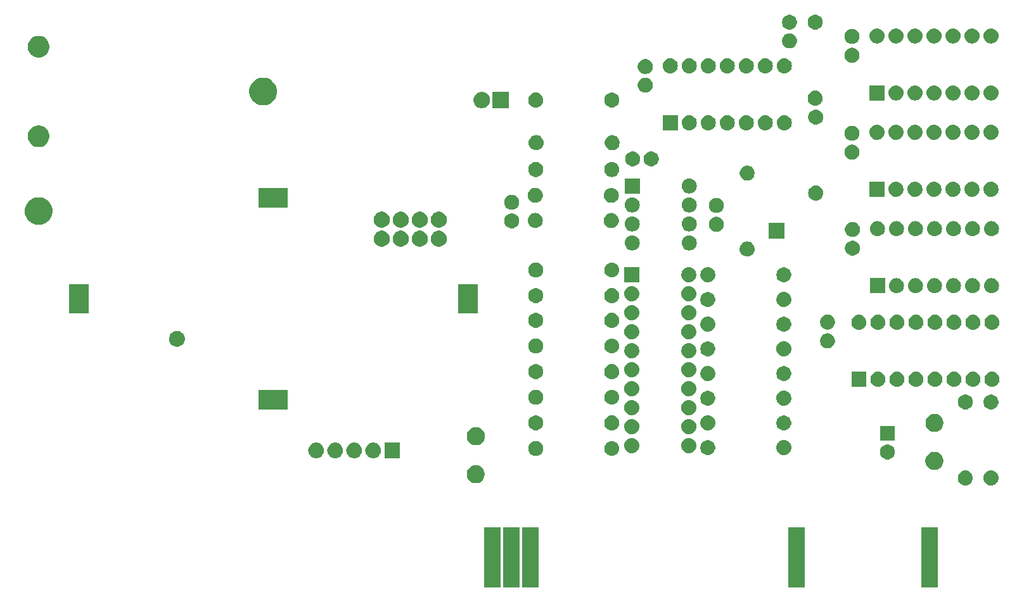
<source format=gts>
G04 #@! TF.GenerationSoftware,KiCad,Pcbnew,5.0.2-bee76a0~70~ubuntu18.04.1*
G04 #@! TF.CreationDate,2019-01-09T00:27:28-05:00*
G04 #@! TF.ProjectId,hvboard,6876626f-6172-4642-9e6b-696361645f70,1*
G04 #@! TF.SameCoordinates,Original*
G04 #@! TF.FileFunction,Soldermask,Top*
G04 #@! TF.FilePolarity,Negative*
%FSLAX46Y46*%
G04 Gerber Fmt 4.6, Leading zero omitted, Abs format (unit mm)*
G04 Created by KiCad (PCBNEW 5.0.2-bee76a0~70~ubuntu18.04.1) date Wed 09 Jan 2019 12:27:28 AM EST*
%MOMM*%
%LPD*%
G01*
G04 APERTURE LIST*
%ADD10C,0.100000*%
G04 APERTURE END LIST*
D10*
G36*
X198777200Y-139849200D02*
X196599200Y-139849200D01*
X196599200Y-131829200D01*
X198777200Y-131829200D01*
X198777200Y-139849200D01*
X198777200Y-139849200D01*
G37*
G36*
X180997200Y-139849200D02*
X178819200Y-139849200D01*
X178819200Y-131829200D01*
X180997200Y-131829200D01*
X180997200Y-139849200D01*
X180997200Y-139849200D01*
G37*
G36*
X140357200Y-139849200D02*
X138179200Y-139849200D01*
X138179200Y-131829200D01*
X140357200Y-131829200D01*
X140357200Y-139849200D01*
X140357200Y-139849200D01*
G37*
G36*
X145437200Y-139849200D02*
X143259200Y-139849200D01*
X143259200Y-131829200D01*
X145437200Y-131829200D01*
X145437200Y-139849200D01*
X145437200Y-139849200D01*
G37*
G36*
X142897200Y-139849200D02*
X140719200Y-139849200D01*
X140719200Y-131829200D01*
X142897200Y-131829200D01*
X142897200Y-139849200D01*
X142897200Y-139849200D01*
G37*
G36*
X202634030Y-124236469D02*
X202634033Y-124236470D01*
X202634034Y-124236470D01*
X202822535Y-124293651D01*
X202822537Y-124293652D01*
X202996260Y-124386509D01*
X203148528Y-124511472D01*
X203273491Y-124663740D01*
X203366348Y-124837463D01*
X203423531Y-125025970D01*
X203442838Y-125222000D01*
X203423531Y-125418030D01*
X203366348Y-125606537D01*
X203273491Y-125780260D01*
X203148528Y-125932528D01*
X202996260Y-126057491D01*
X202996258Y-126057492D01*
X202822535Y-126150349D01*
X202634034Y-126207530D01*
X202634033Y-126207530D01*
X202634030Y-126207531D01*
X202487124Y-126222000D01*
X202388876Y-126222000D01*
X202241970Y-126207531D01*
X202241967Y-126207530D01*
X202241966Y-126207530D01*
X202053465Y-126150349D01*
X201879742Y-126057492D01*
X201879740Y-126057491D01*
X201727472Y-125932528D01*
X201602509Y-125780260D01*
X201509652Y-125606537D01*
X201452469Y-125418030D01*
X201433162Y-125222000D01*
X201452469Y-125025970D01*
X201509652Y-124837463D01*
X201602509Y-124663740D01*
X201727472Y-124511472D01*
X201879740Y-124386509D01*
X202053463Y-124293652D01*
X202053465Y-124293651D01*
X202241966Y-124236470D01*
X202241967Y-124236470D01*
X202241970Y-124236469D01*
X202388876Y-124222000D01*
X202487124Y-124222000D01*
X202634030Y-124236469D01*
X202634030Y-124236469D01*
G37*
G36*
X206063030Y-124236469D02*
X206063033Y-124236470D01*
X206063034Y-124236470D01*
X206251535Y-124293651D01*
X206251537Y-124293652D01*
X206425260Y-124386509D01*
X206577528Y-124511472D01*
X206702491Y-124663740D01*
X206795348Y-124837463D01*
X206852531Y-125025970D01*
X206871838Y-125222000D01*
X206852531Y-125418030D01*
X206795348Y-125606537D01*
X206702491Y-125780260D01*
X206577528Y-125932528D01*
X206425260Y-126057491D01*
X206425258Y-126057492D01*
X206251535Y-126150349D01*
X206063034Y-126207530D01*
X206063033Y-126207530D01*
X206063030Y-126207531D01*
X205916124Y-126222000D01*
X205817876Y-126222000D01*
X205670970Y-126207531D01*
X205670967Y-126207530D01*
X205670966Y-126207530D01*
X205482465Y-126150349D01*
X205308742Y-126057492D01*
X205308740Y-126057491D01*
X205156472Y-125932528D01*
X205031509Y-125780260D01*
X204938652Y-125606537D01*
X204881469Y-125418030D01*
X204862162Y-125222000D01*
X204881469Y-125025970D01*
X204938652Y-124837463D01*
X205031509Y-124663740D01*
X205156472Y-124511472D01*
X205308740Y-124386509D01*
X205482463Y-124293652D01*
X205482465Y-124293651D01*
X205670966Y-124236470D01*
X205670967Y-124236470D01*
X205670970Y-124236469D01*
X205817876Y-124222000D01*
X205916124Y-124222000D01*
X206063030Y-124236469D01*
X206063030Y-124236469D01*
G37*
G36*
X137373026Y-123560115D02*
X137591412Y-123650573D01*
X137787958Y-123781901D01*
X137955099Y-123949042D01*
X138086427Y-124145588D01*
X138176885Y-124363974D01*
X138223000Y-124595809D01*
X138223000Y-124832191D01*
X138176885Y-125064026D01*
X138086427Y-125282412D01*
X137955099Y-125478958D01*
X137787958Y-125646099D01*
X137591412Y-125777427D01*
X137373026Y-125867885D01*
X137141191Y-125914000D01*
X136904809Y-125914000D01*
X136672974Y-125867885D01*
X136454588Y-125777427D01*
X136258042Y-125646099D01*
X136090901Y-125478958D01*
X135959573Y-125282412D01*
X135869115Y-125064026D01*
X135823000Y-124832191D01*
X135823000Y-124595809D01*
X135869115Y-124363974D01*
X135959573Y-124145588D01*
X136090901Y-123949042D01*
X136258042Y-123781901D01*
X136454588Y-123650573D01*
X136672974Y-123560115D01*
X136904809Y-123514000D01*
X137141191Y-123514000D01*
X137373026Y-123560115D01*
X137373026Y-123560115D01*
G37*
G36*
X198650526Y-121782115D02*
X198868912Y-121872573D01*
X199065458Y-122003901D01*
X199232599Y-122171042D01*
X199363927Y-122367588D01*
X199454385Y-122585974D01*
X199500500Y-122817809D01*
X199500500Y-123054191D01*
X199454385Y-123286026D01*
X199363927Y-123504412D01*
X199232599Y-123700958D01*
X199065458Y-123868099D01*
X198868912Y-123999427D01*
X198650526Y-124089885D01*
X198418691Y-124136000D01*
X198182309Y-124136000D01*
X197950474Y-124089885D01*
X197732088Y-123999427D01*
X197535542Y-123868099D01*
X197368401Y-123700958D01*
X197237073Y-123504412D01*
X197146615Y-123286026D01*
X197100500Y-123054191D01*
X197100500Y-122817809D01*
X197146615Y-122585974D01*
X197237073Y-122367588D01*
X197368401Y-122171042D01*
X197535542Y-122003901D01*
X197732088Y-121872573D01*
X197950474Y-121782115D01*
X198182309Y-121736000D01*
X198418691Y-121736000D01*
X198650526Y-121782115D01*
X198650526Y-121782115D01*
G37*
G36*
X192199770Y-120768372D02*
X192315689Y-120791429D01*
X192497678Y-120866811D01*
X192661463Y-120976249D01*
X192800751Y-121115537D01*
X192910189Y-121279322D01*
X192985571Y-121461311D01*
X193008520Y-121576686D01*
X193024000Y-121654507D01*
X193024000Y-121851493D01*
X193009883Y-121922463D01*
X192985571Y-122044689D01*
X192910189Y-122226678D01*
X192800751Y-122390463D01*
X192661463Y-122529751D01*
X192497678Y-122639189D01*
X192315689Y-122714571D01*
X192199770Y-122737628D01*
X192122493Y-122753000D01*
X191925507Y-122753000D01*
X191848230Y-122737628D01*
X191732311Y-122714571D01*
X191550322Y-122639189D01*
X191386537Y-122529751D01*
X191247249Y-122390463D01*
X191137811Y-122226678D01*
X191062429Y-122044689D01*
X191038117Y-121922463D01*
X191024000Y-121851493D01*
X191024000Y-121654507D01*
X191039480Y-121576686D01*
X191062429Y-121461311D01*
X191137811Y-121279322D01*
X191247249Y-121115537D01*
X191386537Y-120976249D01*
X191550322Y-120866811D01*
X191732311Y-120791429D01*
X191848230Y-120768372D01*
X191925507Y-120753000D01*
X192122493Y-120753000D01*
X192199770Y-120768372D01*
X192199770Y-120768372D01*
G37*
G36*
X115825707Y-120496596D02*
X115902836Y-120504193D01*
X116034787Y-120544220D01*
X116100763Y-120564233D01*
X116283172Y-120661733D01*
X116443054Y-120792946D01*
X116574267Y-120952828D01*
X116671767Y-121135237D01*
X116671767Y-121135238D01*
X116731807Y-121333164D01*
X116752080Y-121539000D01*
X116731807Y-121744836D01*
X116699454Y-121851491D01*
X116671767Y-121942763D01*
X116574267Y-122125172D01*
X116443054Y-122285054D01*
X116283172Y-122416267D01*
X116100763Y-122513767D01*
X116048083Y-122529747D01*
X115902836Y-122573807D01*
X115825707Y-122581404D01*
X115748580Y-122589000D01*
X115645420Y-122589000D01*
X115568293Y-122581404D01*
X115491164Y-122573807D01*
X115345917Y-122529747D01*
X115293237Y-122513767D01*
X115110828Y-122416267D01*
X114950946Y-122285054D01*
X114819733Y-122125172D01*
X114722233Y-121942763D01*
X114694546Y-121851491D01*
X114662193Y-121744836D01*
X114641920Y-121539000D01*
X114662193Y-121333164D01*
X114722233Y-121135238D01*
X114722233Y-121135237D01*
X114819733Y-120952828D01*
X114950946Y-120792946D01*
X115110828Y-120661733D01*
X115293237Y-120564233D01*
X115359213Y-120544220D01*
X115491164Y-120504193D01*
X115568293Y-120496596D01*
X115645420Y-120489000D01*
X115748580Y-120489000D01*
X115825707Y-120496596D01*
X115825707Y-120496596D01*
G37*
G36*
X118365707Y-120496596D02*
X118442836Y-120504193D01*
X118574787Y-120544220D01*
X118640763Y-120564233D01*
X118823172Y-120661733D01*
X118983054Y-120792946D01*
X119114267Y-120952828D01*
X119211767Y-121135237D01*
X119211767Y-121135238D01*
X119271807Y-121333164D01*
X119292080Y-121539000D01*
X119271807Y-121744836D01*
X119239454Y-121851491D01*
X119211767Y-121942763D01*
X119114267Y-122125172D01*
X118983054Y-122285054D01*
X118823172Y-122416267D01*
X118640763Y-122513767D01*
X118588083Y-122529747D01*
X118442836Y-122573807D01*
X118365707Y-122581404D01*
X118288580Y-122589000D01*
X118185420Y-122589000D01*
X118108293Y-122581404D01*
X118031164Y-122573807D01*
X117885917Y-122529747D01*
X117833237Y-122513767D01*
X117650828Y-122416267D01*
X117490946Y-122285054D01*
X117359733Y-122125172D01*
X117262233Y-121942763D01*
X117234546Y-121851491D01*
X117202193Y-121744836D01*
X117181920Y-121539000D01*
X117202193Y-121333164D01*
X117262233Y-121135238D01*
X117262233Y-121135237D01*
X117359733Y-120952828D01*
X117490946Y-120792946D01*
X117650828Y-120661733D01*
X117833237Y-120564233D01*
X117899213Y-120544220D01*
X118031164Y-120504193D01*
X118108293Y-120496596D01*
X118185420Y-120489000D01*
X118288580Y-120489000D01*
X118365707Y-120496596D01*
X118365707Y-120496596D01*
G37*
G36*
X120905707Y-120496596D02*
X120982836Y-120504193D01*
X121114787Y-120544220D01*
X121180763Y-120564233D01*
X121363172Y-120661733D01*
X121523054Y-120792946D01*
X121654267Y-120952828D01*
X121751767Y-121135237D01*
X121751767Y-121135238D01*
X121811807Y-121333164D01*
X121832080Y-121539000D01*
X121811807Y-121744836D01*
X121779454Y-121851491D01*
X121751767Y-121942763D01*
X121654267Y-122125172D01*
X121523054Y-122285054D01*
X121363172Y-122416267D01*
X121180763Y-122513767D01*
X121128083Y-122529747D01*
X120982836Y-122573807D01*
X120905707Y-122581404D01*
X120828580Y-122589000D01*
X120725420Y-122589000D01*
X120648293Y-122581404D01*
X120571164Y-122573807D01*
X120425917Y-122529747D01*
X120373237Y-122513767D01*
X120190828Y-122416267D01*
X120030946Y-122285054D01*
X119899733Y-122125172D01*
X119802233Y-121942763D01*
X119774546Y-121851491D01*
X119742193Y-121744836D01*
X119721920Y-121539000D01*
X119742193Y-121333164D01*
X119802233Y-121135238D01*
X119802233Y-121135237D01*
X119899733Y-120952828D01*
X120030946Y-120792946D01*
X120190828Y-120661733D01*
X120373237Y-120564233D01*
X120439213Y-120544220D01*
X120571164Y-120504193D01*
X120648293Y-120496596D01*
X120725420Y-120489000D01*
X120828580Y-120489000D01*
X120905707Y-120496596D01*
X120905707Y-120496596D01*
G37*
G36*
X123445707Y-120496596D02*
X123522836Y-120504193D01*
X123654787Y-120544220D01*
X123720763Y-120564233D01*
X123903172Y-120661733D01*
X124063054Y-120792946D01*
X124194267Y-120952828D01*
X124291767Y-121135237D01*
X124291767Y-121135238D01*
X124351807Y-121333164D01*
X124372080Y-121539000D01*
X124351807Y-121744836D01*
X124319454Y-121851491D01*
X124291767Y-121942763D01*
X124194267Y-122125172D01*
X124063054Y-122285054D01*
X123903172Y-122416267D01*
X123720763Y-122513767D01*
X123668083Y-122529747D01*
X123522836Y-122573807D01*
X123445707Y-122581404D01*
X123368580Y-122589000D01*
X123265420Y-122589000D01*
X123188293Y-122581404D01*
X123111164Y-122573807D01*
X122965917Y-122529747D01*
X122913237Y-122513767D01*
X122730828Y-122416267D01*
X122570946Y-122285054D01*
X122439733Y-122125172D01*
X122342233Y-121942763D01*
X122314546Y-121851491D01*
X122282193Y-121744836D01*
X122261920Y-121539000D01*
X122282193Y-121333164D01*
X122342233Y-121135238D01*
X122342233Y-121135237D01*
X122439733Y-120952828D01*
X122570946Y-120792946D01*
X122730828Y-120661733D01*
X122913237Y-120564233D01*
X122979213Y-120544220D01*
X123111164Y-120504193D01*
X123188293Y-120496596D01*
X123265420Y-120489000D01*
X123368580Y-120489000D01*
X123445707Y-120496596D01*
X123445707Y-120496596D01*
G37*
G36*
X126907000Y-122589000D02*
X124807000Y-122589000D01*
X124807000Y-120489000D01*
X126907000Y-120489000D01*
X126907000Y-122589000D01*
X126907000Y-122589000D01*
G37*
G36*
X145209770Y-120300372D02*
X145325689Y-120323429D01*
X145507678Y-120398811D01*
X145671463Y-120508249D01*
X145810751Y-120647537D01*
X145920189Y-120811322D01*
X145995571Y-120993311D01*
X146016798Y-121100030D01*
X146028330Y-121158000D01*
X146034000Y-121186509D01*
X146034000Y-121383491D01*
X145995571Y-121576689D01*
X145920189Y-121758678D01*
X145810751Y-121922463D01*
X145671463Y-122061751D01*
X145507678Y-122171189D01*
X145325689Y-122246571D01*
X145209770Y-122269628D01*
X145132493Y-122285000D01*
X144935507Y-122285000D01*
X144858230Y-122269628D01*
X144742311Y-122246571D01*
X144560322Y-122171189D01*
X144396537Y-122061751D01*
X144257249Y-121922463D01*
X144147811Y-121758678D01*
X144072429Y-121576689D01*
X144034000Y-121383491D01*
X144034000Y-121186509D01*
X144039671Y-121158000D01*
X144051202Y-121100030D01*
X144072429Y-120993311D01*
X144147811Y-120811322D01*
X144257249Y-120647537D01*
X144396537Y-120508249D01*
X144560322Y-120398811D01*
X144742311Y-120323429D01*
X144858230Y-120300372D01*
X144935507Y-120285000D01*
X145132493Y-120285000D01*
X145209770Y-120300372D01*
X145209770Y-120300372D01*
G37*
G36*
X155390030Y-120299469D02*
X155390033Y-120299470D01*
X155390034Y-120299470D01*
X155578535Y-120356651D01*
X155578537Y-120356652D01*
X155752260Y-120449509D01*
X155904528Y-120574472D01*
X156029491Y-120726740D01*
X156029492Y-120726742D01*
X156122349Y-120900465D01*
X156170594Y-121059509D01*
X156179531Y-121088970D01*
X156198838Y-121285000D01*
X156179531Y-121481030D01*
X156179530Y-121481033D01*
X156179530Y-121481034D01*
X156126908Y-121654507D01*
X156122348Y-121669537D01*
X156029491Y-121843260D01*
X155904528Y-121995528D01*
X155752260Y-122120491D01*
X155752258Y-122120492D01*
X155578535Y-122213349D01*
X155390034Y-122270530D01*
X155390033Y-122270530D01*
X155390030Y-122270531D01*
X155243124Y-122285000D01*
X155144876Y-122285000D01*
X154997970Y-122270531D01*
X154997967Y-122270530D01*
X154997966Y-122270530D01*
X154809465Y-122213349D01*
X154635742Y-122120492D01*
X154635740Y-122120491D01*
X154483472Y-121995528D01*
X154358509Y-121843260D01*
X154265652Y-121669537D01*
X154261093Y-121654507D01*
X154208470Y-121481034D01*
X154208470Y-121481033D01*
X154208469Y-121481030D01*
X154189162Y-121285000D01*
X154208469Y-121088970D01*
X154217406Y-121059509D01*
X154265651Y-120900465D01*
X154358508Y-120726742D01*
X154358509Y-120726740D01*
X154483472Y-120574472D01*
X154635740Y-120449509D01*
X154809463Y-120356652D01*
X154809465Y-120356651D01*
X154997966Y-120299470D01*
X154997967Y-120299470D01*
X154997970Y-120299469D01*
X155144876Y-120285000D01*
X155243124Y-120285000D01*
X155390030Y-120299469D01*
X155390030Y-120299469D01*
G37*
G36*
X178377030Y-120172469D02*
X178377033Y-120172470D01*
X178377034Y-120172470D01*
X178565535Y-120229651D01*
X178565537Y-120229652D01*
X178739260Y-120322509D01*
X178891528Y-120447472D01*
X179016491Y-120599740D01*
X179016492Y-120599742D01*
X179109349Y-120773465D01*
X179127712Y-120834000D01*
X179166531Y-120961970D01*
X179185838Y-121158000D01*
X179166531Y-121354030D01*
X179166530Y-121354033D01*
X179166530Y-121354034D01*
X179133701Y-121462258D01*
X179109348Y-121542537D01*
X179016491Y-121716260D01*
X178891528Y-121868528D01*
X178739260Y-121993491D01*
X178739258Y-121993492D01*
X178565535Y-122086349D01*
X178377034Y-122143530D01*
X178377033Y-122143530D01*
X178377030Y-122143531D01*
X178230124Y-122158000D01*
X178131876Y-122158000D01*
X177984970Y-122143531D01*
X177984967Y-122143530D01*
X177984966Y-122143530D01*
X177796465Y-122086349D01*
X177622742Y-121993492D01*
X177622740Y-121993491D01*
X177470472Y-121868528D01*
X177345509Y-121716260D01*
X177252652Y-121542537D01*
X177228300Y-121462258D01*
X177195470Y-121354034D01*
X177195470Y-121354033D01*
X177195469Y-121354030D01*
X177176162Y-121158000D01*
X177195469Y-120961970D01*
X177234288Y-120834000D01*
X177252651Y-120773465D01*
X177345508Y-120599742D01*
X177345509Y-120599740D01*
X177470472Y-120447472D01*
X177622740Y-120322509D01*
X177796463Y-120229652D01*
X177796465Y-120229651D01*
X177984966Y-120172470D01*
X177984967Y-120172470D01*
X177984970Y-120172469D01*
X178131876Y-120158000D01*
X178230124Y-120158000D01*
X178377030Y-120172469D01*
X178377030Y-120172469D01*
G37*
G36*
X168196770Y-120173372D02*
X168312689Y-120196429D01*
X168494678Y-120271811D01*
X168658463Y-120381249D01*
X168797751Y-120520537D01*
X168907189Y-120684322D01*
X168982571Y-120866311D01*
X169004439Y-120976249D01*
X169021000Y-121059507D01*
X169021000Y-121256493D01*
X169014626Y-121288535D01*
X168982571Y-121449689D01*
X168907189Y-121631678D01*
X168797751Y-121795463D01*
X168658463Y-121934751D01*
X168494678Y-122044189D01*
X168312689Y-122119571D01*
X168196770Y-122142628D01*
X168119493Y-122158000D01*
X167922507Y-122158000D01*
X167845230Y-122142628D01*
X167729311Y-122119571D01*
X167547322Y-122044189D01*
X167383537Y-121934751D01*
X167244249Y-121795463D01*
X167134811Y-121631678D01*
X167059429Y-121449689D01*
X167027374Y-121288535D01*
X167021000Y-121256493D01*
X167021000Y-121059507D01*
X167037561Y-120976249D01*
X167059429Y-120866311D01*
X167134811Y-120684322D01*
X167244249Y-120520537D01*
X167383537Y-120381249D01*
X167547322Y-120271811D01*
X167729311Y-120196429D01*
X167845230Y-120173372D01*
X167922507Y-120158000D01*
X168119493Y-120158000D01*
X168196770Y-120173372D01*
X168196770Y-120173372D01*
G37*
G36*
X158057030Y-119918469D02*
X158057033Y-119918470D01*
X158057034Y-119918470D01*
X158245535Y-119975651D01*
X158245537Y-119975652D01*
X158419260Y-120068509D01*
X158571528Y-120193472D01*
X158696491Y-120345740D01*
X158696492Y-120345742D01*
X158789349Y-120519465D01*
X158843333Y-120697426D01*
X158846531Y-120707970D01*
X158865838Y-120904000D01*
X158846531Y-121100030D01*
X158846530Y-121100033D01*
X158846530Y-121100034D01*
X158792143Y-121279325D01*
X158789348Y-121288537D01*
X158696491Y-121462260D01*
X158571528Y-121614528D01*
X158419260Y-121739491D01*
X158419258Y-121739492D01*
X158245535Y-121832349D01*
X158057034Y-121889530D01*
X158057033Y-121889530D01*
X158057030Y-121889531D01*
X157910124Y-121904000D01*
X157811876Y-121904000D01*
X157664970Y-121889531D01*
X157664967Y-121889530D01*
X157664966Y-121889530D01*
X157476465Y-121832349D01*
X157302742Y-121739492D01*
X157302740Y-121739491D01*
X157150472Y-121614528D01*
X157025509Y-121462260D01*
X156932652Y-121288537D01*
X156929858Y-121279325D01*
X156875470Y-121100034D01*
X156875470Y-121100033D01*
X156875469Y-121100030D01*
X156856162Y-120904000D01*
X156875469Y-120707970D01*
X156878667Y-120697426D01*
X156932651Y-120519465D01*
X157025508Y-120345742D01*
X157025509Y-120345740D01*
X157150472Y-120193472D01*
X157302740Y-120068509D01*
X157476463Y-119975652D01*
X157476465Y-119975651D01*
X157664966Y-119918470D01*
X157664967Y-119918470D01*
X157664970Y-119918469D01*
X157811876Y-119904000D01*
X157910124Y-119904000D01*
X158057030Y-119918469D01*
X158057030Y-119918469D01*
G37*
G36*
X165677030Y-119918469D02*
X165677033Y-119918470D01*
X165677034Y-119918470D01*
X165865535Y-119975651D01*
X165865537Y-119975652D01*
X166039260Y-120068509D01*
X166191528Y-120193472D01*
X166316491Y-120345740D01*
X166316492Y-120345742D01*
X166409349Y-120519465D01*
X166463333Y-120697426D01*
X166466531Y-120707970D01*
X166485838Y-120904000D01*
X166466531Y-121100030D01*
X166466530Y-121100033D01*
X166466530Y-121100034D01*
X166412143Y-121279325D01*
X166409348Y-121288537D01*
X166316491Y-121462260D01*
X166191528Y-121614528D01*
X166039260Y-121739491D01*
X166039258Y-121739492D01*
X165865535Y-121832349D01*
X165677034Y-121889530D01*
X165677033Y-121889530D01*
X165677030Y-121889531D01*
X165530124Y-121904000D01*
X165431876Y-121904000D01*
X165284970Y-121889531D01*
X165284967Y-121889530D01*
X165284966Y-121889530D01*
X165096465Y-121832349D01*
X164922742Y-121739492D01*
X164922740Y-121739491D01*
X164770472Y-121614528D01*
X164645509Y-121462260D01*
X164552652Y-121288537D01*
X164549858Y-121279325D01*
X164495470Y-121100034D01*
X164495470Y-121100033D01*
X164495469Y-121100030D01*
X164476162Y-120904000D01*
X164495469Y-120707970D01*
X164498667Y-120697426D01*
X164552651Y-120519465D01*
X164645508Y-120345742D01*
X164645509Y-120345740D01*
X164770472Y-120193472D01*
X164922740Y-120068509D01*
X165096463Y-119975652D01*
X165096465Y-119975651D01*
X165284966Y-119918470D01*
X165284967Y-119918470D01*
X165284970Y-119918469D01*
X165431876Y-119904000D01*
X165530124Y-119904000D01*
X165677030Y-119918469D01*
X165677030Y-119918469D01*
G37*
G36*
X137383026Y-118480115D02*
X137601412Y-118570573D01*
X137797958Y-118701901D01*
X137965099Y-118869042D01*
X138096427Y-119065588D01*
X138186885Y-119283974D01*
X138233000Y-119515809D01*
X138233000Y-119752191D01*
X138186885Y-119984026D01*
X138096427Y-120202412D01*
X137965099Y-120398958D01*
X137797958Y-120566099D01*
X137601412Y-120697427D01*
X137383026Y-120787885D01*
X137151191Y-120834000D01*
X136914809Y-120834000D01*
X136682974Y-120787885D01*
X136464588Y-120697427D01*
X136268042Y-120566099D01*
X136100901Y-120398958D01*
X135969573Y-120202412D01*
X135879115Y-119984026D01*
X135833000Y-119752191D01*
X135833000Y-119515809D01*
X135879115Y-119283974D01*
X135969573Y-119065588D01*
X136100901Y-118869042D01*
X136268042Y-118701901D01*
X136464588Y-118570573D01*
X136682974Y-118480115D01*
X136914809Y-118434000D01*
X137151191Y-118434000D01*
X137383026Y-118480115D01*
X137383026Y-118480115D01*
G37*
G36*
X193024000Y-120253000D02*
X191024000Y-120253000D01*
X191024000Y-118253000D01*
X193024000Y-118253000D01*
X193024000Y-120253000D01*
X193024000Y-120253000D01*
G37*
G36*
X158057030Y-117378469D02*
X158057033Y-117378470D01*
X158057034Y-117378470D01*
X158245535Y-117435651D01*
X158245537Y-117435652D01*
X158419260Y-117528509D01*
X158571528Y-117653472D01*
X158696491Y-117805740D01*
X158786530Y-117974191D01*
X158789349Y-117979465D01*
X158840378Y-118147686D01*
X158846531Y-118167970D01*
X158865838Y-118364000D01*
X158846531Y-118560030D01*
X158846530Y-118560033D01*
X158846530Y-118560034D01*
X158803496Y-118701899D01*
X158789348Y-118748537D01*
X158696491Y-118922260D01*
X158571528Y-119074528D01*
X158419260Y-119199491D01*
X158261204Y-119283974D01*
X158245535Y-119292349D01*
X158057034Y-119349530D01*
X158057033Y-119349530D01*
X158057030Y-119349531D01*
X157910124Y-119364000D01*
X157811876Y-119364000D01*
X157664970Y-119349531D01*
X157664967Y-119349530D01*
X157664966Y-119349530D01*
X157476465Y-119292349D01*
X157460796Y-119283974D01*
X157302740Y-119199491D01*
X157150472Y-119074528D01*
X157025509Y-118922260D01*
X156932652Y-118748537D01*
X156918505Y-118701899D01*
X156875470Y-118560034D01*
X156875470Y-118560033D01*
X156875469Y-118560030D01*
X156856162Y-118364000D01*
X156875469Y-118167970D01*
X156881622Y-118147686D01*
X156932651Y-117979465D01*
X156935470Y-117974191D01*
X157025509Y-117805740D01*
X157150472Y-117653472D01*
X157302740Y-117528509D01*
X157476463Y-117435652D01*
X157476465Y-117435651D01*
X157664966Y-117378470D01*
X157664967Y-117378470D01*
X157664970Y-117378469D01*
X157811876Y-117364000D01*
X157910124Y-117364000D01*
X158057030Y-117378469D01*
X158057030Y-117378469D01*
G37*
G36*
X165677030Y-117378469D02*
X165677033Y-117378470D01*
X165677034Y-117378470D01*
X165865535Y-117435651D01*
X165865537Y-117435652D01*
X166039260Y-117528509D01*
X166191528Y-117653472D01*
X166316491Y-117805740D01*
X166406530Y-117974191D01*
X166409349Y-117979465D01*
X166460378Y-118147686D01*
X166466531Y-118167970D01*
X166485838Y-118364000D01*
X166466531Y-118560030D01*
X166466530Y-118560033D01*
X166466530Y-118560034D01*
X166423496Y-118701899D01*
X166409348Y-118748537D01*
X166316491Y-118922260D01*
X166191528Y-119074528D01*
X166039260Y-119199491D01*
X165881204Y-119283974D01*
X165865535Y-119292349D01*
X165677034Y-119349530D01*
X165677033Y-119349530D01*
X165677030Y-119349531D01*
X165530124Y-119364000D01*
X165431876Y-119364000D01*
X165284970Y-119349531D01*
X165284967Y-119349530D01*
X165284966Y-119349530D01*
X165096465Y-119292349D01*
X165080796Y-119283974D01*
X164922740Y-119199491D01*
X164770472Y-119074528D01*
X164645509Y-118922260D01*
X164552652Y-118748537D01*
X164538505Y-118701899D01*
X164495470Y-118560034D01*
X164495470Y-118560033D01*
X164495469Y-118560030D01*
X164476162Y-118364000D01*
X164495469Y-118167970D01*
X164501622Y-118147686D01*
X164552651Y-117979465D01*
X164555470Y-117974191D01*
X164645509Y-117805740D01*
X164770472Y-117653472D01*
X164922740Y-117528509D01*
X165096463Y-117435652D01*
X165096465Y-117435651D01*
X165284966Y-117378470D01*
X165284967Y-117378470D01*
X165284970Y-117378469D01*
X165431876Y-117364000D01*
X165530124Y-117364000D01*
X165677030Y-117378469D01*
X165677030Y-117378469D01*
G37*
G36*
X198660526Y-116702115D02*
X198878912Y-116792573D01*
X199075458Y-116923901D01*
X199242599Y-117091042D01*
X199373927Y-117287588D01*
X199464385Y-117505974D01*
X199510500Y-117737809D01*
X199510500Y-117974191D01*
X199464385Y-118206026D01*
X199373927Y-118424412D01*
X199242599Y-118620958D01*
X199075458Y-118788099D01*
X198878912Y-118919427D01*
X198660526Y-119009885D01*
X198428691Y-119056000D01*
X198192309Y-119056000D01*
X197960474Y-119009885D01*
X197742088Y-118919427D01*
X197545542Y-118788099D01*
X197378401Y-118620958D01*
X197247073Y-118424412D01*
X197156615Y-118206026D01*
X197110500Y-117974191D01*
X197110500Y-117737809D01*
X197156615Y-117505974D01*
X197247073Y-117287588D01*
X197378401Y-117091042D01*
X197545542Y-116923901D01*
X197742088Y-116792573D01*
X197960474Y-116702115D01*
X198192309Y-116656000D01*
X198428691Y-116656000D01*
X198660526Y-116702115D01*
X198660526Y-116702115D01*
G37*
G36*
X168217030Y-116870469D02*
X168217033Y-116870470D01*
X168217034Y-116870470D01*
X168405535Y-116927651D01*
X168405537Y-116927652D01*
X168579260Y-117020509D01*
X168731528Y-117145472D01*
X168856491Y-117297740D01*
X168856492Y-117297742D01*
X168949349Y-117471465D01*
X168966653Y-117528509D01*
X169006531Y-117659970D01*
X169025838Y-117856000D01*
X169006531Y-118052030D01*
X169006530Y-118052033D01*
X169006530Y-118052034D01*
X168959817Y-118206027D01*
X168949348Y-118240537D01*
X168856491Y-118414260D01*
X168731528Y-118566528D01*
X168579260Y-118691491D01*
X168405537Y-118784348D01*
X168405535Y-118784349D01*
X168217034Y-118841530D01*
X168217033Y-118841530D01*
X168217030Y-118841531D01*
X168070124Y-118856000D01*
X167971876Y-118856000D01*
X167824970Y-118841531D01*
X167824967Y-118841530D01*
X167824966Y-118841530D01*
X167636465Y-118784349D01*
X167636463Y-118784348D01*
X167462740Y-118691491D01*
X167310472Y-118566528D01*
X167185509Y-118414260D01*
X167092652Y-118240537D01*
X167082184Y-118206027D01*
X167035470Y-118052034D01*
X167035470Y-118052033D01*
X167035469Y-118052030D01*
X167016162Y-117856000D01*
X167035469Y-117659970D01*
X167075347Y-117528509D01*
X167092651Y-117471465D01*
X167185508Y-117297742D01*
X167185509Y-117297740D01*
X167310472Y-117145472D01*
X167462740Y-117020509D01*
X167636463Y-116927652D01*
X167636465Y-116927651D01*
X167824966Y-116870470D01*
X167824967Y-116870470D01*
X167824970Y-116870469D01*
X167971876Y-116856000D01*
X168070124Y-116856000D01*
X168217030Y-116870469D01*
X168217030Y-116870469D01*
G37*
G36*
X155390030Y-116870469D02*
X155390033Y-116870470D01*
X155390034Y-116870470D01*
X155578535Y-116927651D01*
X155578537Y-116927652D01*
X155752260Y-117020509D01*
X155904528Y-117145472D01*
X156029491Y-117297740D01*
X156029492Y-117297742D01*
X156122349Y-117471465D01*
X156139653Y-117528509D01*
X156179531Y-117659970D01*
X156198838Y-117856000D01*
X156179531Y-118052030D01*
X156179530Y-118052033D01*
X156179530Y-118052034D01*
X156132817Y-118206027D01*
X156122348Y-118240537D01*
X156029491Y-118414260D01*
X155904528Y-118566528D01*
X155752260Y-118691491D01*
X155578537Y-118784348D01*
X155578535Y-118784349D01*
X155390034Y-118841530D01*
X155390033Y-118841530D01*
X155390030Y-118841531D01*
X155243124Y-118856000D01*
X155144876Y-118856000D01*
X154997970Y-118841531D01*
X154997967Y-118841530D01*
X154997966Y-118841530D01*
X154809465Y-118784349D01*
X154809463Y-118784348D01*
X154635740Y-118691491D01*
X154483472Y-118566528D01*
X154358509Y-118414260D01*
X154265652Y-118240537D01*
X154255184Y-118206027D01*
X154208470Y-118052034D01*
X154208470Y-118052033D01*
X154208469Y-118052030D01*
X154189162Y-117856000D01*
X154208469Y-117659970D01*
X154248347Y-117528509D01*
X154265651Y-117471465D01*
X154358508Y-117297742D01*
X154358509Y-117297740D01*
X154483472Y-117145472D01*
X154635740Y-117020509D01*
X154809463Y-116927652D01*
X154809465Y-116927651D01*
X154997966Y-116870470D01*
X154997967Y-116870470D01*
X154997970Y-116870469D01*
X155144876Y-116856000D01*
X155243124Y-116856000D01*
X155390030Y-116870469D01*
X155390030Y-116870469D01*
G37*
G36*
X178356770Y-116871372D02*
X178472689Y-116894429D01*
X178654678Y-116969811D01*
X178818463Y-117079249D01*
X178957751Y-117218537D01*
X179067189Y-117382322D01*
X179142571Y-117564311D01*
X179165628Y-117680230D01*
X179181000Y-117757507D01*
X179181000Y-117954493D01*
X179165628Y-118031770D01*
X179142571Y-118147689D01*
X179067189Y-118329678D01*
X178957751Y-118493463D01*
X178818463Y-118632751D01*
X178654678Y-118742189D01*
X178472689Y-118817571D01*
X178356770Y-118840628D01*
X178279493Y-118856000D01*
X178082507Y-118856000D01*
X178005230Y-118840628D01*
X177889311Y-118817571D01*
X177707322Y-118742189D01*
X177543537Y-118632751D01*
X177404249Y-118493463D01*
X177294811Y-118329678D01*
X177219429Y-118147689D01*
X177196372Y-118031770D01*
X177181000Y-117954493D01*
X177181000Y-117757507D01*
X177196372Y-117680230D01*
X177219429Y-117564311D01*
X177294811Y-117382322D01*
X177404249Y-117218537D01*
X177543537Y-117079249D01*
X177707322Y-116969811D01*
X177889311Y-116894429D01*
X178005230Y-116871372D01*
X178082507Y-116856000D01*
X178279493Y-116856000D01*
X178356770Y-116871372D01*
X178356770Y-116871372D01*
G37*
G36*
X145209770Y-116871372D02*
X145325689Y-116894429D01*
X145507678Y-116969811D01*
X145671463Y-117079249D01*
X145810751Y-117218537D01*
X145920189Y-117382322D01*
X145995571Y-117564311D01*
X146018628Y-117680230D01*
X146034000Y-117757507D01*
X146034000Y-117954493D01*
X146018628Y-118031770D01*
X145995571Y-118147689D01*
X145920189Y-118329678D01*
X145810751Y-118493463D01*
X145671463Y-118632751D01*
X145507678Y-118742189D01*
X145325689Y-118817571D01*
X145209770Y-118840628D01*
X145132493Y-118856000D01*
X144935507Y-118856000D01*
X144858230Y-118840628D01*
X144742311Y-118817571D01*
X144560322Y-118742189D01*
X144396537Y-118632751D01*
X144257249Y-118493463D01*
X144147811Y-118329678D01*
X144072429Y-118147689D01*
X144049372Y-118031770D01*
X144034000Y-117954493D01*
X144034000Y-117757507D01*
X144049372Y-117680230D01*
X144072429Y-117564311D01*
X144147811Y-117382322D01*
X144257249Y-117218537D01*
X144396537Y-117079249D01*
X144560322Y-116969811D01*
X144742311Y-116894429D01*
X144858230Y-116871372D01*
X144935507Y-116856000D01*
X145132493Y-116856000D01*
X145209770Y-116871372D01*
X145209770Y-116871372D01*
G37*
G36*
X158057030Y-114838469D02*
X158057033Y-114838470D01*
X158057034Y-114838470D01*
X158245535Y-114895651D01*
X158245537Y-114895652D01*
X158419260Y-114988509D01*
X158571528Y-115113472D01*
X158696491Y-115265740D01*
X158782686Y-115427000D01*
X158789349Y-115439465D01*
X158846530Y-115627966D01*
X158846531Y-115627970D01*
X158865838Y-115824000D01*
X158846531Y-116020030D01*
X158789348Y-116208537D01*
X158696491Y-116382260D01*
X158571528Y-116534528D01*
X158419260Y-116659491D01*
X158419258Y-116659492D01*
X158245535Y-116752349D01*
X158057034Y-116809530D01*
X158057033Y-116809530D01*
X158057030Y-116809531D01*
X157910124Y-116824000D01*
X157811876Y-116824000D01*
X157664970Y-116809531D01*
X157664967Y-116809530D01*
X157664966Y-116809530D01*
X157476465Y-116752349D01*
X157302742Y-116659492D01*
X157302740Y-116659491D01*
X157150472Y-116534528D01*
X157025509Y-116382260D01*
X156932652Y-116208537D01*
X156875469Y-116020030D01*
X156856162Y-115824000D01*
X156875469Y-115627970D01*
X156875470Y-115627966D01*
X156932651Y-115439465D01*
X156939314Y-115427000D01*
X157025509Y-115265740D01*
X157150472Y-115113472D01*
X157302740Y-114988509D01*
X157476463Y-114895652D01*
X157476465Y-114895651D01*
X157664966Y-114838470D01*
X157664967Y-114838470D01*
X157664970Y-114838469D01*
X157811876Y-114824000D01*
X157910124Y-114824000D01*
X158057030Y-114838469D01*
X158057030Y-114838469D01*
G37*
G36*
X165677030Y-114838469D02*
X165677033Y-114838470D01*
X165677034Y-114838470D01*
X165865535Y-114895651D01*
X165865537Y-114895652D01*
X166039260Y-114988509D01*
X166191528Y-115113472D01*
X166316491Y-115265740D01*
X166402686Y-115427000D01*
X166409349Y-115439465D01*
X166466530Y-115627966D01*
X166466531Y-115627970D01*
X166485838Y-115824000D01*
X166466531Y-116020030D01*
X166409348Y-116208537D01*
X166316491Y-116382260D01*
X166191528Y-116534528D01*
X166039260Y-116659491D01*
X166039258Y-116659492D01*
X165865535Y-116752349D01*
X165677034Y-116809530D01*
X165677033Y-116809530D01*
X165677030Y-116809531D01*
X165530124Y-116824000D01*
X165431876Y-116824000D01*
X165284970Y-116809531D01*
X165284967Y-116809530D01*
X165284966Y-116809530D01*
X165096465Y-116752349D01*
X164922742Y-116659492D01*
X164922740Y-116659491D01*
X164770472Y-116534528D01*
X164645509Y-116382260D01*
X164552652Y-116208537D01*
X164495469Y-116020030D01*
X164476162Y-115824000D01*
X164495469Y-115627970D01*
X164495470Y-115627966D01*
X164552651Y-115439465D01*
X164559314Y-115427000D01*
X164645509Y-115265740D01*
X164770472Y-115113472D01*
X164922740Y-114988509D01*
X165096463Y-114895652D01*
X165096465Y-114895651D01*
X165284966Y-114838470D01*
X165284967Y-114838470D01*
X165284970Y-114838469D01*
X165431876Y-114824000D01*
X165530124Y-114824000D01*
X165677030Y-114838469D01*
X165677030Y-114838469D01*
G37*
G36*
X111930000Y-116078000D02*
X108030000Y-116078000D01*
X108030000Y-113478000D01*
X111930000Y-113478000D01*
X111930000Y-116078000D01*
X111930000Y-116078000D01*
G37*
G36*
X206042770Y-114077372D02*
X206158689Y-114100429D01*
X206340678Y-114175811D01*
X206504463Y-114285249D01*
X206643751Y-114424537D01*
X206753189Y-114588322D01*
X206828571Y-114770311D01*
X206843564Y-114845686D01*
X206867000Y-114963507D01*
X206867000Y-115160493D01*
X206860839Y-115191466D01*
X206828571Y-115353689D01*
X206753189Y-115535678D01*
X206643751Y-115699463D01*
X206504463Y-115838751D01*
X206340678Y-115948189D01*
X206158689Y-116023571D01*
X206042770Y-116046628D01*
X205965493Y-116062000D01*
X205768507Y-116062000D01*
X205691230Y-116046628D01*
X205575311Y-116023571D01*
X205393322Y-115948189D01*
X205229537Y-115838751D01*
X205090249Y-115699463D01*
X204980811Y-115535678D01*
X204905429Y-115353689D01*
X204873161Y-115191466D01*
X204867000Y-115160493D01*
X204867000Y-114963507D01*
X204890436Y-114845686D01*
X204905429Y-114770311D01*
X204980811Y-114588322D01*
X205090249Y-114424537D01*
X205229537Y-114285249D01*
X205393322Y-114175811D01*
X205575311Y-114100429D01*
X205691230Y-114077372D01*
X205768507Y-114062000D01*
X205965493Y-114062000D01*
X206042770Y-114077372D01*
X206042770Y-114077372D01*
G37*
G36*
X202613770Y-114077372D02*
X202729689Y-114100429D01*
X202911678Y-114175811D01*
X203075463Y-114285249D01*
X203214751Y-114424537D01*
X203324189Y-114588322D01*
X203399571Y-114770311D01*
X203414564Y-114845686D01*
X203438000Y-114963507D01*
X203438000Y-115160493D01*
X203431839Y-115191466D01*
X203399571Y-115353689D01*
X203324189Y-115535678D01*
X203214751Y-115699463D01*
X203075463Y-115838751D01*
X202911678Y-115948189D01*
X202729689Y-116023571D01*
X202613770Y-116046628D01*
X202536493Y-116062000D01*
X202339507Y-116062000D01*
X202262230Y-116046628D01*
X202146311Y-116023571D01*
X201964322Y-115948189D01*
X201800537Y-115838751D01*
X201661249Y-115699463D01*
X201551811Y-115535678D01*
X201476429Y-115353689D01*
X201444161Y-115191466D01*
X201438000Y-115160493D01*
X201438000Y-114963507D01*
X201461436Y-114845686D01*
X201476429Y-114770311D01*
X201551811Y-114588322D01*
X201661249Y-114424537D01*
X201800537Y-114285249D01*
X201964322Y-114175811D01*
X202146311Y-114100429D01*
X202262230Y-114077372D01*
X202339507Y-114062000D01*
X202536493Y-114062000D01*
X202613770Y-114077372D01*
X202613770Y-114077372D01*
G37*
G36*
X178377030Y-113568469D02*
X178377033Y-113568470D01*
X178377034Y-113568470D01*
X178565535Y-113625651D01*
X178565537Y-113625652D01*
X178739260Y-113718509D01*
X178891528Y-113843472D01*
X179016491Y-113995740D01*
X179082637Y-114119491D01*
X179109349Y-114169465D01*
X179157594Y-114328509D01*
X179166531Y-114357970D01*
X179185838Y-114554000D01*
X179166531Y-114750030D01*
X179166530Y-114750033D01*
X179166530Y-114750034D01*
X179120833Y-114900678D01*
X179109348Y-114938537D01*
X179016491Y-115112260D01*
X178891528Y-115264528D01*
X178739260Y-115389491D01*
X178739258Y-115389492D01*
X178565535Y-115482349D01*
X178377034Y-115539530D01*
X178377033Y-115539530D01*
X178377030Y-115539531D01*
X178230124Y-115554000D01*
X178131876Y-115554000D01*
X177984970Y-115539531D01*
X177984967Y-115539530D01*
X177984966Y-115539530D01*
X177796465Y-115482349D01*
X177622742Y-115389492D01*
X177622740Y-115389491D01*
X177470472Y-115264528D01*
X177345509Y-115112260D01*
X177252652Y-114938537D01*
X177241168Y-114900678D01*
X177195470Y-114750034D01*
X177195470Y-114750033D01*
X177195469Y-114750030D01*
X177176162Y-114554000D01*
X177195469Y-114357970D01*
X177204406Y-114328509D01*
X177252651Y-114169465D01*
X177279363Y-114119491D01*
X177345509Y-113995740D01*
X177470472Y-113843472D01*
X177622740Y-113718509D01*
X177796463Y-113625652D01*
X177796465Y-113625651D01*
X177984966Y-113568470D01*
X177984967Y-113568470D01*
X177984970Y-113568469D01*
X178131876Y-113554000D01*
X178230124Y-113554000D01*
X178377030Y-113568469D01*
X178377030Y-113568469D01*
G37*
G36*
X168196770Y-113569372D02*
X168312689Y-113592429D01*
X168494678Y-113667811D01*
X168658463Y-113777249D01*
X168797751Y-113916537D01*
X168907189Y-114080322D01*
X168982571Y-114262311D01*
X169005628Y-114378230D01*
X169015330Y-114427000D01*
X169021000Y-114455509D01*
X169021000Y-114652491D01*
X168982571Y-114845689D01*
X168907189Y-115027678D01*
X168797751Y-115191463D01*
X168658463Y-115330751D01*
X168494678Y-115440189D01*
X168312689Y-115515571D01*
X168211618Y-115535675D01*
X168119493Y-115554000D01*
X167922507Y-115554000D01*
X167830382Y-115535675D01*
X167729311Y-115515571D01*
X167547322Y-115440189D01*
X167383537Y-115330751D01*
X167244249Y-115191463D01*
X167134811Y-115027678D01*
X167059429Y-114845689D01*
X167021000Y-114652491D01*
X167021000Y-114455509D01*
X167026671Y-114427000D01*
X167036372Y-114378230D01*
X167059429Y-114262311D01*
X167134811Y-114080322D01*
X167244249Y-113916537D01*
X167383537Y-113777249D01*
X167547322Y-113667811D01*
X167729311Y-113592429D01*
X167845230Y-113569372D01*
X167922507Y-113554000D01*
X168119493Y-113554000D01*
X168196770Y-113569372D01*
X168196770Y-113569372D01*
G37*
G36*
X145209770Y-113442372D02*
X145325689Y-113465429D01*
X145507678Y-113540811D01*
X145671463Y-113650249D01*
X145810751Y-113789537D01*
X145920189Y-113953322D01*
X145995571Y-114135311D01*
X146018628Y-114251230D01*
X146034000Y-114328507D01*
X146034000Y-114525493D01*
X146021502Y-114588322D01*
X145995571Y-114718689D01*
X145920189Y-114900678D01*
X145810751Y-115064463D01*
X145671463Y-115203751D01*
X145507678Y-115313189D01*
X145325689Y-115388571D01*
X145209770Y-115411628D01*
X145132493Y-115427000D01*
X144935507Y-115427000D01*
X144858230Y-115411628D01*
X144742311Y-115388571D01*
X144560322Y-115313189D01*
X144396537Y-115203751D01*
X144257249Y-115064463D01*
X144147811Y-114900678D01*
X144072429Y-114718689D01*
X144046498Y-114588322D01*
X144034000Y-114525493D01*
X144034000Y-114328507D01*
X144049372Y-114251230D01*
X144072429Y-114135311D01*
X144147811Y-113953322D01*
X144257249Y-113789537D01*
X144396537Y-113650249D01*
X144560322Y-113540811D01*
X144742311Y-113465429D01*
X144858230Y-113442372D01*
X144935507Y-113427000D01*
X145132493Y-113427000D01*
X145209770Y-113442372D01*
X145209770Y-113442372D01*
G37*
G36*
X155390030Y-113441469D02*
X155390033Y-113441470D01*
X155390034Y-113441470D01*
X155578535Y-113498651D01*
X155578537Y-113498652D01*
X155752260Y-113591509D01*
X155904528Y-113716472D01*
X156029491Y-113868740D01*
X156029492Y-113868742D01*
X156122349Y-114042465D01*
X156179530Y-114230966D01*
X156179531Y-114230970D01*
X156198838Y-114427000D01*
X156179531Y-114623030D01*
X156179530Y-114623033D01*
X156179530Y-114623034D01*
X156170594Y-114652493D01*
X156122348Y-114811537D01*
X156029491Y-114985260D01*
X155904528Y-115137528D01*
X155752260Y-115262491D01*
X155746178Y-115265742D01*
X155578535Y-115355349D01*
X155390034Y-115412530D01*
X155390033Y-115412530D01*
X155390030Y-115412531D01*
X155243124Y-115427000D01*
X155144876Y-115427000D01*
X154997970Y-115412531D01*
X154997967Y-115412530D01*
X154997966Y-115412530D01*
X154809465Y-115355349D01*
X154641822Y-115265742D01*
X154635740Y-115262491D01*
X154483472Y-115137528D01*
X154358509Y-114985260D01*
X154265652Y-114811537D01*
X154217407Y-114652493D01*
X154208470Y-114623034D01*
X154208470Y-114623033D01*
X154208469Y-114623030D01*
X154189162Y-114427000D01*
X154208469Y-114230970D01*
X154208470Y-114230966D01*
X154265651Y-114042465D01*
X154358508Y-113868742D01*
X154358509Y-113868740D01*
X154483472Y-113716472D01*
X154635740Y-113591509D01*
X154809463Y-113498652D01*
X154809465Y-113498651D01*
X154997966Y-113441470D01*
X154997967Y-113441470D01*
X154997970Y-113441469D01*
X155144876Y-113427000D01*
X155243124Y-113427000D01*
X155390030Y-113441469D01*
X155390030Y-113441469D01*
G37*
G36*
X158057030Y-112298469D02*
X158057033Y-112298470D01*
X158057034Y-112298470D01*
X158245535Y-112355651D01*
X158245537Y-112355652D01*
X158419260Y-112448509D01*
X158571528Y-112573472D01*
X158696491Y-112725740D01*
X158696492Y-112725742D01*
X158789349Y-112899465D01*
X158846530Y-113087966D01*
X158846531Y-113087970D01*
X158865838Y-113284000D01*
X158846531Y-113480030D01*
X158846530Y-113480033D01*
X158846530Y-113480034D01*
X158789569Y-113667811D01*
X158789348Y-113668537D01*
X158696491Y-113842260D01*
X158571528Y-113994528D01*
X158419260Y-114119491D01*
X158419258Y-114119492D01*
X158245535Y-114212349D01*
X158057034Y-114269530D01*
X158057033Y-114269530D01*
X158057030Y-114269531D01*
X157910124Y-114284000D01*
X157811876Y-114284000D01*
X157664970Y-114269531D01*
X157664967Y-114269530D01*
X157664966Y-114269530D01*
X157476465Y-114212349D01*
X157302742Y-114119492D01*
X157302740Y-114119491D01*
X157150472Y-113994528D01*
X157025509Y-113842260D01*
X156932652Y-113668537D01*
X156932432Y-113667811D01*
X156875470Y-113480034D01*
X156875470Y-113480033D01*
X156875469Y-113480030D01*
X156856162Y-113284000D01*
X156875469Y-113087970D01*
X156875470Y-113087966D01*
X156932651Y-112899465D01*
X157025508Y-112725742D01*
X157025509Y-112725740D01*
X157150472Y-112573472D01*
X157302740Y-112448509D01*
X157476463Y-112355652D01*
X157476465Y-112355651D01*
X157664966Y-112298470D01*
X157664967Y-112298470D01*
X157664970Y-112298469D01*
X157811876Y-112284000D01*
X157910124Y-112284000D01*
X158057030Y-112298469D01*
X158057030Y-112298469D01*
G37*
G36*
X165677030Y-112298469D02*
X165677033Y-112298470D01*
X165677034Y-112298470D01*
X165865535Y-112355651D01*
X165865537Y-112355652D01*
X166039260Y-112448509D01*
X166191528Y-112573472D01*
X166316491Y-112725740D01*
X166316492Y-112725742D01*
X166409349Y-112899465D01*
X166466530Y-113087966D01*
X166466531Y-113087970D01*
X166485838Y-113284000D01*
X166466531Y-113480030D01*
X166466530Y-113480033D01*
X166466530Y-113480034D01*
X166409569Y-113667811D01*
X166409348Y-113668537D01*
X166316491Y-113842260D01*
X166191528Y-113994528D01*
X166039260Y-114119491D01*
X166039258Y-114119492D01*
X165865535Y-114212349D01*
X165677034Y-114269530D01*
X165677033Y-114269530D01*
X165677030Y-114269531D01*
X165530124Y-114284000D01*
X165431876Y-114284000D01*
X165284970Y-114269531D01*
X165284967Y-114269530D01*
X165284966Y-114269530D01*
X165096465Y-114212349D01*
X164922742Y-114119492D01*
X164922740Y-114119491D01*
X164770472Y-113994528D01*
X164645509Y-113842260D01*
X164552652Y-113668537D01*
X164552432Y-113667811D01*
X164495470Y-113480034D01*
X164495470Y-113480033D01*
X164495469Y-113480030D01*
X164476162Y-113284000D01*
X164495469Y-113087970D01*
X164495470Y-113087966D01*
X164552651Y-112899465D01*
X164645508Y-112725742D01*
X164645509Y-112725740D01*
X164770472Y-112573472D01*
X164922740Y-112448509D01*
X165096463Y-112355652D01*
X165096465Y-112355651D01*
X165284966Y-112298470D01*
X165284967Y-112298470D01*
X165284970Y-112298469D01*
X165431876Y-112284000D01*
X165530124Y-112284000D01*
X165677030Y-112298469D01*
X165677030Y-112298469D01*
G37*
G36*
X201110030Y-111028469D02*
X201110033Y-111028470D01*
X201110034Y-111028470D01*
X201298535Y-111085651D01*
X201298537Y-111085652D01*
X201472260Y-111178509D01*
X201624528Y-111303472D01*
X201749491Y-111455740D01*
X201749492Y-111455742D01*
X201842349Y-111629465D01*
X201886421Y-111774751D01*
X201899531Y-111817970D01*
X201918838Y-112014000D01*
X201899531Y-112210030D01*
X201899530Y-112210033D01*
X201899530Y-112210034D01*
X201855358Y-112355651D01*
X201842348Y-112398537D01*
X201749491Y-112572260D01*
X201624528Y-112724528D01*
X201472260Y-112849491D01*
X201472258Y-112849492D01*
X201298535Y-112942349D01*
X201110034Y-112999530D01*
X201110033Y-112999530D01*
X201110030Y-112999531D01*
X200963124Y-113014000D01*
X200864876Y-113014000D01*
X200717970Y-112999531D01*
X200717967Y-112999530D01*
X200717966Y-112999530D01*
X200529465Y-112942349D01*
X200355742Y-112849492D01*
X200355740Y-112849491D01*
X200203472Y-112724528D01*
X200078509Y-112572260D01*
X199985652Y-112398537D01*
X199972643Y-112355651D01*
X199928470Y-112210034D01*
X199928470Y-112210033D01*
X199928469Y-112210030D01*
X199909162Y-112014000D01*
X199928469Y-111817970D01*
X199941579Y-111774751D01*
X199985651Y-111629465D01*
X200078508Y-111455742D01*
X200078509Y-111455740D01*
X200203472Y-111303472D01*
X200355740Y-111178509D01*
X200529463Y-111085652D01*
X200529465Y-111085651D01*
X200717966Y-111028470D01*
X200717967Y-111028470D01*
X200717970Y-111028469D01*
X200864876Y-111014000D01*
X200963124Y-111014000D01*
X201110030Y-111028469D01*
X201110030Y-111028469D01*
G37*
G36*
X189214000Y-113014000D02*
X187214000Y-113014000D01*
X187214000Y-111014000D01*
X189214000Y-111014000D01*
X189214000Y-113014000D01*
X189214000Y-113014000D01*
G37*
G36*
X190950030Y-111028469D02*
X190950033Y-111028470D01*
X190950034Y-111028470D01*
X191138535Y-111085651D01*
X191138537Y-111085652D01*
X191312260Y-111178509D01*
X191464528Y-111303472D01*
X191589491Y-111455740D01*
X191589492Y-111455742D01*
X191682349Y-111629465D01*
X191726421Y-111774751D01*
X191739531Y-111817970D01*
X191758838Y-112014000D01*
X191739531Y-112210030D01*
X191739530Y-112210033D01*
X191739530Y-112210034D01*
X191695358Y-112355651D01*
X191682348Y-112398537D01*
X191589491Y-112572260D01*
X191464528Y-112724528D01*
X191312260Y-112849491D01*
X191312258Y-112849492D01*
X191138535Y-112942349D01*
X190950034Y-112999530D01*
X190950033Y-112999530D01*
X190950030Y-112999531D01*
X190803124Y-113014000D01*
X190704876Y-113014000D01*
X190557970Y-112999531D01*
X190557967Y-112999530D01*
X190557966Y-112999530D01*
X190369465Y-112942349D01*
X190195742Y-112849492D01*
X190195740Y-112849491D01*
X190043472Y-112724528D01*
X189918509Y-112572260D01*
X189825652Y-112398537D01*
X189812643Y-112355651D01*
X189768470Y-112210034D01*
X189768470Y-112210033D01*
X189768469Y-112210030D01*
X189749162Y-112014000D01*
X189768469Y-111817970D01*
X189781579Y-111774751D01*
X189825651Y-111629465D01*
X189918508Y-111455742D01*
X189918509Y-111455740D01*
X190043472Y-111303472D01*
X190195740Y-111178509D01*
X190369463Y-111085652D01*
X190369465Y-111085651D01*
X190557966Y-111028470D01*
X190557967Y-111028470D01*
X190557970Y-111028469D01*
X190704876Y-111014000D01*
X190803124Y-111014000D01*
X190950030Y-111028469D01*
X190950030Y-111028469D01*
G37*
G36*
X193490030Y-111028469D02*
X193490033Y-111028470D01*
X193490034Y-111028470D01*
X193678535Y-111085651D01*
X193678537Y-111085652D01*
X193852260Y-111178509D01*
X194004528Y-111303472D01*
X194129491Y-111455740D01*
X194129492Y-111455742D01*
X194222349Y-111629465D01*
X194266421Y-111774751D01*
X194279531Y-111817970D01*
X194298838Y-112014000D01*
X194279531Y-112210030D01*
X194279530Y-112210033D01*
X194279530Y-112210034D01*
X194235358Y-112355651D01*
X194222348Y-112398537D01*
X194129491Y-112572260D01*
X194004528Y-112724528D01*
X193852260Y-112849491D01*
X193852258Y-112849492D01*
X193678535Y-112942349D01*
X193490034Y-112999530D01*
X193490033Y-112999530D01*
X193490030Y-112999531D01*
X193343124Y-113014000D01*
X193244876Y-113014000D01*
X193097970Y-112999531D01*
X193097967Y-112999530D01*
X193097966Y-112999530D01*
X192909465Y-112942349D01*
X192735742Y-112849492D01*
X192735740Y-112849491D01*
X192583472Y-112724528D01*
X192458509Y-112572260D01*
X192365652Y-112398537D01*
X192352643Y-112355651D01*
X192308470Y-112210034D01*
X192308470Y-112210033D01*
X192308469Y-112210030D01*
X192289162Y-112014000D01*
X192308469Y-111817970D01*
X192321579Y-111774751D01*
X192365651Y-111629465D01*
X192458508Y-111455742D01*
X192458509Y-111455740D01*
X192583472Y-111303472D01*
X192735740Y-111178509D01*
X192909463Y-111085652D01*
X192909465Y-111085651D01*
X193097966Y-111028470D01*
X193097967Y-111028470D01*
X193097970Y-111028469D01*
X193244876Y-111014000D01*
X193343124Y-111014000D01*
X193490030Y-111028469D01*
X193490030Y-111028469D01*
G37*
G36*
X196030030Y-111028469D02*
X196030033Y-111028470D01*
X196030034Y-111028470D01*
X196218535Y-111085651D01*
X196218537Y-111085652D01*
X196392260Y-111178509D01*
X196544528Y-111303472D01*
X196669491Y-111455740D01*
X196669492Y-111455742D01*
X196762349Y-111629465D01*
X196806421Y-111774751D01*
X196819531Y-111817970D01*
X196838838Y-112014000D01*
X196819531Y-112210030D01*
X196819530Y-112210033D01*
X196819530Y-112210034D01*
X196775358Y-112355651D01*
X196762348Y-112398537D01*
X196669491Y-112572260D01*
X196544528Y-112724528D01*
X196392260Y-112849491D01*
X196392258Y-112849492D01*
X196218535Y-112942349D01*
X196030034Y-112999530D01*
X196030033Y-112999530D01*
X196030030Y-112999531D01*
X195883124Y-113014000D01*
X195784876Y-113014000D01*
X195637970Y-112999531D01*
X195637967Y-112999530D01*
X195637966Y-112999530D01*
X195449465Y-112942349D01*
X195275742Y-112849492D01*
X195275740Y-112849491D01*
X195123472Y-112724528D01*
X194998509Y-112572260D01*
X194905652Y-112398537D01*
X194892643Y-112355651D01*
X194848470Y-112210034D01*
X194848470Y-112210033D01*
X194848469Y-112210030D01*
X194829162Y-112014000D01*
X194848469Y-111817970D01*
X194861579Y-111774751D01*
X194905651Y-111629465D01*
X194998508Y-111455742D01*
X194998509Y-111455740D01*
X195123472Y-111303472D01*
X195275740Y-111178509D01*
X195449463Y-111085652D01*
X195449465Y-111085651D01*
X195637966Y-111028470D01*
X195637967Y-111028470D01*
X195637970Y-111028469D01*
X195784876Y-111014000D01*
X195883124Y-111014000D01*
X196030030Y-111028469D01*
X196030030Y-111028469D01*
G37*
G36*
X198570030Y-111028469D02*
X198570033Y-111028470D01*
X198570034Y-111028470D01*
X198758535Y-111085651D01*
X198758537Y-111085652D01*
X198932260Y-111178509D01*
X199084528Y-111303472D01*
X199209491Y-111455740D01*
X199209492Y-111455742D01*
X199302349Y-111629465D01*
X199346421Y-111774751D01*
X199359531Y-111817970D01*
X199378838Y-112014000D01*
X199359531Y-112210030D01*
X199359530Y-112210033D01*
X199359530Y-112210034D01*
X199315358Y-112355651D01*
X199302348Y-112398537D01*
X199209491Y-112572260D01*
X199084528Y-112724528D01*
X198932260Y-112849491D01*
X198932258Y-112849492D01*
X198758535Y-112942349D01*
X198570034Y-112999530D01*
X198570033Y-112999530D01*
X198570030Y-112999531D01*
X198423124Y-113014000D01*
X198324876Y-113014000D01*
X198177970Y-112999531D01*
X198177967Y-112999530D01*
X198177966Y-112999530D01*
X197989465Y-112942349D01*
X197815742Y-112849492D01*
X197815740Y-112849491D01*
X197663472Y-112724528D01*
X197538509Y-112572260D01*
X197445652Y-112398537D01*
X197432643Y-112355651D01*
X197388470Y-112210034D01*
X197388470Y-112210033D01*
X197388469Y-112210030D01*
X197369162Y-112014000D01*
X197388469Y-111817970D01*
X197401579Y-111774751D01*
X197445651Y-111629465D01*
X197538508Y-111455742D01*
X197538509Y-111455740D01*
X197663472Y-111303472D01*
X197815740Y-111178509D01*
X197989463Y-111085652D01*
X197989465Y-111085651D01*
X198177966Y-111028470D01*
X198177967Y-111028470D01*
X198177970Y-111028469D01*
X198324876Y-111014000D01*
X198423124Y-111014000D01*
X198570030Y-111028469D01*
X198570030Y-111028469D01*
G37*
G36*
X206190030Y-111028469D02*
X206190033Y-111028470D01*
X206190034Y-111028470D01*
X206378535Y-111085651D01*
X206378537Y-111085652D01*
X206552260Y-111178509D01*
X206704528Y-111303472D01*
X206829491Y-111455740D01*
X206829492Y-111455742D01*
X206922349Y-111629465D01*
X206966421Y-111774751D01*
X206979531Y-111817970D01*
X206998838Y-112014000D01*
X206979531Y-112210030D01*
X206979530Y-112210033D01*
X206979530Y-112210034D01*
X206935358Y-112355651D01*
X206922348Y-112398537D01*
X206829491Y-112572260D01*
X206704528Y-112724528D01*
X206552260Y-112849491D01*
X206552258Y-112849492D01*
X206378535Y-112942349D01*
X206190034Y-112999530D01*
X206190033Y-112999530D01*
X206190030Y-112999531D01*
X206043124Y-113014000D01*
X205944876Y-113014000D01*
X205797970Y-112999531D01*
X205797967Y-112999530D01*
X205797966Y-112999530D01*
X205609465Y-112942349D01*
X205435742Y-112849492D01*
X205435740Y-112849491D01*
X205283472Y-112724528D01*
X205158509Y-112572260D01*
X205065652Y-112398537D01*
X205052643Y-112355651D01*
X205008470Y-112210034D01*
X205008470Y-112210033D01*
X205008469Y-112210030D01*
X204989162Y-112014000D01*
X205008469Y-111817970D01*
X205021579Y-111774751D01*
X205065651Y-111629465D01*
X205158508Y-111455742D01*
X205158509Y-111455740D01*
X205283472Y-111303472D01*
X205435740Y-111178509D01*
X205609463Y-111085652D01*
X205609465Y-111085651D01*
X205797966Y-111028470D01*
X205797967Y-111028470D01*
X205797970Y-111028469D01*
X205944876Y-111014000D01*
X206043124Y-111014000D01*
X206190030Y-111028469D01*
X206190030Y-111028469D01*
G37*
G36*
X203650030Y-111028469D02*
X203650033Y-111028470D01*
X203650034Y-111028470D01*
X203838535Y-111085651D01*
X203838537Y-111085652D01*
X204012260Y-111178509D01*
X204164528Y-111303472D01*
X204289491Y-111455740D01*
X204289492Y-111455742D01*
X204382349Y-111629465D01*
X204426421Y-111774751D01*
X204439531Y-111817970D01*
X204458838Y-112014000D01*
X204439531Y-112210030D01*
X204439530Y-112210033D01*
X204439530Y-112210034D01*
X204395358Y-112355651D01*
X204382348Y-112398537D01*
X204289491Y-112572260D01*
X204164528Y-112724528D01*
X204012260Y-112849491D01*
X204012258Y-112849492D01*
X203838535Y-112942349D01*
X203650034Y-112999530D01*
X203650033Y-112999530D01*
X203650030Y-112999531D01*
X203503124Y-113014000D01*
X203404876Y-113014000D01*
X203257970Y-112999531D01*
X203257967Y-112999530D01*
X203257966Y-112999530D01*
X203069465Y-112942349D01*
X202895742Y-112849492D01*
X202895740Y-112849491D01*
X202743472Y-112724528D01*
X202618509Y-112572260D01*
X202525652Y-112398537D01*
X202512643Y-112355651D01*
X202468470Y-112210034D01*
X202468470Y-112210033D01*
X202468469Y-112210030D01*
X202449162Y-112014000D01*
X202468469Y-111817970D01*
X202481579Y-111774751D01*
X202525651Y-111629465D01*
X202618508Y-111455742D01*
X202618509Y-111455740D01*
X202743472Y-111303472D01*
X202895740Y-111178509D01*
X203069463Y-111085652D01*
X203069465Y-111085651D01*
X203257966Y-111028470D01*
X203257967Y-111028470D01*
X203257970Y-111028469D01*
X203404876Y-111014000D01*
X203503124Y-111014000D01*
X203650030Y-111028469D01*
X203650030Y-111028469D01*
G37*
G36*
X168217030Y-110266469D02*
X168217033Y-110266470D01*
X168217034Y-110266470D01*
X168405535Y-110323651D01*
X168405537Y-110323652D01*
X168579260Y-110416509D01*
X168731528Y-110541472D01*
X168856491Y-110693740D01*
X168901701Y-110778322D01*
X168949349Y-110867465D01*
X168977513Y-110960311D01*
X169006531Y-111055970D01*
X169025838Y-111252000D01*
X169006531Y-111448030D01*
X169006530Y-111448033D01*
X169006530Y-111448034D01*
X168951494Y-111629465D01*
X168949348Y-111636537D01*
X168856491Y-111810260D01*
X168731528Y-111962528D01*
X168579260Y-112087491D01*
X168579258Y-112087492D01*
X168405535Y-112180349D01*
X168217034Y-112237530D01*
X168217033Y-112237530D01*
X168217030Y-112237531D01*
X168070124Y-112252000D01*
X167971876Y-112252000D01*
X167824970Y-112237531D01*
X167824967Y-112237530D01*
X167824966Y-112237530D01*
X167636465Y-112180349D01*
X167462742Y-112087492D01*
X167462740Y-112087491D01*
X167310472Y-111962528D01*
X167185509Y-111810260D01*
X167092652Y-111636537D01*
X167090507Y-111629465D01*
X167035470Y-111448034D01*
X167035470Y-111448033D01*
X167035469Y-111448030D01*
X167016162Y-111252000D01*
X167035469Y-111055970D01*
X167064487Y-110960311D01*
X167092651Y-110867465D01*
X167140299Y-110778322D01*
X167185509Y-110693740D01*
X167310472Y-110541472D01*
X167462740Y-110416509D01*
X167636463Y-110323652D01*
X167636465Y-110323651D01*
X167824966Y-110266470D01*
X167824967Y-110266470D01*
X167824970Y-110266469D01*
X167971876Y-110252000D01*
X168070124Y-110252000D01*
X168217030Y-110266469D01*
X168217030Y-110266469D01*
G37*
G36*
X178356770Y-110267372D02*
X178472689Y-110290429D01*
X178654678Y-110365811D01*
X178818463Y-110475249D01*
X178957751Y-110614537D01*
X179067189Y-110778322D01*
X179142571Y-110960311D01*
X179165628Y-111076230D01*
X179176033Y-111128535D01*
X179181000Y-111153509D01*
X179181000Y-111350491D01*
X179142571Y-111543689D01*
X179067189Y-111725678D01*
X178957751Y-111889463D01*
X178818463Y-112028751D01*
X178654678Y-112138189D01*
X178472689Y-112213571D01*
X178356770Y-112236628D01*
X178279493Y-112252000D01*
X178082507Y-112252000D01*
X178005230Y-112236628D01*
X177889311Y-112213571D01*
X177707322Y-112138189D01*
X177543537Y-112028751D01*
X177404249Y-111889463D01*
X177294811Y-111725678D01*
X177219429Y-111543689D01*
X177181000Y-111350491D01*
X177181000Y-111153509D01*
X177185968Y-111128535D01*
X177196372Y-111076230D01*
X177219429Y-110960311D01*
X177294811Y-110778322D01*
X177404249Y-110614537D01*
X177543537Y-110475249D01*
X177707322Y-110365811D01*
X177889311Y-110290429D01*
X178005230Y-110267372D01*
X178082507Y-110252000D01*
X178279493Y-110252000D01*
X178356770Y-110267372D01*
X178356770Y-110267372D01*
G37*
G36*
X155390030Y-110012469D02*
X155390033Y-110012470D01*
X155390034Y-110012470D01*
X155578535Y-110069651D01*
X155578537Y-110069652D01*
X155752260Y-110162509D01*
X155904528Y-110287472D01*
X156029491Y-110439740D01*
X156029492Y-110439742D01*
X156122349Y-110613465D01*
X156179530Y-110801966D01*
X156179531Y-110801970D01*
X156198838Y-110998000D01*
X156179531Y-111194030D01*
X156179530Y-111194033D01*
X156179530Y-111194034D01*
X156132069Y-111350493D01*
X156122348Y-111382537D01*
X156029491Y-111556260D01*
X155904528Y-111708528D01*
X155752260Y-111833491D01*
X155752258Y-111833492D01*
X155578535Y-111926349D01*
X155390034Y-111983530D01*
X155390033Y-111983530D01*
X155390030Y-111983531D01*
X155243124Y-111998000D01*
X155144876Y-111998000D01*
X154997970Y-111983531D01*
X154997967Y-111983530D01*
X154997966Y-111983530D01*
X154809465Y-111926349D01*
X154635742Y-111833492D01*
X154635740Y-111833491D01*
X154483472Y-111708528D01*
X154358509Y-111556260D01*
X154265652Y-111382537D01*
X154255932Y-111350493D01*
X154208470Y-111194034D01*
X154208470Y-111194033D01*
X154208469Y-111194030D01*
X154189162Y-110998000D01*
X154208469Y-110801970D01*
X154208470Y-110801966D01*
X154265651Y-110613465D01*
X154358508Y-110439742D01*
X154358509Y-110439740D01*
X154483472Y-110287472D01*
X154635740Y-110162509D01*
X154809463Y-110069652D01*
X154809465Y-110069651D01*
X154997966Y-110012470D01*
X154997967Y-110012470D01*
X154997970Y-110012469D01*
X155144876Y-109998000D01*
X155243124Y-109998000D01*
X155390030Y-110012469D01*
X155390030Y-110012469D01*
G37*
G36*
X145209770Y-110013372D02*
X145325689Y-110036429D01*
X145507678Y-110111811D01*
X145671463Y-110221249D01*
X145810751Y-110360537D01*
X145920189Y-110524322D01*
X145995571Y-110706311D01*
X146034000Y-110899509D01*
X146034000Y-111096491D01*
X145995571Y-111289689D01*
X145920189Y-111471678D01*
X145810751Y-111635463D01*
X145671463Y-111774751D01*
X145507678Y-111884189D01*
X145325689Y-111959571D01*
X145209770Y-111982628D01*
X145132493Y-111998000D01*
X144935507Y-111998000D01*
X144858230Y-111982628D01*
X144742311Y-111959571D01*
X144560322Y-111884189D01*
X144396537Y-111774751D01*
X144257249Y-111635463D01*
X144147811Y-111471678D01*
X144072429Y-111289689D01*
X144034000Y-111096491D01*
X144034000Y-110899509D01*
X144072429Y-110706311D01*
X144147811Y-110524322D01*
X144257249Y-110360537D01*
X144396537Y-110221249D01*
X144560322Y-110111811D01*
X144742311Y-110036429D01*
X144858230Y-110013372D01*
X144935507Y-109998000D01*
X145132493Y-109998000D01*
X145209770Y-110013372D01*
X145209770Y-110013372D01*
G37*
G36*
X165677030Y-109758469D02*
X165677033Y-109758470D01*
X165677034Y-109758470D01*
X165865535Y-109815651D01*
X165865537Y-109815652D01*
X166039260Y-109908509D01*
X166191528Y-110033472D01*
X166316491Y-110185740D01*
X166390206Y-110323651D01*
X166409349Y-110359465D01*
X166464560Y-110541472D01*
X166466531Y-110547970D01*
X166485838Y-110744000D01*
X166466531Y-110940030D01*
X166466530Y-110940033D01*
X166466530Y-110940034D01*
X166419069Y-111096493D01*
X166409348Y-111128537D01*
X166316491Y-111302260D01*
X166191528Y-111454528D01*
X166039260Y-111579491D01*
X165865537Y-111672348D01*
X165865535Y-111672349D01*
X165677034Y-111729530D01*
X165677033Y-111729530D01*
X165677030Y-111729531D01*
X165530124Y-111744000D01*
X165431876Y-111744000D01*
X165284970Y-111729531D01*
X165284967Y-111729530D01*
X165284966Y-111729530D01*
X165096465Y-111672349D01*
X165096463Y-111672348D01*
X164922740Y-111579491D01*
X164770472Y-111454528D01*
X164645509Y-111302260D01*
X164552652Y-111128537D01*
X164542932Y-111096493D01*
X164495470Y-110940034D01*
X164495470Y-110940033D01*
X164495469Y-110940030D01*
X164476162Y-110744000D01*
X164495469Y-110547970D01*
X164497440Y-110541472D01*
X164552651Y-110359465D01*
X164571794Y-110323651D01*
X164645509Y-110185740D01*
X164770472Y-110033472D01*
X164922740Y-109908509D01*
X165096463Y-109815652D01*
X165096465Y-109815651D01*
X165284966Y-109758470D01*
X165284967Y-109758470D01*
X165284970Y-109758469D01*
X165431876Y-109744000D01*
X165530124Y-109744000D01*
X165677030Y-109758469D01*
X165677030Y-109758469D01*
G37*
G36*
X158057030Y-109758469D02*
X158057033Y-109758470D01*
X158057034Y-109758470D01*
X158245535Y-109815651D01*
X158245537Y-109815652D01*
X158419260Y-109908509D01*
X158571528Y-110033472D01*
X158696491Y-110185740D01*
X158770206Y-110323651D01*
X158789349Y-110359465D01*
X158844560Y-110541472D01*
X158846531Y-110547970D01*
X158865838Y-110744000D01*
X158846531Y-110940030D01*
X158846530Y-110940033D01*
X158846530Y-110940034D01*
X158799069Y-111096493D01*
X158789348Y-111128537D01*
X158696491Y-111302260D01*
X158571528Y-111454528D01*
X158419260Y-111579491D01*
X158245537Y-111672348D01*
X158245535Y-111672349D01*
X158057034Y-111729530D01*
X158057033Y-111729530D01*
X158057030Y-111729531D01*
X157910124Y-111744000D01*
X157811876Y-111744000D01*
X157664970Y-111729531D01*
X157664967Y-111729530D01*
X157664966Y-111729530D01*
X157476465Y-111672349D01*
X157476463Y-111672348D01*
X157302740Y-111579491D01*
X157150472Y-111454528D01*
X157025509Y-111302260D01*
X156932652Y-111128537D01*
X156922932Y-111096493D01*
X156875470Y-110940034D01*
X156875470Y-110940033D01*
X156875469Y-110940030D01*
X156856162Y-110744000D01*
X156875469Y-110547970D01*
X156877440Y-110541472D01*
X156932651Y-110359465D01*
X156951794Y-110323651D01*
X157025509Y-110185740D01*
X157150472Y-110033472D01*
X157302740Y-109908509D01*
X157476463Y-109815652D01*
X157476465Y-109815651D01*
X157664966Y-109758470D01*
X157664967Y-109758470D01*
X157664970Y-109758469D01*
X157811876Y-109744000D01*
X157910124Y-109744000D01*
X158057030Y-109758469D01*
X158057030Y-109758469D01*
G37*
G36*
X158057030Y-107218469D02*
X158057033Y-107218470D01*
X158057034Y-107218470D01*
X158245535Y-107275651D01*
X158245537Y-107275652D01*
X158419260Y-107368509D01*
X158571528Y-107493472D01*
X158696491Y-107645740D01*
X158760253Y-107765030D01*
X158789349Y-107819465D01*
X158830019Y-107953537D01*
X158846531Y-108007970D01*
X158865838Y-108204000D01*
X158846531Y-108400030D01*
X158846530Y-108400033D01*
X158846530Y-108400034D01*
X158795275Y-108569000D01*
X158789348Y-108588537D01*
X158696491Y-108762260D01*
X158571528Y-108914528D01*
X158419260Y-109039491D01*
X158419258Y-109039492D01*
X158245535Y-109132349D01*
X158057034Y-109189530D01*
X158057033Y-109189530D01*
X158057030Y-109189531D01*
X157910124Y-109204000D01*
X157811876Y-109204000D01*
X157664970Y-109189531D01*
X157664967Y-109189530D01*
X157664966Y-109189530D01*
X157476465Y-109132349D01*
X157302742Y-109039492D01*
X157302740Y-109039491D01*
X157150472Y-108914528D01*
X157025509Y-108762260D01*
X156932652Y-108588537D01*
X156926726Y-108569000D01*
X156875470Y-108400034D01*
X156875470Y-108400033D01*
X156875469Y-108400030D01*
X156856162Y-108204000D01*
X156875469Y-108007970D01*
X156891981Y-107953537D01*
X156932651Y-107819465D01*
X156961747Y-107765030D01*
X157025509Y-107645740D01*
X157150472Y-107493472D01*
X157302740Y-107368509D01*
X157476463Y-107275652D01*
X157476465Y-107275651D01*
X157664966Y-107218470D01*
X157664967Y-107218470D01*
X157664970Y-107218469D01*
X157811876Y-107204000D01*
X157910124Y-107204000D01*
X158057030Y-107218469D01*
X158057030Y-107218469D01*
G37*
G36*
X165677030Y-107218469D02*
X165677033Y-107218470D01*
X165677034Y-107218470D01*
X165865535Y-107275651D01*
X165865537Y-107275652D01*
X166039260Y-107368509D01*
X166191528Y-107493472D01*
X166316491Y-107645740D01*
X166380253Y-107765030D01*
X166409349Y-107819465D01*
X166450019Y-107953537D01*
X166466531Y-108007970D01*
X166485838Y-108204000D01*
X166466531Y-108400030D01*
X166466530Y-108400033D01*
X166466530Y-108400034D01*
X166415275Y-108569000D01*
X166409348Y-108588537D01*
X166316491Y-108762260D01*
X166191528Y-108914528D01*
X166039260Y-109039491D01*
X166039258Y-109039492D01*
X165865535Y-109132349D01*
X165677034Y-109189530D01*
X165677033Y-109189530D01*
X165677030Y-109189531D01*
X165530124Y-109204000D01*
X165431876Y-109204000D01*
X165284970Y-109189531D01*
X165284967Y-109189530D01*
X165284966Y-109189530D01*
X165096465Y-109132349D01*
X164922742Y-109039492D01*
X164922740Y-109039491D01*
X164770472Y-108914528D01*
X164645509Y-108762260D01*
X164552652Y-108588537D01*
X164546726Y-108569000D01*
X164495470Y-108400034D01*
X164495470Y-108400033D01*
X164495469Y-108400030D01*
X164476162Y-108204000D01*
X164495469Y-108007970D01*
X164511981Y-107953537D01*
X164552651Y-107819465D01*
X164581747Y-107765030D01*
X164645509Y-107645740D01*
X164770472Y-107493472D01*
X164922740Y-107368509D01*
X165096463Y-107275652D01*
X165096465Y-107275651D01*
X165284966Y-107218470D01*
X165284967Y-107218470D01*
X165284970Y-107218469D01*
X165431876Y-107204000D01*
X165530124Y-107204000D01*
X165677030Y-107218469D01*
X165677030Y-107218469D01*
G37*
G36*
X178377030Y-106964469D02*
X178377033Y-106964470D01*
X178377034Y-106964470D01*
X178565535Y-107021651D01*
X178565537Y-107021652D01*
X178739260Y-107114509D01*
X178891528Y-107239472D01*
X179016491Y-107391740D01*
X179016492Y-107391742D01*
X179109349Y-107565465D01*
X179166530Y-107753966D01*
X179166531Y-107753970D01*
X179185838Y-107950000D01*
X179166531Y-108146030D01*
X179109348Y-108334537D01*
X179016491Y-108508260D01*
X178891528Y-108660528D01*
X178739260Y-108785491D01*
X178739258Y-108785492D01*
X178565535Y-108878349D01*
X178377034Y-108935530D01*
X178377033Y-108935530D01*
X178377030Y-108935531D01*
X178230124Y-108950000D01*
X178131876Y-108950000D01*
X177984970Y-108935531D01*
X177984967Y-108935530D01*
X177984966Y-108935530D01*
X177796465Y-108878349D01*
X177622742Y-108785492D01*
X177622740Y-108785491D01*
X177470472Y-108660528D01*
X177345509Y-108508260D01*
X177252652Y-108334537D01*
X177195469Y-108146030D01*
X177176162Y-107950000D01*
X177195469Y-107753970D01*
X177195470Y-107753966D01*
X177252651Y-107565465D01*
X177345508Y-107391742D01*
X177345509Y-107391740D01*
X177470472Y-107239472D01*
X177622740Y-107114509D01*
X177796463Y-107021652D01*
X177796465Y-107021651D01*
X177984966Y-106964470D01*
X177984967Y-106964470D01*
X177984970Y-106964469D01*
X178131876Y-106950000D01*
X178230124Y-106950000D01*
X178377030Y-106964469D01*
X178377030Y-106964469D01*
G37*
G36*
X168196770Y-106965372D02*
X168312689Y-106988429D01*
X168494678Y-107063811D01*
X168658463Y-107173249D01*
X168797751Y-107312537D01*
X168907189Y-107476322D01*
X168982571Y-107658311D01*
X169021000Y-107851509D01*
X169021000Y-108048491D01*
X168982571Y-108241689D01*
X168907189Y-108423678D01*
X168797751Y-108587463D01*
X168658463Y-108726751D01*
X168494678Y-108836189D01*
X168312689Y-108911571D01*
X168196770Y-108934628D01*
X168119493Y-108950000D01*
X167922507Y-108950000D01*
X167845230Y-108934628D01*
X167729311Y-108911571D01*
X167547322Y-108836189D01*
X167383537Y-108726751D01*
X167244249Y-108587463D01*
X167134811Y-108423678D01*
X167059429Y-108241689D01*
X167021000Y-108048491D01*
X167021000Y-107851509D01*
X167059429Y-107658311D01*
X167134811Y-107476322D01*
X167244249Y-107312537D01*
X167383537Y-107173249D01*
X167547322Y-107063811D01*
X167729311Y-106988429D01*
X167845230Y-106965372D01*
X167922507Y-106950000D01*
X168119493Y-106950000D01*
X168196770Y-106965372D01*
X168196770Y-106965372D01*
G37*
G36*
X155390030Y-106583469D02*
X155390033Y-106583470D01*
X155390034Y-106583470D01*
X155578535Y-106640651D01*
X155578537Y-106640652D01*
X155752260Y-106733509D01*
X155904528Y-106858472D01*
X156029491Y-107010740D01*
X156029492Y-107010742D01*
X156122349Y-107184465D01*
X156178178Y-107368509D01*
X156179531Y-107372970D01*
X156198838Y-107569000D01*
X156179531Y-107765030D01*
X156179530Y-107765033D01*
X156179530Y-107765034D01*
X156153299Y-107851507D01*
X156122348Y-107953537D01*
X156029491Y-108127260D01*
X155904528Y-108279528D01*
X155752260Y-108404491D01*
X155752258Y-108404492D01*
X155578535Y-108497349D01*
X155390034Y-108554530D01*
X155390033Y-108554530D01*
X155390030Y-108554531D01*
X155243124Y-108569000D01*
X155144876Y-108569000D01*
X154997970Y-108554531D01*
X154997967Y-108554530D01*
X154997966Y-108554530D01*
X154809465Y-108497349D01*
X154635742Y-108404492D01*
X154635740Y-108404491D01*
X154483472Y-108279528D01*
X154358509Y-108127260D01*
X154265652Y-107953537D01*
X154234702Y-107851507D01*
X154208470Y-107765034D01*
X154208470Y-107765033D01*
X154208469Y-107765030D01*
X154189162Y-107569000D01*
X154208469Y-107372970D01*
X154209822Y-107368509D01*
X154265651Y-107184465D01*
X154358508Y-107010742D01*
X154358509Y-107010740D01*
X154483472Y-106858472D01*
X154635740Y-106733509D01*
X154809463Y-106640652D01*
X154809465Y-106640651D01*
X154997966Y-106583470D01*
X154997967Y-106583470D01*
X154997970Y-106583469D01*
X155144876Y-106569000D01*
X155243124Y-106569000D01*
X155390030Y-106583469D01*
X155390030Y-106583469D01*
G37*
G36*
X145209770Y-106584372D02*
X145325689Y-106607429D01*
X145507678Y-106682811D01*
X145671463Y-106792249D01*
X145810751Y-106931537D01*
X145920189Y-107095322D01*
X145995571Y-107277311D01*
X146018332Y-107391740D01*
X146034000Y-107470507D01*
X146034000Y-107667493D01*
X146018628Y-107744770D01*
X145995571Y-107860689D01*
X145920189Y-108042678D01*
X145810751Y-108206463D01*
X145671463Y-108345751D01*
X145507678Y-108455189D01*
X145325689Y-108530571D01*
X145209770Y-108553628D01*
X145132493Y-108569000D01*
X144935507Y-108569000D01*
X144858230Y-108553628D01*
X144742311Y-108530571D01*
X144560322Y-108455189D01*
X144396537Y-108345751D01*
X144257249Y-108206463D01*
X144147811Y-108042678D01*
X144072429Y-107860689D01*
X144049372Y-107744770D01*
X144034000Y-107667493D01*
X144034000Y-107470507D01*
X144049668Y-107391740D01*
X144072429Y-107277311D01*
X144147811Y-107095322D01*
X144257249Y-106931537D01*
X144396537Y-106792249D01*
X144560322Y-106682811D01*
X144742311Y-106607429D01*
X144858230Y-106584372D01*
X144935507Y-106569000D01*
X145132493Y-106569000D01*
X145209770Y-106584372D01*
X145209770Y-106584372D01*
G37*
G36*
X184198770Y-105885872D02*
X184314689Y-105908929D01*
X184496678Y-105984311D01*
X184660463Y-106093749D01*
X184799751Y-106233037D01*
X184909189Y-106396822D01*
X184984571Y-106578811D01*
X184998638Y-106649531D01*
X185023000Y-106772007D01*
X185023000Y-106968993D01*
X185012525Y-107021652D01*
X184984571Y-107162189D01*
X184909189Y-107344178D01*
X184799751Y-107507963D01*
X184660463Y-107647251D01*
X184496678Y-107756689D01*
X184314689Y-107832071D01*
X184216976Y-107851507D01*
X184121493Y-107870500D01*
X183924507Y-107870500D01*
X183829024Y-107851507D01*
X183731311Y-107832071D01*
X183549322Y-107756689D01*
X183385537Y-107647251D01*
X183246249Y-107507963D01*
X183136811Y-107344178D01*
X183061429Y-107162189D01*
X183033475Y-107021652D01*
X183023000Y-106968993D01*
X183023000Y-106772007D01*
X183047362Y-106649531D01*
X183061429Y-106578811D01*
X183136811Y-106396822D01*
X183246249Y-106233037D01*
X183385537Y-106093749D01*
X183549322Y-105984311D01*
X183731311Y-105908929D01*
X183847230Y-105885872D01*
X183924507Y-105870500D01*
X184121493Y-105870500D01*
X184198770Y-105885872D01*
X184198770Y-105885872D01*
G37*
G36*
X97400209Y-105595369D02*
X97400211Y-105595370D01*
X97400212Y-105595370D01*
X97593756Y-105675538D01*
X97593757Y-105675539D01*
X97767945Y-105791927D01*
X97916073Y-105940055D01*
X97916075Y-105940058D01*
X98032462Y-106114244D01*
X98077203Y-106222260D01*
X98112631Y-106307791D01*
X98153500Y-106513253D01*
X98153500Y-106722747D01*
X98126503Y-106858472D01*
X98112630Y-106928212D01*
X98032462Y-107121756D01*
X97967840Y-107218470D01*
X97916073Y-107295945D01*
X97767945Y-107444073D01*
X97767942Y-107444075D01*
X97593756Y-107560462D01*
X97400212Y-107640630D01*
X97400211Y-107640630D01*
X97400209Y-107640631D01*
X97194747Y-107681500D01*
X96985253Y-107681500D01*
X96779791Y-107640631D01*
X96779789Y-107640630D01*
X96779788Y-107640630D01*
X96586244Y-107560462D01*
X96412058Y-107444075D01*
X96412055Y-107444073D01*
X96263927Y-107295945D01*
X96212160Y-107218470D01*
X96147538Y-107121756D01*
X96067370Y-106928212D01*
X96053498Y-106858472D01*
X96026500Y-106722747D01*
X96026500Y-106513253D01*
X96067369Y-106307791D01*
X96102797Y-106222260D01*
X96147538Y-106114244D01*
X96263925Y-105940058D01*
X96263927Y-105940055D01*
X96412055Y-105791927D01*
X96586243Y-105675539D01*
X96586244Y-105675538D01*
X96779788Y-105595370D01*
X96779789Y-105595370D01*
X96779791Y-105595369D01*
X96985253Y-105554500D01*
X97194747Y-105554500D01*
X97400209Y-105595369D01*
X97400209Y-105595369D01*
G37*
G36*
X158057030Y-104678469D02*
X158057033Y-104678470D01*
X158057034Y-104678470D01*
X158245535Y-104735651D01*
X158245537Y-104735652D01*
X158419260Y-104828509D01*
X158571528Y-104953472D01*
X158696491Y-105105740D01*
X158714803Y-105140000D01*
X158789349Y-105279465D01*
X158833421Y-105424751D01*
X158846531Y-105467970D01*
X158865838Y-105664000D01*
X158846531Y-105860030D01*
X158789348Y-106048537D01*
X158696491Y-106222260D01*
X158571528Y-106374528D01*
X158419260Y-106499491D01*
X158245537Y-106592348D01*
X158245535Y-106592349D01*
X158057034Y-106649530D01*
X158057033Y-106649530D01*
X158057030Y-106649531D01*
X157910124Y-106664000D01*
X157811876Y-106664000D01*
X157664970Y-106649531D01*
X157664967Y-106649530D01*
X157664966Y-106649530D01*
X157476465Y-106592349D01*
X157476463Y-106592348D01*
X157302740Y-106499491D01*
X157150472Y-106374528D01*
X157025509Y-106222260D01*
X156932652Y-106048537D01*
X156875469Y-105860030D01*
X156856162Y-105664000D01*
X156875469Y-105467970D01*
X156888579Y-105424751D01*
X156932651Y-105279465D01*
X157007197Y-105140000D01*
X157025509Y-105105740D01*
X157150472Y-104953472D01*
X157302740Y-104828509D01*
X157476463Y-104735652D01*
X157476465Y-104735651D01*
X157664966Y-104678470D01*
X157664967Y-104678470D01*
X157664970Y-104678469D01*
X157811876Y-104664000D01*
X157910124Y-104664000D01*
X158057030Y-104678469D01*
X158057030Y-104678469D01*
G37*
G36*
X165677030Y-104678469D02*
X165677033Y-104678470D01*
X165677034Y-104678470D01*
X165865535Y-104735651D01*
X165865537Y-104735652D01*
X166039260Y-104828509D01*
X166191528Y-104953472D01*
X166316491Y-105105740D01*
X166334803Y-105140000D01*
X166409349Y-105279465D01*
X166453421Y-105424751D01*
X166466531Y-105467970D01*
X166485838Y-105664000D01*
X166466531Y-105860030D01*
X166409348Y-106048537D01*
X166316491Y-106222260D01*
X166191528Y-106374528D01*
X166039260Y-106499491D01*
X165865537Y-106592348D01*
X165865535Y-106592349D01*
X165677034Y-106649530D01*
X165677033Y-106649530D01*
X165677030Y-106649531D01*
X165530124Y-106664000D01*
X165431876Y-106664000D01*
X165284970Y-106649531D01*
X165284967Y-106649530D01*
X165284966Y-106649530D01*
X165096465Y-106592349D01*
X165096463Y-106592348D01*
X164922740Y-106499491D01*
X164770472Y-106374528D01*
X164645509Y-106222260D01*
X164552652Y-106048537D01*
X164495469Y-105860030D01*
X164476162Y-105664000D01*
X164495469Y-105467970D01*
X164508579Y-105424751D01*
X164552651Y-105279465D01*
X164627197Y-105140000D01*
X164645509Y-105105740D01*
X164770472Y-104953472D01*
X164922740Y-104828509D01*
X165096463Y-104735652D01*
X165096465Y-104735651D01*
X165284966Y-104678470D01*
X165284967Y-104678470D01*
X165284970Y-104678469D01*
X165431876Y-104664000D01*
X165530124Y-104664000D01*
X165677030Y-104678469D01*
X165677030Y-104678469D01*
G37*
G36*
X178356770Y-103663372D02*
X178472689Y-103686429D01*
X178654678Y-103761811D01*
X178818463Y-103871249D01*
X178957751Y-104010537D01*
X179067189Y-104174322D01*
X179142571Y-104356311D01*
X179164984Y-104468991D01*
X179181000Y-104549507D01*
X179181000Y-104746493D01*
X179174839Y-104777466D01*
X179142571Y-104939689D01*
X179067189Y-105121678D01*
X178957751Y-105285463D01*
X178818463Y-105424751D01*
X178654678Y-105534189D01*
X178472689Y-105609571D01*
X178356770Y-105632628D01*
X178279493Y-105648000D01*
X178082507Y-105648000D01*
X178005230Y-105632628D01*
X177889311Y-105609571D01*
X177707322Y-105534189D01*
X177543537Y-105424751D01*
X177404249Y-105285463D01*
X177294811Y-105121678D01*
X177219429Y-104939689D01*
X177187161Y-104777466D01*
X177181000Y-104746493D01*
X177181000Y-104549507D01*
X177197016Y-104468991D01*
X177219429Y-104356311D01*
X177294811Y-104174322D01*
X177404249Y-104010537D01*
X177543537Y-103871249D01*
X177707322Y-103761811D01*
X177889311Y-103686429D01*
X178005230Y-103663372D01*
X178082507Y-103648000D01*
X178279493Y-103648000D01*
X178356770Y-103663372D01*
X178356770Y-103663372D01*
G37*
G36*
X168217030Y-103662469D02*
X168217033Y-103662470D01*
X168217034Y-103662470D01*
X168405535Y-103719651D01*
X168405537Y-103719652D01*
X168579260Y-103812509D01*
X168731528Y-103937472D01*
X168856491Y-104089740D01*
X168901701Y-104174322D01*
X168949349Y-104263465D01*
X168977513Y-104356311D01*
X169006531Y-104451970D01*
X169025838Y-104648000D01*
X169006531Y-104844030D01*
X169006530Y-104844033D01*
X169006530Y-104844034D01*
X168956803Y-105007963D01*
X168949348Y-105032537D01*
X168856491Y-105206260D01*
X168731528Y-105358528D01*
X168579260Y-105483491D01*
X168579258Y-105483492D01*
X168405535Y-105576349D01*
X168217034Y-105633530D01*
X168217033Y-105633530D01*
X168217030Y-105633531D01*
X168070124Y-105648000D01*
X167971876Y-105648000D01*
X167824970Y-105633531D01*
X167824967Y-105633530D01*
X167824966Y-105633530D01*
X167636465Y-105576349D01*
X167462742Y-105483492D01*
X167462740Y-105483491D01*
X167310472Y-105358528D01*
X167185509Y-105206260D01*
X167092652Y-105032537D01*
X167085198Y-105007963D01*
X167035470Y-104844034D01*
X167035470Y-104844033D01*
X167035469Y-104844030D01*
X167016162Y-104648000D01*
X167035469Y-104451970D01*
X167064487Y-104356311D01*
X167092651Y-104263465D01*
X167140299Y-104174322D01*
X167185509Y-104089740D01*
X167310472Y-103937472D01*
X167462740Y-103812509D01*
X167636463Y-103719652D01*
X167636465Y-103719651D01*
X167824966Y-103662470D01*
X167824967Y-103662470D01*
X167824970Y-103662469D01*
X167971876Y-103648000D01*
X168070124Y-103648000D01*
X168217030Y-103662469D01*
X168217030Y-103662469D01*
G37*
G36*
X203650030Y-103408469D02*
X203650033Y-103408470D01*
X203650034Y-103408470D01*
X203838535Y-103465651D01*
X203838537Y-103465652D01*
X204012260Y-103558509D01*
X204164528Y-103683472D01*
X204289491Y-103835740D01*
X204289492Y-103835742D01*
X204382349Y-104009465D01*
X204439530Y-104197966D01*
X204439531Y-104197970D01*
X204458838Y-104394000D01*
X204439531Y-104590030D01*
X204439530Y-104590033D01*
X204439530Y-104590034D01*
X204392069Y-104746493D01*
X204382348Y-104778537D01*
X204289491Y-104952260D01*
X204164528Y-105104528D01*
X204012260Y-105229491D01*
X204012258Y-105229492D01*
X203838535Y-105322349D01*
X203650034Y-105379530D01*
X203650033Y-105379530D01*
X203650030Y-105379531D01*
X203503124Y-105394000D01*
X203404876Y-105394000D01*
X203257970Y-105379531D01*
X203257967Y-105379530D01*
X203257966Y-105379530D01*
X203069465Y-105322349D01*
X202895742Y-105229492D01*
X202895740Y-105229491D01*
X202743472Y-105104528D01*
X202618509Y-104952260D01*
X202525652Y-104778537D01*
X202515932Y-104746493D01*
X202468470Y-104590034D01*
X202468470Y-104590033D01*
X202468469Y-104590030D01*
X202449162Y-104394000D01*
X202468469Y-104197970D01*
X202468470Y-104197966D01*
X202525651Y-104009465D01*
X202618508Y-103835742D01*
X202618509Y-103835740D01*
X202743472Y-103683472D01*
X202895740Y-103558509D01*
X203069463Y-103465652D01*
X203069465Y-103465651D01*
X203257966Y-103408470D01*
X203257967Y-103408470D01*
X203257970Y-103408469D01*
X203404876Y-103394000D01*
X203503124Y-103394000D01*
X203650030Y-103408469D01*
X203650030Y-103408469D01*
G37*
G36*
X196030030Y-103408469D02*
X196030033Y-103408470D01*
X196030034Y-103408470D01*
X196218535Y-103465651D01*
X196218537Y-103465652D01*
X196392260Y-103558509D01*
X196544528Y-103683472D01*
X196669491Y-103835740D01*
X196669492Y-103835742D01*
X196762349Y-104009465D01*
X196819530Y-104197966D01*
X196819531Y-104197970D01*
X196838838Y-104394000D01*
X196819531Y-104590030D01*
X196819530Y-104590033D01*
X196819530Y-104590034D01*
X196772069Y-104746493D01*
X196762348Y-104778537D01*
X196669491Y-104952260D01*
X196544528Y-105104528D01*
X196392260Y-105229491D01*
X196392258Y-105229492D01*
X196218535Y-105322349D01*
X196030034Y-105379530D01*
X196030033Y-105379530D01*
X196030030Y-105379531D01*
X195883124Y-105394000D01*
X195784876Y-105394000D01*
X195637970Y-105379531D01*
X195637967Y-105379530D01*
X195637966Y-105379530D01*
X195449465Y-105322349D01*
X195275742Y-105229492D01*
X195275740Y-105229491D01*
X195123472Y-105104528D01*
X194998509Y-104952260D01*
X194905652Y-104778537D01*
X194895932Y-104746493D01*
X194848470Y-104590034D01*
X194848470Y-104590033D01*
X194848469Y-104590030D01*
X194829162Y-104394000D01*
X194848469Y-104197970D01*
X194848470Y-104197966D01*
X194905651Y-104009465D01*
X194998508Y-103835742D01*
X194998509Y-103835740D01*
X195123472Y-103683472D01*
X195275740Y-103558509D01*
X195449463Y-103465652D01*
X195449465Y-103465651D01*
X195637966Y-103408470D01*
X195637967Y-103408470D01*
X195637970Y-103408469D01*
X195784876Y-103394000D01*
X195883124Y-103394000D01*
X196030030Y-103408469D01*
X196030030Y-103408469D01*
G37*
G36*
X193490030Y-103408469D02*
X193490033Y-103408470D01*
X193490034Y-103408470D01*
X193678535Y-103465651D01*
X193678537Y-103465652D01*
X193852260Y-103558509D01*
X194004528Y-103683472D01*
X194129491Y-103835740D01*
X194129492Y-103835742D01*
X194222349Y-104009465D01*
X194279530Y-104197966D01*
X194279531Y-104197970D01*
X194298838Y-104394000D01*
X194279531Y-104590030D01*
X194279530Y-104590033D01*
X194279530Y-104590034D01*
X194232069Y-104746493D01*
X194222348Y-104778537D01*
X194129491Y-104952260D01*
X194004528Y-105104528D01*
X193852260Y-105229491D01*
X193852258Y-105229492D01*
X193678535Y-105322349D01*
X193490034Y-105379530D01*
X193490033Y-105379530D01*
X193490030Y-105379531D01*
X193343124Y-105394000D01*
X193244876Y-105394000D01*
X193097970Y-105379531D01*
X193097967Y-105379530D01*
X193097966Y-105379530D01*
X192909465Y-105322349D01*
X192735742Y-105229492D01*
X192735740Y-105229491D01*
X192583472Y-105104528D01*
X192458509Y-104952260D01*
X192365652Y-104778537D01*
X192355932Y-104746493D01*
X192308470Y-104590034D01*
X192308470Y-104590033D01*
X192308469Y-104590030D01*
X192289162Y-104394000D01*
X192308469Y-104197970D01*
X192308470Y-104197966D01*
X192365651Y-104009465D01*
X192458508Y-103835742D01*
X192458509Y-103835740D01*
X192583472Y-103683472D01*
X192735740Y-103558509D01*
X192909463Y-103465652D01*
X192909465Y-103465651D01*
X193097966Y-103408470D01*
X193097967Y-103408470D01*
X193097970Y-103408469D01*
X193244876Y-103394000D01*
X193343124Y-103394000D01*
X193490030Y-103408469D01*
X193490030Y-103408469D01*
G37*
G36*
X201110030Y-103408469D02*
X201110033Y-103408470D01*
X201110034Y-103408470D01*
X201298535Y-103465651D01*
X201298537Y-103465652D01*
X201472260Y-103558509D01*
X201624528Y-103683472D01*
X201749491Y-103835740D01*
X201749492Y-103835742D01*
X201842349Y-104009465D01*
X201899530Y-104197966D01*
X201899531Y-104197970D01*
X201918838Y-104394000D01*
X201899531Y-104590030D01*
X201899530Y-104590033D01*
X201899530Y-104590034D01*
X201852069Y-104746493D01*
X201842348Y-104778537D01*
X201749491Y-104952260D01*
X201624528Y-105104528D01*
X201472260Y-105229491D01*
X201472258Y-105229492D01*
X201298535Y-105322349D01*
X201110034Y-105379530D01*
X201110033Y-105379530D01*
X201110030Y-105379531D01*
X200963124Y-105394000D01*
X200864876Y-105394000D01*
X200717970Y-105379531D01*
X200717967Y-105379530D01*
X200717966Y-105379530D01*
X200529465Y-105322349D01*
X200355742Y-105229492D01*
X200355740Y-105229491D01*
X200203472Y-105104528D01*
X200078509Y-104952260D01*
X199985652Y-104778537D01*
X199975932Y-104746493D01*
X199928470Y-104590034D01*
X199928470Y-104590033D01*
X199928469Y-104590030D01*
X199909162Y-104394000D01*
X199928469Y-104197970D01*
X199928470Y-104197966D01*
X199985651Y-104009465D01*
X200078508Y-103835742D01*
X200078509Y-103835740D01*
X200203472Y-103683472D01*
X200355740Y-103558509D01*
X200529463Y-103465652D01*
X200529465Y-103465651D01*
X200717966Y-103408470D01*
X200717967Y-103408470D01*
X200717970Y-103408469D01*
X200864876Y-103394000D01*
X200963124Y-103394000D01*
X201110030Y-103408469D01*
X201110030Y-103408469D01*
G37*
G36*
X198570030Y-103408469D02*
X198570033Y-103408470D01*
X198570034Y-103408470D01*
X198758535Y-103465651D01*
X198758537Y-103465652D01*
X198932260Y-103558509D01*
X199084528Y-103683472D01*
X199209491Y-103835740D01*
X199209492Y-103835742D01*
X199302349Y-104009465D01*
X199359530Y-104197966D01*
X199359531Y-104197970D01*
X199378838Y-104394000D01*
X199359531Y-104590030D01*
X199359530Y-104590033D01*
X199359530Y-104590034D01*
X199312069Y-104746493D01*
X199302348Y-104778537D01*
X199209491Y-104952260D01*
X199084528Y-105104528D01*
X198932260Y-105229491D01*
X198932258Y-105229492D01*
X198758535Y-105322349D01*
X198570034Y-105379530D01*
X198570033Y-105379530D01*
X198570030Y-105379531D01*
X198423124Y-105394000D01*
X198324876Y-105394000D01*
X198177970Y-105379531D01*
X198177967Y-105379530D01*
X198177966Y-105379530D01*
X197989465Y-105322349D01*
X197815742Y-105229492D01*
X197815740Y-105229491D01*
X197663472Y-105104528D01*
X197538509Y-104952260D01*
X197445652Y-104778537D01*
X197435932Y-104746493D01*
X197388470Y-104590034D01*
X197388470Y-104590033D01*
X197388469Y-104590030D01*
X197369162Y-104394000D01*
X197388469Y-104197970D01*
X197388470Y-104197966D01*
X197445651Y-104009465D01*
X197538508Y-103835742D01*
X197538509Y-103835740D01*
X197663472Y-103683472D01*
X197815740Y-103558509D01*
X197989463Y-103465652D01*
X197989465Y-103465651D01*
X198177966Y-103408470D01*
X198177967Y-103408470D01*
X198177970Y-103408469D01*
X198324876Y-103394000D01*
X198423124Y-103394000D01*
X198570030Y-103408469D01*
X198570030Y-103408469D01*
G37*
G36*
X206190030Y-103408469D02*
X206190033Y-103408470D01*
X206190034Y-103408470D01*
X206378535Y-103465651D01*
X206378537Y-103465652D01*
X206552260Y-103558509D01*
X206704528Y-103683472D01*
X206829491Y-103835740D01*
X206829492Y-103835742D01*
X206922349Y-104009465D01*
X206979530Y-104197966D01*
X206979531Y-104197970D01*
X206998838Y-104394000D01*
X206979531Y-104590030D01*
X206979530Y-104590033D01*
X206979530Y-104590034D01*
X206932069Y-104746493D01*
X206922348Y-104778537D01*
X206829491Y-104952260D01*
X206704528Y-105104528D01*
X206552260Y-105229491D01*
X206552258Y-105229492D01*
X206378535Y-105322349D01*
X206190034Y-105379530D01*
X206190033Y-105379530D01*
X206190030Y-105379531D01*
X206043124Y-105394000D01*
X205944876Y-105394000D01*
X205797970Y-105379531D01*
X205797967Y-105379530D01*
X205797966Y-105379530D01*
X205609465Y-105322349D01*
X205435742Y-105229492D01*
X205435740Y-105229491D01*
X205283472Y-105104528D01*
X205158509Y-104952260D01*
X205065652Y-104778537D01*
X205055932Y-104746493D01*
X205008470Y-104590034D01*
X205008470Y-104590033D01*
X205008469Y-104590030D01*
X204989162Y-104394000D01*
X205008469Y-104197970D01*
X205008470Y-104197966D01*
X205065651Y-104009465D01*
X205158508Y-103835742D01*
X205158509Y-103835740D01*
X205283472Y-103683472D01*
X205435740Y-103558509D01*
X205609463Y-103465652D01*
X205609465Y-103465651D01*
X205797966Y-103408470D01*
X205797967Y-103408470D01*
X205797970Y-103408469D01*
X205944876Y-103394000D01*
X206043124Y-103394000D01*
X206190030Y-103408469D01*
X206190030Y-103408469D01*
G37*
G36*
X190950030Y-103408469D02*
X190950033Y-103408470D01*
X190950034Y-103408470D01*
X191138535Y-103465651D01*
X191138537Y-103465652D01*
X191312260Y-103558509D01*
X191464528Y-103683472D01*
X191589491Y-103835740D01*
X191589492Y-103835742D01*
X191682349Y-104009465D01*
X191739530Y-104197966D01*
X191739531Y-104197970D01*
X191758838Y-104394000D01*
X191739531Y-104590030D01*
X191739530Y-104590033D01*
X191739530Y-104590034D01*
X191692069Y-104746493D01*
X191682348Y-104778537D01*
X191589491Y-104952260D01*
X191464528Y-105104528D01*
X191312260Y-105229491D01*
X191312258Y-105229492D01*
X191138535Y-105322349D01*
X190950034Y-105379530D01*
X190950033Y-105379530D01*
X190950030Y-105379531D01*
X190803124Y-105394000D01*
X190704876Y-105394000D01*
X190557970Y-105379531D01*
X190557967Y-105379530D01*
X190557966Y-105379530D01*
X190369465Y-105322349D01*
X190195742Y-105229492D01*
X190195740Y-105229491D01*
X190043472Y-105104528D01*
X189918509Y-104952260D01*
X189825652Y-104778537D01*
X189815932Y-104746493D01*
X189768470Y-104590034D01*
X189768470Y-104590033D01*
X189768469Y-104590030D01*
X189749162Y-104394000D01*
X189768469Y-104197970D01*
X189768470Y-104197966D01*
X189825651Y-104009465D01*
X189918508Y-103835742D01*
X189918509Y-103835740D01*
X190043472Y-103683472D01*
X190195740Y-103558509D01*
X190369463Y-103465652D01*
X190369465Y-103465651D01*
X190557966Y-103408470D01*
X190557967Y-103408470D01*
X190557970Y-103408469D01*
X190704876Y-103394000D01*
X190803124Y-103394000D01*
X190950030Y-103408469D01*
X190950030Y-103408469D01*
G37*
G36*
X188410030Y-103408469D02*
X188410033Y-103408470D01*
X188410034Y-103408470D01*
X188598535Y-103465651D01*
X188598537Y-103465652D01*
X188772260Y-103558509D01*
X188924528Y-103683472D01*
X189049491Y-103835740D01*
X189049492Y-103835742D01*
X189142349Y-104009465D01*
X189199530Y-104197966D01*
X189199531Y-104197970D01*
X189218838Y-104394000D01*
X189199531Y-104590030D01*
X189199530Y-104590033D01*
X189199530Y-104590034D01*
X189152069Y-104746493D01*
X189142348Y-104778537D01*
X189049491Y-104952260D01*
X188924528Y-105104528D01*
X188772260Y-105229491D01*
X188772258Y-105229492D01*
X188598535Y-105322349D01*
X188410034Y-105379530D01*
X188410033Y-105379530D01*
X188410030Y-105379531D01*
X188263124Y-105394000D01*
X188164876Y-105394000D01*
X188017970Y-105379531D01*
X188017967Y-105379530D01*
X188017966Y-105379530D01*
X187829465Y-105322349D01*
X187655742Y-105229492D01*
X187655740Y-105229491D01*
X187503472Y-105104528D01*
X187378509Y-104952260D01*
X187285652Y-104778537D01*
X187275932Y-104746493D01*
X187228470Y-104590034D01*
X187228470Y-104590033D01*
X187228469Y-104590030D01*
X187209162Y-104394000D01*
X187228469Y-104197970D01*
X187228470Y-104197966D01*
X187285651Y-104009465D01*
X187378508Y-103835742D01*
X187378509Y-103835740D01*
X187503472Y-103683472D01*
X187655740Y-103558509D01*
X187829463Y-103465652D01*
X187829465Y-103465651D01*
X188017966Y-103408470D01*
X188017967Y-103408470D01*
X188017970Y-103408469D01*
X188164876Y-103394000D01*
X188263124Y-103394000D01*
X188410030Y-103408469D01*
X188410030Y-103408469D01*
G37*
G36*
X184198770Y-103385872D02*
X184314689Y-103408929D01*
X184496678Y-103484311D01*
X184660463Y-103593749D01*
X184799751Y-103733037D01*
X184909189Y-103896822D01*
X184984571Y-104078811D01*
X184996742Y-104140000D01*
X185016334Y-104238493D01*
X185023000Y-104272009D01*
X185023000Y-104468991D01*
X184984571Y-104662189D01*
X184909189Y-104844178D01*
X184799751Y-105007963D01*
X184660463Y-105147251D01*
X184496678Y-105256689D01*
X184314689Y-105332071D01*
X184198770Y-105355128D01*
X184121493Y-105370500D01*
X183924507Y-105370500D01*
X183847230Y-105355128D01*
X183731311Y-105332071D01*
X183549322Y-105256689D01*
X183385537Y-105147251D01*
X183246249Y-105007963D01*
X183136811Y-104844178D01*
X183061429Y-104662189D01*
X183023000Y-104468991D01*
X183023000Y-104272009D01*
X183029667Y-104238493D01*
X183049258Y-104140000D01*
X183061429Y-104078811D01*
X183136811Y-103896822D01*
X183246249Y-103733037D01*
X183385537Y-103593749D01*
X183549322Y-103484311D01*
X183731311Y-103408929D01*
X183847230Y-103385872D01*
X183924507Y-103370500D01*
X184121493Y-103370500D01*
X184198770Y-103385872D01*
X184198770Y-103385872D01*
G37*
G36*
X155390030Y-103154469D02*
X155390033Y-103154470D01*
X155390034Y-103154470D01*
X155578535Y-103211651D01*
X155578537Y-103211652D01*
X155752260Y-103304509D01*
X155904528Y-103429472D01*
X156029491Y-103581740D01*
X156103206Y-103719651D01*
X156122349Y-103755465D01*
X156157473Y-103871253D01*
X156179531Y-103943970D01*
X156198838Y-104140000D01*
X156179531Y-104336030D01*
X156179530Y-104336033D01*
X156179530Y-104336034D01*
X156144363Y-104451966D01*
X156122348Y-104524537D01*
X156029491Y-104698260D01*
X155904528Y-104850528D01*
X155752260Y-104975491D01*
X155578537Y-105068348D01*
X155578535Y-105068349D01*
X155390034Y-105125530D01*
X155390033Y-105125530D01*
X155390030Y-105125531D01*
X155243124Y-105140000D01*
X155144876Y-105140000D01*
X154997970Y-105125531D01*
X154997967Y-105125530D01*
X154997966Y-105125530D01*
X154809465Y-105068349D01*
X154809463Y-105068348D01*
X154635740Y-104975491D01*
X154483472Y-104850528D01*
X154358509Y-104698260D01*
X154265652Y-104524537D01*
X154243638Y-104451966D01*
X154208470Y-104336034D01*
X154208470Y-104336033D01*
X154208469Y-104336030D01*
X154189162Y-104140000D01*
X154208469Y-103943970D01*
X154230527Y-103871253D01*
X154265651Y-103755465D01*
X154284794Y-103719651D01*
X154358509Y-103581740D01*
X154483472Y-103429472D01*
X154635740Y-103304509D01*
X154809463Y-103211652D01*
X154809465Y-103211651D01*
X154997966Y-103154470D01*
X154997967Y-103154470D01*
X154997970Y-103154469D01*
X155144876Y-103140000D01*
X155243124Y-103140000D01*
X155390030Y-103154469D01*
X155390030Y-103154469D01*
G37*
G36*
X145209770Y-103155372D02*
X145325689Y-103178429D01*
X145507678Y-103253811D01*
X145671463Y-103363249D01*
X145810751Y-103502537D01*
X145920189Y-103666322D01*
X145995571Y-103848311D01*
X146017686Y-103959491D01*
X146034000Y-104041507D01*
X146034000Y-104238493D01*
X146027333Y-104272009D01*
X145995571Y-104431689D01*
X145920189Y-104613678D01*
X145810751Y-104777463D01*
X145671463Y-104916751D01*
X145507678Y-105026189D01*
X145325689Y-105101571D01*
X145224618Y-105121675D01*
X145132493Y-105140000D01*
X144935507Y-105140000D01*
X144843382Y-105121675D01*
X144742311Y-105101571D01*
X144560322Y-105026189D01*
X144396537Y-104916751D01*
X144257249Y-104777463D01*
X144147811Y-104613678D01*
X144072429Y-104431689D01*
X144040667Y-104272009D01*
X144034000Y-104238493D01*
X144034000Y-104041507D01*
X144050314Y-103959491D01*
X144072429Y-103848311D01*
X144147811Y-103666322D01*
X144257249Y-103502537D01*
X144396537Y-103363249D01*
X144560322Y-103253811D01*
X144742311Y-103178429D01*
X144858230Y-103155372D01*
X144935507Y-103140000D01*
X145132493Y-103140000D01*
X145209770Y-103155372D01*
X145209770Y-103155372D01*
G37*
G36*
X165677030Y-102138469D02*
X165677033Y-102138470D01*
X165677034Y-102138470D01*
X165865535Y-102195651D01*
X165865537Y-102195652D01*
X166039260Y-102288509D01*
X166191528Y-102413472D01*
X166316491Y-102565740D01*
X166409348Y-102739463D01*
X166466531Y-102927970D01*
X166485838Y-103124000D01*
X166466531Y-103320030D01*
X166466530Y-103320033D01*
X166466530Y-103320034D01*
X166422358Y-103465651D01*
X166409348Y-103508537D01*
X166316491Y-103682260D01*
X166191528Y-103834528D01*
X166039260Y-103959491D01*
X166039258Y-103959492D01*
X165865535Y-104052349D01*
X165677034Y-104109530D01*
X165677033Y-104109530D01*
X165677030Y-104109531D01*
X165530124Y-104124000D01*
X165431876Y-104124000D01*
X165284970Y-104109531D01*
X165284967Y-104109530D01*
X165284966Y-104109530D01*
X165096465Y-104052349D01*
X164922742Y-103959492D01*
X164922740Y-103959491D01*
X164770472Y-103834528D01*
X164645509Y-103682260D01*
X164552652Y-103508537D01*
X164539643Y-103465651D01*
X164495470Y-103320034D01*
X164495470Y-103320033D01*
X164495469Y-103320030D01*
X164476162Y-103124000D01*
X164495469Y-102927970D01*
X164552652Y-102739463D01*
X164645509Y-102565740D01*
X164770472Y-102413472D01*
X164922740Y-102288509D01*
X165096463Y-102195652D01*
X165096465Y-102195651D01*
X165284966Y-102138470D01*
X165284967Y-102138470D01*
X165284970Y-102138469D01*
X165431876Y-102124000D01*
X165530124Y-102124000D01*
X165677030Y-102138469D01*
X165677030Y-102138469D01*
G37*
G36*
X158057030Y-102138469D02*
X158057033Y-102138470D01*
X158057034Y-102138470D01*
X158245535Y-102195651D01*
X158245537Y-102195652D01*
X158419260Y-102288509D01*
X158571528Y-102413472D01*
X158696491Y-102565740D01*
X158789348Y-102739463D01*
X158846531Y-102927970D01*
X158865838Y-103124000D01*
X158846531Y-103320030D01*
X158846530Y-103320033D01*
X158846530Y-103320034D01*
X158802358Y-103465651D01*
X158789348Y-103508537D01*
X158696491Y-103682260D01*
X158571528Y-103834528D01*
X158419260Y-103959491D01*
X158419258Y-103959492D01*
X158245535Y-104052349D01*
X158057034Y-104109530D01*
X158057033Y-104109530D01*
X158057030Y-104109531D01*
X157910124Y-104124000D01*
X157811876Y-104124000D01*
X157664970Y-104109531D01*
X157664967Y-104109530D01*
X157664966Y-104109530D01*
X157476465Y-104052349D01*
X157302742Y-103959492D01*
X157302740Y-103959491D01*
X157150472Y-103834528D01*
X157025509Y-103682260D01*
X156932652Y-103508537D01*
X156919643Y-103465651D01*
X156875470Y-103320034D01*
X156875470Y-103320033D01*
X156875469Y-103320030D01*
X156856162Y-103124000D01*
X156875469Y-102927970D01*
X156932652Y-102739463D01*
X157025509Y-102565740D01*
X157150472Y-102413472D01*
X157302740Y-102288509D01*
X157476463Y-102195652D01*
X157476465Y-102195651D01*
X157664966Y-102138470D01*
X157664967Y-102138470D01*
X157664970Y-102138469D01*
X157811876Y-102124000D01*
X157910124Y-102124000D01*
X158057030Y-102138469D01*
X158057030Y-102138469D01*
G37*
G36*
X85280000Y-103228000D02*
X82680000Y-103228000D01*
X82680000Y-99328000D01*
X85280000Y-99328000D01*
X85280000Y-103228000D01*
X85280000Y-103228000D01*
G37*
G36*
X137280000Y-103228000D02*
X134680000Y-103228000D01*
X134680000Y-99328000D01*
X137280000Y-99328000D01*
X137280000Y-103228000D01*
X137280000Y-103228000D01*
G37*
G36*
X178377030Y-100360469D02*
X178377033Y-100360470D01*
X178377034Y-100360470D01*
X178565535Y-100417651D01*
X178565537Y-100417652D01*
X178739260Y-100510509D01*
X178891528Y-100635472D01*
X179016491Y-100787740D01*
X179061701Y-100872322D01*
X179109349Y-100961465D01*
X179137513Y-101054311D01*
X179166531Y-101149970D01*
X179185838Y-101346000D01*
X179166531Y-101542030D01*
X179166530Y-101542033D01*
X179166530Y-101542034D01*
X179126653Y-101673492D01*
X179109348Y-101730537D01*
X179016491Y-101904260D01*
X178891528Y-102056528D01*
X178739260Y-102181491D01*
X178712767Y-102195652D01*
X178565535Y-102274349D01*
X178377034Y-102331530D01*
X178377033Y-102331530D01*
X178377030Y-102331531D01*
X178230124Y-102346000D01*
X178131876Y-102346000D01*
X177984970Y-102331531D01*
X177984967Y-102331530D01*
X177984966Y-102331530D01*
X177796465Y-102274349D01*
X177649233Y-102195652D01*
X177622740Y-102181491D01*
X177470472Y-102056528D01*
X177345509Y-101904260D01*
X177252652Y-101730537D01*
X177235348Y-101673492D01*
X177195470Y-101542034D01*
X177195470Y-101542033D01*
X177195469Y-101542030D01*
X177176162Y-101346000D01*
X177195469Y-101149970D01*
X177224487Y-101054311D01*
X177252651Y-100961465D01*
X177300299Y-100872322D01*
X177345509Y-100787740D01*
X177470472Y-100635472D01*
X177622740Y-100510509D01*
X177796463Y-100417652D01*
X177796465Y-100417651D01*
X177984966Y-100360470D01*
X177984967Y-100360470D01*
X177984970Y-100360469D01*
X178131876Y-100346000D01*
X178230124Y-100346000D01*
X178377030Y-100360469D01*
X178377030Y-100360469D01*
G37*
G36*
X168196770Y-100361372D02*
X168312689Y-100384429D01*
X168494678Y-100459811D01*
X168658463Y-100569249D01*
X168797751Y-100708537D01*
X168907189Y-100872322D01*
X168982571Y-101054311D01*
X169005628Y-101170230D01*
X169021000Y-101247507D01*
X169021000Y-101444493D01*
X169014839Y-101475466D01*
X168982571Y-101637689D01*
X168907189Y-101819678D01*
X168797751Y-101983463D01*
X168658463Y-102122751D01*
X168494678Y-102232189D01*
X168312689Y-102307571D01*
X168196770Y-102330628D01*
X168119493Y-102346000D01*
X167922507Y-102346000D01*
X167845230Y-102330628D01*
X167729311Y-102307571D01*
X167547322Y-102232189D01*
X167383537Y-102122751D01*
X167244249Y-101983463D01*
X167134811Y-101819678D01*
X167059429Y-101637689D01*
X167027161Y-101475466D01*
X167021000Y-101444493D01*
X167021000Y-101247507D01*
X167036372Y-101170230D01*
X167059429Y-101054311D01*
X167134811Y-100872322D01*
X167244249Y-100708537D01*
X167383537Y-100569249D01*
X167547322Y-100459811D01*
X167729311Y-100384429D01*
X167845230Y-100361372D01*
X167922507Y-100346000D01*
X168119493Y-100346000D01*
X168196770Y-100361372D01*
X168196770Y-100361372D01*
G37*
G36*
X145209770Y-99853372D02*
X145325689Y-99876429D01*
X145507678Y-99951811D01*
X145671463Y-100061249D01*
X145810751Y-100200537D01*
X145920189Y-100364322D01*
X145995571Y-100546311D01*
X146018628Y-100662230D01*
X146034000Y-100739507D01*
X146034000Y-100936493D01*
X146027626Y-100968535D01*
X145995571Y-101129689D01*
X145920189Y-101311678D01*
X145810751Y-101475463D01*
X145671463Y-101614751D01*
X145507678Y-101724189D01*
X145325689Y-101799571D01*
X145224618Y-101819675D01*
X145132493Y-101838000D01*
X144935507Y-101838000D01*
X144843382Y-101819675D01*
X144742311Y-101799571D01*
X144560322Y-101724189D01*
X144396537Y-101614751D01*
X144257249Y-101475463D01*
X144147811Y-101311678D01*
X144072429Y-101129689D01*
X144040374Y-100968535D01*
X144034000Y-100936493D01*
X144034000Y-100739507D01*
X144049372Y-100662230D01*
X144072429Y-100546311D01*
X144147811Y-100364322D01*
X144257249Y-100200537D01*
X144396537Y-100061249D01*
X144560322Y-99951811D01*
X144742311Y-99876429D01*
X144858230Y-99853372D01*
X144935507Y-99838000D01*
X145132493Y-99838000D01*
X145209770Y-99853372D01*
X145209770Y-99853372D01*
G37*
G36*
X155390030Y-99852469D02*
X155390033Y-99852470D01*
X155390034Y-99852470D01*
X155578535Y-99909651D01*
X155578537Y-99909652D01*
X155752260Y-100002509D01*
X155904528Y-100127472D01*
X156029491Y-100279740D01*
X156087339Y-100387966D01*
X156122349Y-100453465D01*
X156157473Y-100569253D01*
X156179531Y-100641970D01*
X156198838Y-100838000D01*
X156179531Y-101034030D01*
X156179530Y-101034033D01*
X156179530Y-101034034D01*
X156144363Y-101149966D01*
X156122348Y-101222537D01*
X156029491Y-101396260D01*
X155904528Y-101548528D01*
X155752260Y-101673491D01*
X155578537Y-101766348D01*
X155578535Y-101766349D01*
X155390034Y-101823530D01*
X155390033Y-101823530D01*
X155390030Y-101823531D01*
X155243124Y-101838000D01*
X155144876Y-101838000D01*
X154997970Y-101823531D01*
X154997967Y-101823530D01*
X154997966Y-101823530D01*
X154809465Y-101766349D01*
X154809463Y-101766348D01*
X154635740Y-101673491D01*
X154483472Y-101548528D01*
X154358509Y-101396260D01*
X154265652Y-101222537D01*
X154243638Y-101149966D01*
X154208470Y-101034034D01*
X154208470Y-101034033D01*
X154208469Y-101034030D01*
X154189162Y-100838000D01*
X154208469Y-100641970D01*
X154230527Y-100569253D01*
X154265651Y-100453465D01*
X154300661Y-100387966D01*
X154358509Y-100279740D01*
X154483472Y-100127472D01*
X154635740Y-100002509D01*
X154809463Y-99909652D01*
X154809465Y-99909651D01*
X154997966Y-99852470D01*
X154997967Y-99852470D01*
X154997970Y-99852469D01*
X155144876Y-99838000D01*
X155243124Y-99838000D01*
X155390030Y-99852469D01*
X155390030Y-99852469D01*
G37*
G36*
X158057030Y-99598469D02*
X158057033Y-99598470D01*
X158057034Y-99598470D01*
X158245535Y-99655651D01*
X158245537Y-99655652D01*
X158419260Y-99748509D01*
X158571528Y-99873472D01*
X158696491Y-100025740D01*
X158716279Y-100062760D01*
X158789349Y-100199465D01*
X158845457Y-100384429D01*
X158846531Y-100387970D01*
X158865838Y-100584000D01*
X158846531Y-100780030D01*
X158846530Y-100780033D01*
X158846530Y-100780034D01*
X158791494Y-100961465D01*
X158789348Y-100968537D01*
X158696491Y-101142260D01*
X158571528Y-101294528D01*
X158419260Y-101419491D01*
X158314544Y-101475463D01*
X158245535Y-101512349D01*
X158057034Y-101569530D01*
X158057033Y-101569530D01*
X158057030Y-101569531D01*
X157910124Y-101584000D01*
X157811876Y-101584000D01*
X157664970Y-101569531D01*
X157664967Y-101569530D01*
X157664966Y-101569530D01*
X157476465Y-101512349D01*
X157407456Y-101475463D01*
X157302740Y-101419491D01*
X157150472Y-101294528D01*
X157025509Y-101142260D01*
X156932652Y-100968537D01*
X156930507Y-100961465D01*
X156875470Y-100780034D01*
X156875470Y-100780033D01*
X156875469Y-100780030D01*
X156856162Y-100584000D01*
X156875469Y-100387970D01*
X156876543Y-100384429D01*
X156932651Y-100199465D01*
X157005721Y-100062760D01*
X157025509Y-100025740D01*
X157150472Y-99873472D01*
X157302740Y-99748509D01*
X157476463Y-99655652D01*
X157476465Y-99655651D01*
X157664966Y-99598470D01*
X157664967Y-99598470D01*
X157664970Y-99598469D01*
X157811876Y-99584000D01*
X157910124Y-99584000D01*
X158057030Y-99598469D01*
X158057030Y-99598469D01*
G37*
G36*
X165677030Y-99598469D02*
X165677033Y-99598470D01*
X165677034Y-99598470D01*
X165865535Y-99655651D01*
X165865537Y-99655652D01*
X166039260Y-99748509D01*
X166191528Y-99873472D01*
X166316491Y-100025740D01*
X166336279Y-100062760D01*
X166409349Y-100199465D01*
X166465457Y-100384429D01*
X166466531Y-100387970D01*
X166485838Y-100584000D01*
X166466531Y-100780030D01*
X166466530Y-100780033D01*
X166466530Y-100780034D01*
X166411494Y-100961465D01*
X166409348Y-100968537D01*
X166316491Y-101142260D01*
X166191528Y-101294528D01*
X166039260Y-101419491D01*
X165934544Y-101475463D01*
X165865535Y-101512349D01*
X165677034Y-101569530D01*
X165677033Y-101569530D01*
X165677030Y-101569531D01*
X165530124Y-101584000D01*
X165431876Y-101584000D01*
X165284970Y-101569531D01*
X165284967Y-101569530D01*
X165284966Y-101569530D01*
X165096465Y-101512349D01*
X165027456Y-101475463D01*
X164922740Y-101419491D01*
X164770472Y-101294528D01*
X164645509Y-101142260D01*
X164552652Y-100968537D01*
X164550507Y-100961465D01*
X164495470Y-100780034D01*
X164495470Y-100780033D01*
X164495469Y-100780030D01*
X164476162Y-100584000D01*
X164495469Y-100387970D01*
X164496543Y-100384429D01*
X164552651Y-100199465D01*
X164625721Y-100062760D01*
X164645509Y-100025740D01*
X164770472Y-99873472D01*
X164922740Y-99748509D01*
X165096463Y-99655652D01*
X165096465Y-99655651D01*
X165284966Y-99598470D01*
X165284967Y-99598470D01*
X165284970Y-99598469D01*
X165431876Y-99584000D01*
X165530124Y-99584000D01*
X165677030Y-99598469D01*
X165677030Y-99598469D01*
G37*
G36*
X191690500Y-100504500D02*
X189690500Y-100504500D01*
X189690500Y-98504500D01*
X191690500Y-98504500D01*
X191690500Y-100504500D01*
X191690500Y-100504500D01*
G37*
G36*
X206126530Y-98518969D02*
X206126533Y-98518970D01*
X206126534Y-98518970D01*
X206315035Y-98576151D01*
X206315037Y-98576152D01*
X206488760Y-98669009D01*
X206641028Y-98793972D01*
X206765991Y-98946240D01*
X206858848Y-99119963D01*
X206916031Y-99308470D01*
X206935338Y-99504500D01*
X206916031Y-99700530D01*
X206916030Y-99700533D01*
X206916030Y-99700534D01*
X206869941Y-99852470D01*
X206858848Y-99889037D01*
X206765991Y-100062760D01*
X206641028Y-100215028D01*
X206488760Y-100339991D01*
X206343467Y-100417652D01*
X206315035Y-100432849D01*
X206126534Y-100490030D01*
X206126533Y-100490030D01*
X206126530Y-100490031D01*
X205979624Y-100504500D01*
X205881376Y-100504500D01*
X205734470Y-100490031D01*
X205734467Y-100490030D01*
X205734466Y-100490030D01*
X205545965Y-100432849D01*
X205517533Y-100417652D01*
X205372240Y-100339991D01*
X205219972Y-100215028D01*
X205095009Y-100062760D01*
X205002152Y-99889037D01*
X204991060Y-99852470D01*
X204944970Y-99700534D01*
X204944970Y-99700533D01*
X204944969Y-99700530D01*
X204925662Y-99504500D01*
X204944969Y-99308470D01*
X205002152Y-99119963D01*
X205095009Y-98946240D01*
X205219972Y-98793972D01*
X205372240Y-98669009D01*
X205545963Y-98576152D01*
X205545965Y-98576151D01*
X205734466Y-98518970D01*
X205734467Y-98518970D01*
X205734470Y-98518969D01*
X205881376Y-98504500D01*
X205979624Y-98504500D01*
X206126530Y-98518969D01*
X206126530Y-98518969D01*
G37*
G36*
X203586530Y-98518969D02*
X203586533Y-98518970D01*
X203586534Y-98518970D01*
X203775035Y-98576151D01*
X203775037Y-98576152D01*
X203948760Y-98669009D01*
X204101028Y-98793972D01*
X204225991Y-98946240D01*
X204318848Y-99119963D01*
X204376031Y-99308470D01*
X204395338Y-99504500D01*
X204376031Y-99700530D01*
X204376030Y-99700533D01*
X204376030Y-99700534D01*
X204329941Y-99852470D01*
X204318848Y-99889037D01*
X204225991Y-100062760D01*
X204101028Y-100215028D01*
X203948760Y-100339991D01*
X203803467Y-100417652D01*
X203775035Y-100432849D01*
X203586534Y-100490030D01*
X203586533Y-100490030D01*
X203586530Y-100490031D01*
X203439624Y-100504500D01*
X203341376Y-100504500D01*
X203194470Y-100490031D01*
X203194467Y-100490030D01*
X203194466Y-100490030D01*
X203005965Y-100432849D01*
X202977533Y-100417652D01*
X202832240Y-100339991D01*
X202679972Y-100215028D01*
X202555009Y-100062760D01*
X202462152Y-99889037D01*
X202451060Y-99852470D01*
X202404970Y-99700534D01*
X202404970Y-99700533D01*
X202404969Y-99700530D01*
X202385662Y-99504500D01*
X202404969Y-99308470D01*
X202462152Y-99119963D01*
X202555009Y-98946240D01*
X202679972Y-98793972D01*
X202832240Y-98669009D01*
X203005963Y-98576152D01*
X203005965Y-98576151D01*
X203194466Y-98518970D01*
X203194467Y-98518970D01*
X203194470Y-98518969D01*
X203341376Y-98504500D01*
X203439624Y-98504500D01*
X203586530Y-98518969D01*
X203586530Y-98518969D01*
G37*
G36*
X201046530Y-98518969D02*
X201046533Y-98518970D01*
X201046534Y-98518970D01*
X201235035Y-98576151D01*
X201235037Y-98576152D01*
X201408760Y-98669009D01*
X201561028Y-98793972D01*
X201685991Y-98946240D01*
X201778848Y-99119963D01*
X201836031Y-99308470D01*
X201855338Y-99504500D01*
X201836031Y-99700530D01*
X201836030Y-99700533D01*
X201836030Y-99700534D01*
X201789941Y-99852470D01*
X201778848Y-99889037D01*
X201685991Y-100062760D01*
X201561028Y-100215028D01*
X201408760Y-100339991D01*
X201263467Y-100417652D01*
X201235035Y-100432849D01*
X201046534Y-100490030D01*
X201046533Y-100490030D01*
X201046530Y-100490031D01*
X200899624Y-100504500D01*
X200801376Y-100504500D01*
X200654470Y-100490031D01*
X200654467Y-100490030D01*
X200654466Y-100490030D01*
X200465965Y-100432849D01*
X200437533Y-100417652D01*
X200292240Y-100339991D01*
X200139972Y-100215028D01*
X200015009Y-100062760D01*
X199922152Y-99889037D01*
X199911060Y-99852470D01*
X199864970Y-99700534D01*
X199864970Y-99700533D01*
X199864969Y-99700530D01*
X199845662Y-99504500D01*
X199864969Y-99308470D01*
X199922152Y-99119963D01*
X200015009Y-98946240D01*
X200139972Y-98793972D01*
X200292240Y-98669009D01*
X200465963Y-98576152D01*
X200465965Y-98576151D01*
X200654466Y-98518970D01*
X200654467Y-98518970D01*
X200654470Y-98518969D01*
X200801376Y-98504500D01*
X200899624Y-98504500D01*
X201046530Y-98518969D01*
X201046530Y-98518969D01*
G37*
G36*
X193426530Y-98518969D02*
X193426533Y-98518970D01*
X193426534Y-98518970D01*
X193615035Y-98576151D01*
X193615037Y-98576152D01*
X193788760Y-98669009D01*
X193941028Y-98793972D01*
X194065991Y-98946240D01*
X194158848Y-99119963D01*
X194216031Y-99308470D01*
X194235338Y-99504500D01*
X194216031Y-99700530D01*
X194216030Y-99700533D01*
X194216030Y-99700534D01*
X194169941Y-99852470D01*
X194158848Y-99889037D01*
X194065991Y-100062760D01*
X193941028Y-100215028D01*
X193788760Y-100339991D01*
X193643467Y-100417652D01*
X193615035Y-100432849D01*
X193426534Y-100490030D01*
X193426533Y-100490030D01*
X193426530Y-100490031D01*
X193279624Y-100504500D01*
X193181376Y-100504500D01*
X193034470Y-100490031D01*
X193034467Y-100490030D01*
X193034466Y-100490030D01*
X192845965Y-100432849D01*
X192817533Y-100417652D01*
X192672240Y-100339991D01*
X192519972Y-100215028D01*
X192395009Y-100062760D01*
X192302152Y-99889037D01*
X192291060Y-99852470D01*
X192244970Y-99700534D01*
X192244970Y-99700533D01*
X192244969Y-99700530D01*
X192225662Y-99504500D01*
X192244969Y-99308470D01*
X192302152Y-99119963D01*
X192395009Y-98946240D01*
X192519972Y-98793972D01*
X192672240Y-98669009D01*
X192845963Y-98576152D01*
X192845965Y-98576151D01*
X193034466Y-98518970D01*
X193034467Y-98518970D01*
X193034470Y-98518969D01*
X193181376Y-98504500D01*
X193279624Y-98504500D01*
X193426530Y-98518969D01*
X193426530Y-98518969D01*
G37*
G36*
X195966530Y-98518969D02*
X195966533Y-98518970D01*
X195966534Y-98518970D01*
X196155035Y-98576151D01*
X196155037Y-98576152D01*
X196328760Y-98669009D01*
X196481028Y-98793972D01*
X196605991Y-98946240D01*
X196698848Y-99119963D01*
X196756031Y-99308470D01*
X196775338Y-99504500D01*
X196756031Y-99700530D01*
X196756030Y-99700533D01*
X196756030Y-99700534D01*
X196709941Y-99852470D01*
X196698848Y-99889037D01*
X196605991Y-100062760D01*
X196481028Y-100215028D01*
X196328760Y-100339991D01*
X196183467Y-100417652D01*
X196155035Y-100432849D01*
X195966534Y-100490030D01*
X195966533Y-100490030D01*
X195966530Y-100490031D01*
X195819624Y-100504500D01*
X195721376Y-100504500D01*
X195574470Y-100490031D01*
X195574467Y-100490030D01*
X195574466Y-100490030D01*
X195385965Y-100432849D01*
X195357533Y-100417652D01*
X195212240Y-100339991D01*
X195059972Y-100215028D01*
X194935009Y-100062760D01*
X194842152Y-99889037D01*
X194831060Y-99852470D01*
X194784970Y-99700534D01*
X194784970Y-99700533D01*
X194784969Y-99700530D01*
X194765662Y-99504500D01*
X194784969Y-99308470D01*
X194842152Y-99119963D01*
X194935009Y-98946240D01*
X195059972Y-98793972D01*
X195212240Y-98669009D01*
X195385963Y-98576152D01*
X195385965Y-98576151D01*
X195574466Y-98518970D01*
X195574467Y-98518970D01*
X195574470Y-98518969D01*
X195721376Y-98504500D01*
X195819624Y-98504500D01*
X195966530Y-98518969D01*
X195966530Y-98518969D01*
G37*
G36*
X198506530Y-98518969D02*
X198506533Y-98518970D01*
X198506534Y-98518970D01*
X198695035Y-98576151D01*
X198695037Y-98576152D01*
X198868760Y-98669009D01*
X199021028Y-98793972D01*
X199145991Y-98946240D01*
X199238848Y-99119963D01*
X199296031Y-99308470D01*
X199315338Y-99504500D01*
X199296031Y-99700530D01*
X199296030Y-99700533D01*
X199296030Y-99700534D01*
X199249941Y-99852470D01*
X199238848Y-99889037D01*
X199145991Y-100062760D01*
X199021028Y-100215028D01*
X198868760Y-100339991D01*
X198723467Y-100417652D01*
X198695035Y-100432849D01*
X198506534Y-100490030D01*
X198506533Y-100490030D01*
X198506530Y-100490031D01*
X198359624Y-100504500D01*
X198261376Y-100504500D01*
X198114470Y-100490031D01*
X198114467Y-100490030D01*
X198114466Y-100490030D01*
X197925965Y-100432849D01*
X197897533Y-100417652D01*
X197752240Y-100339991D01*
X197599972Y-100215028D01*
X197475009Y-100062760D01*
X197382152Y-99889037D01*
X197371060Y-99852470D01*
X197324970Y-99700534D01*
X197324970Y-99700533D01*
X197324969Y-99700530D01*
X197305662Y-99504500D01*
X197324969Y-99308470D01*
X197382152Y-99119963D01*
X197475009Y-98946240D01*
X197599972Y-98793972D01*
X197752240Y-98669009D01*
X197925963Y-98576152D01*
X197925965Y-98576151D01*
X198114466Y-98518970D01*
X198114467Y-98518970D01*
X198114470Y-98518969D01*
X198261376Y-98504500D01*
X198359624Y-98504500D01*
X198506530Y-98518969D01*
X198506530Y-98518969D01*
G37*
G36*
X158861000Y-99044000D02*
X156861000Y-99044000D01*
X156861000Y-97044000D01*
X158861000Y-97044000D01*
X158861000Y-99044000D01*
X158861000Y-99044000D01*
G37*
G36*
X178356770Y-97059372D02*
X178472689Y-97082429D01*
X178654678Y-97157811D01*
X178818463Y-97267249D01*
X178957751Y-97406537D01*
X179067189Y-97570322D01*
X179142571Y-97752311D01*
X179181000Y-97945509D01*
X179181000Y-98142491D01*
X179142571Y-98335689D01*
X179067189Y-98517678D01*
X178957751Y-98681463D01*
X178818463Y-98820751D01*
X178654678Y-98930189D01*
X178472689Y-99005571D01*
X178356770Y-99028628D01*
X178279493Y-99044000D01*
X178082507Y-99044000D01*
X178005230Y-99028628D01*
X177889311Y-99005571D01*
X177707322Y-98930189D01*
X177543537Y-98820751D01*
X177404249Y-98681463D01*
X177294811Y-98517678D01*
X177219429Y-98335689D01*
X177181000Y-98142491D01*
X177181000Y-97945509D01*
X177219429Y-97752311D01*
X177294811Y-97570322D01*
X177404249Y-97406537D01*
X177543537Y-97267249D01*
X177707322Y-97157811D01*
X177889311Y-97082429D01*
X178005230Y-97059372D01*
X178082507Y-97044000D01*
X178279493Y-97044000D01*
X178356770Y-97059372D01*
X178356770Y-97059372D01*
G37*
G36*
X168217030Y-97058469D02*
X168217033Y-97058470D01*
X168217034Y-97058470D01*
X168405535Y-97115651D01*
X168405537Y-97115652D01*
X168579260Y-97208509D01*
X168731528Y-97333472D01*
X168856491Y-97485740D01*
X168856492Y-97485742D01*
X168949349Y-97659465D01*
X168990019Y-97793537D01*
X169006531Y-97847970D01*
X169025838Y-98044000D01*
X169006531Y-98240030D01*
X169006530Y-98240033D01*
X169006530Y-98240034D01*
X168955275Y-98409000D01*
X168949348Y-98428537D01*
X168856491Y-98602260D01*
X168731528Y-98754528D01*
X168579260Y-98879491D01*
X168454378Y-98946242D01*
X168405535Y-98972349D01*
X168217034Y-99029530D01*
X168217033Y-99029530D01*
X168217030Y-99029531D01*
X168070124Y-99044000D01*
X167971876Y-99044000D01*
X167824970Y-99029531D01*
X167824967Y-99029530D01*
X167824966Y-99029530D01*
X167636465Y-98972349D01*
X167587622Y-98946242D01*
X167462740Y-98879491D01*
X167310472Y-98754528D01*
X167185509Y-98602260D01*
X167092652Y-98428537D01*
X167086726Y-98409000D01*
X167035470Y-98240034D01*
X167035470Y-98240033D01*
X167035469Y-98240030D01*
X167016162Y-98044000D01*
X167035469Y-97847970D01*
X167051981Y-97793537D01*
X167092651Y-97659465D01*
X167185508Y-97485742D01*
X167185509Y-97485740D01*
X167310472Y-97333472D01*
X167462740Y-97208509D01*
X167636463Y-97115652D01*
X167636465Y-97115651D01*
X167824966Y-97058470D01*
X167824967Y-97058470D01*
X167824970Y-97058469D01*
X167971876Y-97044000D01*
X168070124Y-97044000D01*
X168217030Y-97058469D01*
X168217030Y-97058469D01*
G37*
G36*
X165677030Y-97058469D02*
X165677033Y-97058470D01*
X165677034Y-97058470D01*
X165865535Y-97115651D01*
X165865537Y-97115652D01*
X166039260Y-97208509D01*
X166191528Y-97333472D01*
X166316491Y-97485740D01*
X166316492Y-97485742D01*
X166409349Y-97659465D01*
X166450019Y-97793537D01*
X166466531Y-97847970D01*
X166485838Y-98044000D01*
X166466531Y-98240030D01*
X166466530Y-98240033D01*
X166466530Y-98240034D01*
X166415275Y-98409000D01*
X166409348Y-98428537D01*
X166316491Y-98602260D01*
X166191528Y-98754528D01*
X166039260Y-98879491D01*
X165914378Y-98946242D01*
X165865535Y-98972349D01*
X165677034Y-99029530D01*
X165677033Y-99029530D01*
X165677030Y-99029531D01*
X165530124Y-99044000D01*
X165431876Y-99044000D01*
X165284970Y-99029531D01*
X165284967Y-99029530D01*
X165284966Y-99029530D01*
X165096465Y-98972349D01*
X165047622Y-98946242D01*
X164922740Y-98879491D01*
X164770472Y-98754528D01*
X164645509Y-98602260D01*
X164552652Y-98428537D01*
X164546726Y-98409000D01*
X164495470Y-98240034D01*
X164495470Y-98240033D01*
X164495469Y-98240030D01*
X164476162Y-98044000D01*
X164495469Y-97847970D01*
X164511981Y-97793537D01*
X164552651Y-97659465D01*
X164645508Y-97485742D01*
X164645509Y-97485740D01*
X164770472Y-97333472D01*
X164922740Y-97208509D01*
X165096463Y-97115652D01*
X165096465Y-97115651D01*
X165284966Y-97058470D01*
X165284967Y-97058470D01*
X165284970Y-97058469D01*
X165431876Y-97044000D01*
X165530124Y-97044000D01*
X165677030Y-97058469D01*
X165677030Y-97058469D01*
G37*
G36*
X155390030Y-96423469D02*
X155390033Y-96423470D01*
X155390034Y-96423470D01*
X155578535Y-96480651D01*
X155578537Y-96480652D01*
X155752260Y-96573509D01*
X155904528Y-96698472D01*
X156029491Y-96850740D01*
X156029492Y-96850742D01*
X156122349Y-97024465D01*
X156178178Y-97208509D01*
X156179531Y-97212970D01*
X156198838Y-97409000D01*
X156179531Y-97605030D01*
X156179530Y-97605033D01*
X156179530Y-97605034D01*
X156163019Y-97659465D01*
X156122348Y-97793537D01*
X156029491Y-97967260D01*
X155904528Y-98119528D01*
X155752260Y-98244491D01*
X155752258Y-98244492D01*
X155578535Y-98337349D01*
X155390034Y-98394530D01*
X155390033Y-98394530D01*
X155390030Y-98394531D01*
X155243124Y-98409000D01*
X155144876Y-98409000D01*
X154997970Y-98394531D01*
X154997967Y-98394530D01*
X154997966Y-98394530D01*
X154809465Y-98337349D01*
X154635742Y-98244492D01*
X154635740Y-98244491D01*
X154483472Y-98119528D01*
X154358509Y-97967260D01*
X154265652Y-97793537D01*
X154224982Y-97659465D01*
X154208470Y-97605034D01*
X154208470Y-97605033D01*
X154208469Y-97605030D01*
X154189162Y-97409000D01*
X154208469Y-97212970D01*
X154209822Y-97208509D01*
X154265651Y-97024465D01*
X154358508Y-96850742D01*
X154358509Y-96850740D01*
X154483472Y-96698472D01*
X154635740Y-96573509D01*
X154809463Y-96480652D01*
X154809465Y-96480651D01*
X154997966Y-96423470D01*
X154997967Y-96423470D01*
X154997970Y-96423469D01*
X155144876Y-96409000D01*
X155243124Y-96409000D01*
X155390030Y-96423469D01*
X155390030Y-96423469D01*
G37*
G36*
X145209770Y-96424372D02*
X145325689Y-96447429D01*
X145507678Y-96522811D01*
X145671463Y-96632249D01*
X145810751Y-96771537D01*
X145920189Y-96935322D01*
X145995571Y-97117311D01*
X146034000Y-97310509D01*
X146034000Y-97507491D01*
X145995571Y-97700689D01*
X145920189Y-97882678D01*
X145810751Y-98046463D01*
X145671463Y-98185751D01*
X145507678Y-98295189D01*
X145325689Y-98370571D01*
X145209770Y-98393628D01*
X145132493Y-98409000D01*
X144935507Y-98409000D01*
X144858230Y-98393628D01*
X144742311Y-98370571D01*
X144560322Y-98295189D01*
X144396537Y-98185751D01*
X144257249Y-98046463D01*
X144147811Y-97882678D01*
X144072429Y-97700689D01*
X144034000Y-97507491D01*
X144034000Y-97310509D01*
X144072429Y-97117311D01*
X144147811Y-96935322D01*
X144257249Y-96771537D01*
X144396537Y-96632249D01*
X144560322Y-96522811D01*
X144742311Y-96447429D01*
X144858230Y-96424372D01*
X144935507Y-96409000D01*
X145132493Y-96409000D01*
X145209770Y-96424372D01*
X145209770Y-96424372D01*
G37*
G36*
X173474830Y-93604069D02*
X173474833Y-93604070D01*
X173474834Y-93604070D01*
X173663335Y-93661251D01*
X173663337Y-93661252D01*
X173837060Y-93754109D01*
X173989328Y-93879072D01*
X174114291Y-94031340D01*
X174207148Y-94205063D01*
X174207149Y-94205065D01*
X174230335Y-94281500D01*
X174264331Y-94393570D01*
X174283638Y-94589600D01*
X174264331Y-94785630D01*
X174264330Y-94785633D01*
X174264330Y-94785634D01*
X174210928Y-94961678D01*
X174207148Y-94974137D01*
X174114291Y-95147860D01*
X173989328Y-95300128D01*
X173837060Y-95425091D01*
X173837058Y-95425092D01*
X173663335Y-95517949D01*
X173474834Y-95575130D01*
X173474833Y-95575130D01*
X173474830Y-95575131D01*
X173327924Y-95589600D01*
X173229676Y-95589600D01*
X173082770Y-95575131D01*
X173082767Y-95575130D01*
X173082766Y-95575130D01*
X172894265Y-95517949D01*
X172720542Y-95425092D01*
X172720540Y-95425091D01*
X172568272Y-95300128D01*
X172443309Y-95147860D01*
X172350452Y-94974137D01*
X172346673Y-94961678D01*
X172293270Y-94785634D01*
X172293270Y-94785633D01*
X172293269Y-94785630D01*
X172273962Y-94589600D01*
X172293269Y-94393570D01*
X172327265Y-94281500D01*
X172350451Y-94205065D01*
X172350452Y-94205063D01*
X172443309Y-94031340D01*
X172568272Y-93879072D01*
X172720540Y-93754109D01*
X172894263Y-93661252D01*
X172894265Y-93661251D01*
X173082766Y-93604070D01*
X173082767Y-93604070D01*
X173082770Y-93604069D01*
X173229676Y-93589600D01*
X173327924Y-93589600D01*
X173474830Y-93604069D01*
X173474830Y-93604069D01*
G37*
G36*
X187526170Y-93503372D02*
X187642089Y-93526429D01*
X187824078Y-93601811D01*
X187987863Y-93711249D01*
X188127151Y-93850537D01*
X188236589Y-94014322D01*
X188311971Y-94196311D01*
X188350400Y-94389509D01*
X188350400Y-94586491D01*
X188311971Y-94779689D01*
X188236589Y-94961678D01*
X188127151Y-95125463D01*
X187987863Y-95264751D01*
X187824078Y-95374189D01*
X187642089Y-95449571D01*
X187526170Y-95472628D01*
X187448893Y-95488000D01*
X187251907Y-95488000D01*
X187174630Y-95472628D01*
X187058711Y-95449571D01*
X186876722Y-95374189D01*
X186712937Y-95264751D01*
X186573649Y-95125463D01*
X186464211Y-94961678D01*
X186388829Y-94779689D01*
X186350400Y-94586491D01*
X186350400Y-94389509D01*
X186388829Y-94196311D01*
X186464211Y-94014322D01*
X186573649Y-93850537D01*
X186712937Y-93711249D01*
X186876722Y-93601811D01*
X187058711Y-93526429D01*
X187174630Y-93503372D01*
X187251907Y-93488000D01*
X187448893Y-93488000D01*
X187526170Y-93503372D01*
X187526170Y-93503372D01*
G37*
G36*
X158120530Y-92803969D02*
X158120533Y-92803970D01*
X158120534Y-92803970D01*
X158309035Y-92861151D01*
X158309037Y-92861152D01*
X158482760Y-92954009D01*
X158635028Y-93078972D01*
X158759991Y-93231240D01*
X158759992Y-93231242D01*
X158852849Y-93404965D01*
X158890235Y-93528212D01*
X158910031Y-93593470D01*
X158929338Y-93789500D01*
X158910031Y-93985530D01*
X158910030Y-93985533D01*
X158910030Y-93985534D01*
X158856967Y-94160461D01*
X158852848Y-94174037D01*
X158759991Y-94347760D01*
X158635028Y-94500028D01*
X158482760Y-94624991D01*
X158482758Y-94624992D01*
X158309035Y-94717849D01*
X158120534Y-94775030D01*
X158120533Y-94775030D01*
X158120530Y-94775031D01*
X157973624Y-94789500D01*
X157875376Y-94789500D01*
X157728470Y-94775031D01*
X157728467Y-94775030D01*
X157728466Y-94775030D01*
X157539965Y-94717849D01*
X157366242Y-94624992D01*
X157366240Y-94624991D01*
X157213972Y-94500028D01*
X157089009Y-94347760D01*
X156996152Y-94174037D01*
X156992034Y-94160461D01*
X156938970Y-93985534D01*
X156938970Y-93985533D01*
X156938969Y-93985530D01*
X156919662Y-93789500D01*
X156938969Y-93593470D01*
X156958765Y-93528212D01*
X156996151Y-93404965D01*
X157089008Y-93231242D01*
X157089009Y-93231240D01*
X157213972Y-93078972D01*
X157366240Y-92954009D01*
X157539963Y-92861152D01*
X157539965Y-92861151D01*
X157728466Y-92803970D01*
X157728467Y-92803970D01*
X157728470Y-92803969D01*
X157875376Y-92789500D01*
X157973624Y-92789500D01*
X158120530Y-92803969D01*
X158120530Y-92803969D01*
G37*
G36*
X165740530Y-92803969D02*
X165740533Y-92803970D01*
X165740534Y-92803970D01*
X165929035Y-92861151D01*
X165929037Y-92861152D01*
X166102760Y-92954009D01*
X166255028Y-93078972D01*
X166379991Y-93231240D01*
X166379992Y-93231242D01*
X166472849Y-93404965D01*
X166510235Y-93528212D01*
X166530031Y-93593470D01*
X166549338Y-93789500D01*
X166530031Y-93985530D01*
X166530030Y-93985533D01*
X166530030Y-93985534D01*
X166476967Y-94160461D01*
X166472848Y-94174037D01*
X166379991Y-94347760D01*
X166255028Y-94500028D01*
X166102760Y-94624991D01*
X166102758Y-94624992D01*
X165929035Y-94717849D01*
X165740534Y-94775030D01*
X165740533Y-94775030D01*
X165740530Y-94775031D01*
X165593624Y-94789500D01*
X165495376Y-94789500D01*
X165348470Y-94775031D01*
X165348467Y-94775030D01*
X165348466Y-94775030D01*
X165159965Y-94717849D01*
X164986242Y-94624992D01*
X164986240Y-94624991D01*
X164833972Y-94500028D01*
X164709009Y-94347760D01*
X164616152Y-94174037D01*
X164612034Y-94160461D01*
X164558970Y-93985534D01*
X164558970Y-93985533D01*
X164558969Y-93985530D01*
X164539662Y-93789500D01*
X164558969Y-93593470D01*
X164578765Y-93528212D01*
X164616151Y-93404965D01*
X164709008Y-93231242D01*
X164709009Y-93231240D01*
X164833972Y-93078972D01*
X164986240Y-92954009D01*
X165159963Y-92861152D01*
X165159965Y-92861151D01*
X165348466Y-92803970D01*
X165348467Y-92803970D01*
X165348470Y-92803969D01*
X165495376Y-92789500D01*
X165593624Y-92789500D01*
X165740530Y-92803969D01*
X165740530Y-92803969D01*
G37*
G36*
X132390209Y-92195369D02*
X132390211Y-92195370D01*
X132390212Y-92195370D01*
X132583756Y-92275538D01*
X132589968Y-92279689D01*
X132757945Y-92391927D01*
X132906073Y-92540055D01*
X132906075Y-92540058D01*
X133022462Y-92714244D01*
X133088713Y-92874189D01*
X133102631Y-92907791D01*
X133136681Y-93078972D01*
X133143500Y-93113254D01*
X133143500Y-93322746D01*
X133102630Y-93528212D01*
X133022462Y-93721756D01*
X132917347Y-93879072D01*
X132906073Y-93895945D01*
X132757945Y-94044073D01*
X132757942Y-94044075D01*
X132583756Y-94160462D01*
X132390212Y-94240630D01*
X132390211Y-94240630D01*
X132390209Y-94240631D01*
X132184747Y-94281500D01*
X131975253Y-94281500D01*
X131769791Y-94240631D01*
X131769789Y-94240630D01*
X131769788Y-94240630D01*
X131576244Y-94160462D01*
X131402058Y-94044075D01*
X131402055Y-94044073D01*
X131253927Y-93895945D01*
X131242653Y-93879072D01*
X131137538Y-93721756D01*
X131057370Y-93528212D01*
X131016500Y-93322746D01*
X131016500Y-93113254D01*
X131023319Y-93078972D01*
X131057369Y-92907791D01*
X131071287Y-92874189D01*
X131137538Y-92714244D01*
X131253925Y-92540058D01*
X131253927Y-92540055D01*
X131402055Y-92391927D01*
X131570032Y-92279689D01*
X131576244Y-92275538D01*
X131769788Y-92195370D01*
X131769789Y-92195370D01*
X131769791Y-92195369D01*
X131975253Y-92154500D01*
X132184747Y-92154500D01*
X132390209Y-92195369D01*
X132390209Y-92195369D01*
G37*
G36*
X129850209Y-92195369D02*
X129850211Y-92195370D01*
X129850212Y-92195370D01*
X130043756Y-92275538D01*
X130049968Y-92279689D01*
X130217945Y-92391927D01*
X130366073Y-92540055D01*
X130366075Y-92540058D01*
X130482462Y-92714244D01*
X130548713Y-92874189D01*
X130562631Y-92907791D01*
X130596681Y-93078972D01*
X130603500Y-93113254D01*
X130603500Y-93322746D01*
X130562630Y-93528212D01*
X130482462Y-93721756D01*
X130377347Y-93879072D01*
X130366073Y-93895945D01*
X130217945Y-94044073D01*
X130217942Y-94044075D01*
X130043756Y-94160462D01*
X129850212Y-94240630D01*
X129850211Y-94240630D01*
X129850209Y-94240631D01*
X129644747Y-94281500D01*
X129435253Y-94281500D01*
X129229791Y-94240631D01*
X129229789Y-94240630D01*
X129229788Y-94240630D01*
X129036244Y-94160462D01*
X128862058Y-94044075D01*
X128862055Y-94044073D01*
X128713927Y-93895945D01*
X128702653Y-93879072D01*
X128597538Y-93721756D01*
X128517370Y-93528212D01*
X128476500Y-93322746D01*
X128476500Y-93113254D01*
X128483319Y-93078972D01*
X128517369Y-92907791D01*
X128531287Y-92874189D01*
X128597538Y-92714244D01*
X128713925Y-92540058D01*
X128713927Y-92540055D01*
X128862055Y-92391927D01*
X129030032Y-92279689D01*
X129036244Y-92275538D01*
X129229788Y-92195370D01*
X129229789Y-92195370D01*
X129229791Y-92195369D01*
X129435253Y-92154500D01*
X129644747Y-92154500D01*
X129850209Y-92195369D01*
X129850209Y-92195369D01*
G37*
G36*
X124770209Y-92195369D02*
X124770211Y-92195370D01*
X124770212Y-92195370D01*
X124963756Y-92275538D01*
X124969968Y-92279689D01*
X125137945Y-92391927D01*
X125286073Y-92540055D01*
X125286075Y-92540058D01*
X125402462Y-92714244D01*
X125468713Y-92874189D01*
X125482631Y-92907791D01*
X125516681Y-93078972D01*
X125523500Y-93113254D01*
X125523500Y-93322746D01*
X125482630Y-93528212D01*
X125402462Y-93721756D01*
X125297347Y-93879072D01*
X125286073Y-93895945D01*
X125137945Y-94044073D01*
X125137942Y-94044075D01*
X124963756Y-94160462D01*
X124770212Y-94240630D01*
X124770211Y-94240630D01*
X124770209Y-94240631D01*
X124564747Y-94281500D01*
X124355253Y-94281500D01*
X124149791Y-94240631D01*
X124149789Y-94240630D01*
X124149788Y-94240630D01*
X123956244Y-94160462D01*
X123782058Y-94044075D01*
X123782055Y-94044073D01*
X123633927Y-93895945D01*
X123622653Y-93879072D01*
X123517538Y-93721756D01*
X123437370Y-93528212D01*
X123396500Y-93322746D01*
X123396500Y-93113254D01*
X123403319Y-93078972D01*
X123437369Y-92907791D01*
X123451287Y-92874189D01*
X123517538Y-92714244D01*
X123633925Y-92540058D01*
X123633927Y-92540055D01*
X123782055Y-92391927D01*
X123950032Y-92279689D01*
X123956244Y-92275538D01*
X124149788Y-92195370D01*
X124149789Y-92195370D01*
X124149791Y-92195369D01*
X124355253Y-92154500D01*
X124564747Y-92154500D01*
X124770209Y-92195369D01*
X124770209Y-92195369D01*
G37*
G36*
X127310209Y-92195369D02*
X127310211Y-92195370D01*
X127310212Y-92195370D01*
X127503756Y-92275538D01*
X127509968Y-92279689D01*
X127677945Y-92391927D01*
X127826073Y-92540055D01*
X127826075Y-92540058D01*
X127942462Y-92714244D01*
X128008713Y-92874189D01*
X128022631Y-92907791D01*
X128056681Y-93078972D01*
X128063500Y-93113254D01*
X128063500Y-93322746D01*
X128022630Y-93528212D01*
X127942462Y-93721756D01*
X127837347Y-93879072D01*
X127826073Y-93895945D01*
X127677945Y-94044073D01*
X127677942Y-94044075D01*
X127503756Y-94160462D01*
X127310212Y-94240630D01*
X127310211Y-94240630D01*
X127310209Y-94240631D01*
X127104747Y-94281500D01*
X126895253Y-94281500D01*
X126689791Y-94240631D01*
X126689789Y-94240630D01*
X126689788Y-94240630D01*
X126496244Y-94160462D01*
X126322058Y-94044075D01*
X126322055Y-94044073D01*
X126173927Y-93895945D01*
X126162653Y-93879072D01*
X126057538Y-93721756D01*
X125977370Y-93528212D01*
X125936500Y-93322746D01*
X125936500Y-93113254D01*
X125943319Y-93078972D01*
X125977369Y-92907791D01*
X125991287Y-92874189D01*
X126057538Y-92714244D01*
X126173925Y-92540058D01*
X126173927Y-92540055D01*
X126322055Y-92391927D01*
X126490032Y-92279689D01*
X126496244Y-92275538D01*
X126689788Y-92195370D01*
X126689789Y-92195370D01*
X126689791Y-92195369D01*
X126895253Y-92154500D01*
X127104747Y-92154500D01*
X127310209Y-92195369D01*
X127310209Y-92195369D01*
G37*
G36*
X178240400Y-93201200D02*
X176140400Y-93201200D01*
X176140400Y-91101200D01*
X178240400Y-91101200D01*
X178240400Y-93201200D01*
X178240400Y-93201200D01*
G37*
G36*
X187526170Y-91003372D02*
X187642089Y-91026429D01*
X187824078Y-91101811D01*
X187987863Y-91211249D01*
X188127151Y-91350537D01*
X188236589Y-91514322D01*
X188311971Y-91696311D01*
X188350400Y-91889509D01*
X188350400Y-92086491D01*
X188311971Y-92279689D01*
X188236589Y-92461678D01*
X188127151Y-92625463D01*
X187987863Y-92764751D01*
X187824078Y-92874189D01*
X187642089Y-92949571D01*
X187526170Y-92972628D01*
X187448893Y-92988000D01*
X187251907Y-92988000D01*
X187174630Y-92972628D01*
X187058711Y-92949571D01*
X186876722Y-92874189D01*
X186712937Y-92764751D01*
X186573649Y-92625463D01*
X186464211Y-92461678D01*
X186388829Y-92279689D01*
X186350400Y-92086491D01*
X186350400Y-91889509D01*
X186388829Y-91696311D01*
X186464211Y-91514322D01*
X186573649Y-91350537D01*
X186712937Y-91211249D01*
X186876722Y-91101811D01*
X187058711Y-91026429D01*
X187174630Y-91003372D01*
X187251907Y-90988000D01*
X187448893Y-90988000D01*
X187526170Y-91003372D01*
X187526170Y-91003372D01*
G37*
G36*
X190886530Y-90898969D02*
X190886533Y-90898970D01*
X190886534Y-90898970D01*
X191075035Y-90956151D01*
X191075037Y-90956152D01*
X191248760Y-91049009D01*
X191401028Y-91173972D01*
X191525991Y-91326240D01*
X191613591Y-91490128D01*
X191618849Y-91499965D01*
X191659519Y-91634037D01*
X191676031Y-91688470D01*
X191695338Y-91884500D01*
X191676031Y-92080530D01*
X191676030Y-92080533D01*
X191676030Y-92080534D01*
X191624775Y-92249500D01*
X191618848Y-92269037D01*
X191525991Y-92442760D01*
X191401028Y-92595028D01*
X191248760Y-92719991D01*
X191075037Y-92812848D01*
X191075035Y-92812849D01*
X190886534Y-92870030D01*
X190886533Y-92870030D01*
X190886530Y-92870031D01*
X190739624Y-92884500D01*
X190641376Y-92884500D01*
X190494470Y-92870031D01*
X190494467Y-92870030D01*
X190494466Y-92870030D01*
X190305965Y-92812849D01*
X190305963Y-92812848D01*
X190132240Y-92719991D01*
X189979972Y-92595028D01*
X189855009Y-92442760D01*
X189762152Y-92269037D01*
X189756226Y-92249500D01*
X189704970Y-92080534D01*
X189704970Y-92080533D01*
X189704969Y-92080530D01*
X189685662Y-91884500D01*
X189704969Y-91688470D01*
X189721481Y-91634037D01*
X189762151Y-91499965D01*
X189767409Y-91490128D01*
X189855009Y-91326240D01*
X189979972Y-91173972D01*
X190132240Y-91049009D01*
X190305963Y-90956152D01*
X190305965Y-90956151D01*
X190494466Y-90898970D01*
X190494467Y-90898970D01*
X190494470Y-90898969D01*
X190641376Y-90884500D01*
X190739624Y-90884500D01*
X190886530Y-90898969D01*
X190886530Y-90898969D01*
G37*
G36*
X198506530Y-90898969D02*
X198506533Y-90898970D01*
X198506534Y-90898970D01*
X198695035Y-90956151D01*
X198695037Y-90956152D01*
X198868760Y-91049009D01*
X199021028Y-91173972D01*
X199145991Y-91326240D01*
X199233591Y-91490128D01*
X199238849Y-91499965D01*
X199279519Y-91634037D01*
X199296031Y-91688470D01*
X199315338Y-91884500D01*
X199296031Y-92080530D01*
X199296030Y-92080533D01*
X199296030Y-92080534D01*
X199244775Y-92249500D01*
X199238848Y-92269037D01*
X199145991Y-92442760D01*
X199021028Y-92595028D01*
X198868760Y-92719991D01*
X198695037Y-92812848D01*
X198695035Y-92812849D01*
X198506534Y-92870030D01*
X198506533Y-92870030D01*
X198506530Y-92870031D01*
X198359624Y-92884500D01*
X198261376Y-92884500D01*
X198114470Y-92870031D01*
X198114467Y-92870030D01*
X198114466Y-92870030D01*
X197925965Y-92812849D01*
X197925963Y-92812848D01*
X197752240Y-92719991D01*
X197599972Y-92595028D01*
X197475009Y-92442760D01*
X197382152Y-92269037D01*
X197376226Y-92249500D01*
X197324970Y-92080534D01*
X197324970Y-92080533D01*
X197324969Y-92080530D01*
X197305662Y-91884500D01*
X197324969Y-91688470D01*
X197341481Y-91634037D01*
X197382151Y-91499965D01*
X197387409Y-91490128D01*
X197475009Y-91326240D01*
X197599972Y-91173972D01*
X197752240Y-91049009D01*
X197925963Y-90956152D01*
X197925965Y-90956151D01*
X198114466Y-90898970D01*
X198114467Y-90898970D01*
X198114470Y-90898969D01*
X198261376Y-90884500D01*
X198359624Y-90884500D01*
X198506530Y-90898969D01*
X198506530Y-90898969D01*
G37*
G36*
X206126530Y-90898969D02*
X206126533Y-90898970D01*
X206126534Y-90898970D01*
X206315035Y-90956151D01*
X206315037Y-90956152D01*
X206488760Y-91049009D01*
X206641028Y-91173972D01*
X206765991Y-91326240D01*
X206853591Y-91490128D01*
X206858849Y-91499965D01*
X206899519Y-91634037D01*
X206916031Y-91688470D01*
X206935338Y-91884500D01*
X206916031Y-92080530D01*
X206916030Y-92080533D01*
X206916030Y-92080534D01*
X206864775Y-92249500D01*
X206858848Y-92269037D01*
X206765991Y-92442760D01*
X206641028Y-92595028D01*
X206488760Y-92719991D01*
X206315037Y-92812848D01*
X206315035Y-92812849D01*
X206126534Y-92870030D01*
X206126533Y-92870030D01*
X206126530Y-92870031D01*
X205979624Y-92884500D01*
X205881376Y-92884500D01*
X205734470Y-92870031D01*
X205734467Y-92870030D01*
X205734466Y-92870030D01*
X205545965Y-92812849D01*
X205545963Y-92812848D01*
X205372240Y-92719991D01*
X205219972Y-92595028D01*
X205095009Y-92442760D01*
X205002152Y-92269037D01*
X204996226Y-92249500D01*
X204944970Y-92080534D01*
X204944970Y-92080533D01*
X204944969Y-92080530D01*
X204925662Y-91884500D01*
X204944969Y-91688470D01*
X204961481Y-91634037D01*
X205002151Y-91499965D01*
X205007409Y-91490128D01*
X205095009Y-91326240D01*
X205219972Y-91173972D01*
X205372240Y-91049009D01*
X205545963Y-90956152D01*
X205545965Y-90956151D01*
X205734466Y-90898970D01*
X205734467Y-90898970D01*
X205734470Y-90898969D01*
X205881376Y-90884500D01*
X205979624Y-90884500D01*
X206126530Y-90898969D01*
X206126530Y-90898969D01*
G37*
G36*
X203586530Y-90898969D02*
X203586533Y-90898970D01*
X203586534Y-90898970D01*
X203775035Y-90956151D01*
X203775037Y-90956152D01*
X203948760Y-91049009D01*
X204101028Y-91173972D01*
X204225991Y-91326240D01*
X204313591Y-91490128D01*
X204318849Y-91499965D01*
X204359519Y-91634037D01*
X204376031Y-91688470D01*
X204395338Y-91884500D01*
X204376031Y-92080530D01*
X204376030Y-92080533D01*
X204376030Y-92080534D01*
X204324775Y-92249500D01*
X204318848Y-92269037D01*
X204225991Y-92442760D01*
X204101028Y-92595028D01*
X203948760Y-92719991D01*
X203775037Y-92812848D01*
X203775035Y-92812849D01*
X203586534Y-92870030D01*
X203586533Y-92870030D01*
X203586530Y-92870031D01*
X203439624Y-92884500D01*
X203341376Y-92884500D01*
X203194470Y-92870031D01*
X203194467Y-92870030D01*
X203194466Y-92870030D01*
X203005965Y-92812849D01*
X203005963Y-92812848D01*
X202832240Y-92719991D01*
X202679972Y-92595028D01*
X202555009Y-92442760D01*
X202462152Y-92269037D01*
X202456226Y-92249500D01*
X202404970Y-92080534D01*
X202404970Y-92080533D01*
X202404969Y-92080530D01*
X202385662Y-91884500D01*
X202404969Y-91688470D01*
X202421481Y-91634037D01*
X202462151Y-91499965D01*
X202467409Y-91490128D01*
X202555009Y-91326240D01*
X202679972Y-91173972D01*
X202832240Y-91049009D01*
X203005963Y-90956152D01*
X203005965Y-90956151D01*
X203194466Y-90898970D01*
X203194467Y-90898970D01*
X203194470Y-90898969D01*
X203341376Y-90884500D01*
X203439624Y-90884500D01*
X203586530Y-90898969D01*
X203586530Y-90898969D01*
G37*
G36*
X201046530Y-90898969D02*
X201046533Y-90898970D01*
X201046534Y-90898970D01*
X201235035Y-90956151D01*
X201235037Y-90956152D01*
X201408760Y-91049009D01*
X201561028Y-91173972D01*
X201685991Y-91326240D01*
X201773591Y-91490128D01*
X201778849Y-91499965D01*
X201819519Y-91634037D01*
X201836031Y-91688470D01*
X201855338Y-91884500D01*
X201836031Y-92080530D01*
X201836030Y-92080533D01*
X201836030Y-92080534D01*
X201784775Y-92249500D01*
X201778848Y-92269037D01*
X201685991Y-92442760D01*
X201561028Y-92595028D01*
X201408760Y-92719991D01*
X201235037Y-92812848D01*
X201235035Y-92812849D01*
X201046534Y-92870030D01*
X201046533Y-92870030D01*
X201046530Y-92870031D01*
X200899624Y-92884500D01*
X200801376Y-92884500D01*
X200654470Y-92870031D01*
X200654467Y-92870030D01*
X200654466Y-92870030D01*
X200465965Y-92812849D01*
X200465963Y-92812848D01*
X200292240Y-92719991D01*
X200139972Y-92595028D01*
X200015009Y-92442760D01*
X199922152Y-92269037D01*
X199916226Y-92249500D01*
X199864970Y-92080534D01*
X199864970Y-92080533D01*
X199864969Y-92080530D01*
X199845662Y-91884500D01*
X199864969Y-91688470D01*
X199881481Y-91634037D01*
X199922151Y-91499965D01*
X199927409Y-91490128D01*
X200015009Y-91326240D01*
X200139972Y-91173972D01*
X200292240Y-91049009D01*
X200465963Y-90956152D01*
X200465965Y-90956151D01*
X200654466Y-90898970D01*
X200654467Y-90898970D01*
X200654470Y-90898969D01*
X200801376Y-90884500D01*
X200899624Y-90884500D01*
X201046530Y-90898969D01*
X201046530Y-90898969D01*
G37*
G36*
X193426530Y-90898969D02*
X193426533Y-90898970D01*
X193426534Y-90898970D01*
X193615035Y-90956151D01*
X193615037Y-90956152D01*
X193788760Y-91049009D01*
X193941028Y-91173972D01*
X194065991Y-91326240D01*
X194153591Y-91490128D01*
X194158849Y-91499965D01*
X194199519Y-91634037D01*
X194216031Y-91688470D01*
X194235338Y-91884500D01*
X194216031Y-92080530D01*
X194216030Y-92080533D01*
X194216030Y-92080534D01*
X194164775Y-92249500D01*
X194158848Y-92269037D01*
X194065991Y-92442760D01*
X193941028Y-92595028D01*
X193788760Y-92719991D01*
X193615037Y-92812848D01*
X193615035Y-92812849D01*
X193426534Y-92870030D01*
X193426533Y-92870030D01*
X193426530Y-92870031D01*
X193279624Y-92884500D01*
X193181376Y-92884500D01*
X193034470Y-92870031D01*
X193034467Y-92870030D01*
X193034466Y-92870030D01*
X192845965Y-92812849D01*
X192845963Y-92812848D01*
X192672240Y-92719991D01*
X192519972Y-92595028D01*
X192395009Y-92442760D01*
X192302152Y-92269037D01*
X192296226Y-92249500D01*
X192244970Y-92080534D01*
X192244970Y-92080533D01*
X192244969Y-92080530D01*
X192225662Y-91884500D01*
X192244969Y-91688470D01*
X192261481Y-91634037D01*
X192302151Y-91499965D01*
X192307409Y-91490128D01*
X192395009Y-91326240D01*
X192519972Y-91173972D01*
X192672240Y-91049009D01*
X192845963Y-90956152D01*
X192845965Y-90956151D01*
X193034466Y-90898970D01*
X193034467Y-90898970D01*
X193034470Y-90898969D01*
X193181376Y-90884500D01*
X193279624Y-90884500D01*
X193426530Y-90898969D01*
X193426530Y-90898969D01*
G37*
G36*
X195966530Y-90898969D02*
X195966533Y-90898970D01*
X195966534Y-90898970D01*
X196155035Y-90956151D01*
X196155037Y-90956152D01*
X196328760Y-91049009D01*
X196481028Y-91173972D01*
X196605991Y-91326240D01*
X196693591Y-91490128D01*
X196698849Y-91499965D01*
X196739519Y-91634037D01*
X196756031Y-91688470D01*
X196775338Y-91884500D01*
X196756031Y-92080530D01*
X196756030Y-92080533D01*
X196756030Y-92080534D01*
X196704775Y-92249500D01*
X196698848Y-92269037D01*
X196605991Y-92442760D01*
X196481028Y-92595028D01*
X196328760Y-92719991D01*
X196155037Y-92812848D01*
X196155035Y-92812849D01*
X195966534Y-92870030D01*
X195966533Y-92870030D01*
X195966530Y-92870031D01*
X195819624Y-92884500D01*
X195721376Y-92884500D01*
X195574470Y-92870031D01*
X195574467Y-92870030D01*
X195574466Y-92870030D01*
X195385965Y-92812849D01*
X195385963Y-92812848D01*
X195212240Y-92719991D01*
X195059972Y-92595028D01*
X194935009Y-92442760D01*
X194842152Y-92269037D01*
X194836226Y-92249500D01*
X194784970Y-92080534D01*
X194784970Y-92080533D01*
X194784969Y-92080530D01*
X194765662Y-91884500D01*
X194784969Y-91688470D01*
X194801481Y-91634037D01*
X194842151Y-91499965D01*
X194847409Y-91490128D01*
X194935009Y-91326240D01*
X195059972Y-91173972D01*
X195212240Y-91049009D01*
X195385963Y-90956152D01*
X195385965Y-90956151D01*
X195574466Y-90898970D01*
X195574467Y-90898970D01*
X195574470Y-90898969D01*
X195721376Y-90884500D01*
X195819624Y-90884500D01*
X195966530Y-90898969D01*
X195966530Y-90898969D01*
G37*
G36*
X169339770Y-90302972D02*
X169455689Y-90326029D01*
X169637678Y-90401411D01*
X169801463Y-90510849D01*
X169940751Y-90650137D01*
X170050189Y-90813922D01*
X170125571Y-90995911D01*
X170137019Y-91053466D01*
X170164000Y-91189107D01*
X170164000Y-91386093D01*
X170157839Y-91417066D01*
X170125571Y-91579289D01*
X170050189Y-91761278D01*
X169940751Y-91925063D01*
X169801463Y-92064351D01*
X169637678Y-92173789D01*
X169455689Y-92249171D01*
X169339770Y-92272228D01*
X169262493Y-92287600D01*
X169065507Y-92287600D01*
X168988230Y-92272228D01*
X168872311Y-92249171D01*
X168690322Y-92173789D01*
X168526537Y-92064351D01*
X168387249Y-91925063D01*
X168277811Y-91761278D01*
X168202429Y-91579289D01*
X168170161Y-91417066D01*
X168164000Y-91386093D01*
X168164000Y-91189107D01*
X168190981Y-91053466D01*
X168202429Y-90995911D01*
X168277811Y-90813922D01*
X168387249Y-90650137D01*
X168526537Y-90510849D01*
X168690322Y-90401411D01*
X168872311Y-90326029D01*
X168988230Y-90302972D01*
X169065507Y-90287600D01*
X169262493Y-90287600D01*
X169339770Y-90302972D01*
X169339770Y-90302972D01*
G37*
G36*
X158120530Y-90263969D02*
X158120533Y-90263970D01*
X158120534Y-90263970D01*
X158309035Y-90321151D01*
X158309037Y-90321152D01*
X158482760Y-90414009D01*
X158635028Y-90538972D01*
X158759991Y-90691240D01*
X158759992Y-90691242D01*
X158852849Y-90864965D01*
X158908678Y-91049009D01*
X158910031Y-91053470D01*
X158929338Y-91249500D01*
X158910031Y-91445530D01*
X158910030Y-91445533D01*
X158910030Y-91445534D01*
X158856940Y-91620550D01*
X158852848Y-91634037D01*
X158759991Y-91807760D01*
X158635028Y-91960028D01*
X158482760Y-92084991D01*
X158482758Y-92084992D01*
X158309035Y-92177849D01*
X158120534Y-92235030D01*
X158120533Y-92235030D01*
X158120530Y-92235031D01*
X157973624Y-92249500D01*
X157875376Y-92249500D01*
X157728470Y-92235031D01*
X157728467Y-92235030D01*
X157728466Y-92235030D01*
X157539965Y-92177849D01*
X157366242Y-92084992D01*
X157366240Y-92084991D01*
X157213972Y-91960028D01*
X157089009Y-91807760D01*
X156996152Y-91634037D01*
X156992061Y-91620550D01*
X156938970Y-91445534D01*
X156938970Y-91445533D01*
X156938969Y-91445530D01*
X156919662Y-91249500D01*
X156938969Y-91053470D01*
X156940322Y-91049009D01*
X156996151Y-90864965D01*
X157089008Y-90691242D01*
X157089009Y-90691240D01*
X157213972Y-90538972D01*
X157366240Y-90414009D01*
X157539963Y-90321152D01*
X157539965Y-90321151D01*
X157728466Y-90263970D01*
X157728467Y-90263970D01*
X157728470Y-90263969D01*
X157875376Y-90249500D01*
X157973624Y-90249500D01*
X158120530Y-90263969D01*
X158120530Y-90263969D01*
G37*
G36*
X165740530Y-90263969D02*
X165740533Y-90263970D01*
X165740534Y-90263970D01*
X165929035Y-90321151D01*
X165929037Y-90321152D01*
X166102760Y-90414009D01*
X166255028Y-90538972D01*
X166379991Y-90691240D01*
X166379992Y-90691242D01*
X166472849Y-90864965D01*
X166528678Y-91049009D01*
X166530031Y-91053470D01*
X166549338Y-91249500D01*
X166530031Y-91445530D01*
X166530030Y-91445533D01*
X166530030Y-91445534D01*
X166476940Y-91620550D01*
X166472848Y-91634037D01*
X166379991Y-91807760D01*
X166255028Y-91960028D01*
X166102760Y-92084991D01*
X166102758Y-92084992D01*
X165929035Y-92177849D01*
X165740534Y-92235030D01*
X165740533Y-92235030D01*
X165740530Y-92235031D01*
X165593624Y-92249500D01*
X165495376Y-92249500D01*
X165348470Y-92235031D01*
X165348467Y-92235030D01*
X165348466Y-92235030D01*
X165159965Y-92177849D01*
X164986242Y-92084992D01*
X164986240Y-92084991D01*
X164833972Y-91960028D01*
X164709009Y-91807760D01*
X164616152Y-91634037D01*
X164612061Y-91620550D01*
X164558970Y-91445534D01*
X164558970Y-91445533D01*
X164558969Y-91445530D01*
X164539662Y-91249500D01*
X164558969Y-91053470D01*
X164560322Y-91049009D01*
X164616151Y-90864965D01*
X164709008Y-90691242D01*
X164709009Y-90691240D01*
X164833972Y-90538972D01*
X164986240Y-90414009D01*
X165159963Y-90321152D01*
X165159965Y-90321151D01*
X165348466Y-90263970D01*
X165348467Y-90263970D01*
X165348470Y-90263969D01*
X165495376Y-90249500D01*
X165593624Y-90249500D01*
X165740530Y-90263969D01*
X165740530Y-90263969D01*
G37*
G36*
X142009370Y-89856572D02*
X142125289Y-89879629D01*
X142307278Y-89955011D01*
X142471063Y-90064449D01*
X142610351Y-90203737D01*
X142719789Y-90367522D01*
X142795171Y-90549511D01*
X142818228Y-90665430D01*
X142833600Y-90742707D01*
X142833600Y-90939693D01*
X142826451Y-90975634D01*
X142795171Y-91132889D01*
X142719789Y-91314878D01*
X142610351Y-91478663D01*
X142471063Y-91617951D01*
X142307278Y-91727389D01*
X142125289Y-91802771D01*
X142009370Y-91825828D01*
X141932093Y-91841200D01*
X141735107Y-91841200D01*
X141657830Y-91825828D01*
X141541911Y-91802771D01*
X141359922Y-91727389D01*
X141196137Y-91617951D01*
X141056849Y-91478663D01*
X140947411Y-91314878D01*
X140872029Y-91132889D01*
X140840749Y-90975634D01*
X140833600Y-90939693D01*
X140833600Y-90742707D01*
X140848972Y-90665430D01*
X140872029Y-90549511D01*
X140947411Y-90367522D01*
X141056849Y-90203737D01*
X141196137Y-90064449D01*
X141359922Y-89955011D01*
X141541911Y-89879629D01*
X141657830Y-89856572D01*
X141735107Y-89841200D01*
X141932093Y-89841200D01*
X142009370Y-89856572D01*
X142009370Y-89856572D01*
G37*
G36*
X155318970Y-89794972D02*
X155434889Y-89818029D01*
X155616878Y-89893411D01*
X155780663Y-90002849D01*
X155919951Y-90142137D01*
X156029389Y-90305922D01*
X156104771Y-90487911D01*
X156127828Y-90603830D01*
X156143200Y-90681107D01*
X156143200Y-90878093D01*
X156139047Y-90898969D01*
X156104771Y-91071289D01*
X156029389Y-91253278D01*
X155919951Y-91417063D01*
X155780663Y-91556351D01*
X155616878Y-91665789D01*
X155434889Y-91741171D01*
X155333818Y-91761275D01*
X155241693Y-91779600D01*
X155044707Y-91779600D01*
X154952582Y-91761275D01*
X154851511Y-91741171D01*
X154669522Y-91665789D01*
X154505737Y-91556351D01*
X154366449Y-91417063D01*
X154257011Y-91253278D01*
X154181629Y-91071289D01*
X154147353Y-90898969D01*
X154143200Y-90878093D01*
X154143200Y-90681107D01*
X154158572Y-90603830D01*
X154181629Y-90487911D01*
X154257011Y-90305922D01*
X154366449Y-90142137D01*
X154505737Y-90002849D01*
X154669522Y-89893411D01*
X154851511Y-89818029D01*
X154967430Y-89794972D01*
X155044707Y-89779600D01*
X155241693Y-89779600D01*
X155318970Y-89794972D01*
X155318970Y-89794972D01*
G37*
G36*
X145179230Y-89794069D02*
X145179233Y-89794070D01*
X145179234Y-89794070D01*
X145367735Y-89851251D01*
X145367737Y-89851252D01*
X145541460Y-89944109D01*
X145693728Y-90069072D01*
X145818691Y-90221340D01*
X145896827Y-90367522D01*
X145911549Y-90395065D01*
X145965602Y-90573254D01*
X145968731Y-90583570D01*
X145988038Y-90779600D01*
X145968731Y-90975630D01*
X145968730Y-90975633D01*
X145968730Y-90975634D01*
X145930455Y-91101811D01*
X145911548Y-91164137D01*
X145818691Y-91337860D01*
X145693728Y-91490128D01*
X145541460Y-91615091D01*
X145367737Y-91707948D01*
X145367735Y-91707949D01*
X145179234Y-91765130D01*
X145179233Y-91765130D01*
X145179230Y-91765131D01*
X145032324Y-91779600D01*
X144934076Y-91779600D01*
X144787170Y-91765131D01*
X144787167Y-91765130D01*
X144787166Y-91765130D01*
X144598665Y-91707949D01*
X144598663Y-91707948D01*
X144424940Y-91615091D01*
X144272672Y-91490128D01*
X144147709Y-91337860D01*
X144054852Y-91164137D01*
X144035946Y-91101811D01*
X143997670Y-90975634D01*
X143997670Y-90975633D01*
X143997669Y-90975630D01*
X143978362Y-90779600D01*
X143997669Y-90583570D01*
X144000798Y-90573254D01*
X144054851Y-90395065D01*
X144069573Y-90367522D01*
X144147709Y-90221340D01*
X144272672Y-90069072D01*
X144424940Y-89944109D01*
X144598663Y-89851252D01*
X144598665Y-89851251D01*
X144787166Y-89794070D01*
X144787167Y-89794070D01*
X144787170Y-89794069D01*
X144934076Y-89779600D01*
X145032324Y-89779600D01*
X145179230Y-89794069D01*
X145179230Y-89794069D01*
G37*
G36*
X124770240Y-89655273D02*
X124963802Y-89735449D01*
X125138008Y-89851850D01*
X125286150Y-89999992D01*
X125402551Y-90174198D01*
X125482727Y-90367760D01*
X125523600Y-90573243D01*
X125523600Y-90782757D01*
X125482727Y-90988240D01*
X125402551Y-91181802D01*
X125286150Y-91356008D01*
X125138008Y-91504150D01*
X124963802Y-91620551D01*
X124770240Y-91700727D01*
X124564757Y-91741600D01*
X124355243Y-91741600D01*
X124149760Y-91700727D01*
X123956198Y-91620551D01*
X123781992Y-91504150D01*
X123633850Y-91356008D01*
X123517449Y-91181802D01*
X123437273Y-90988240D01*
X123396400Y-90782757D01*
X123396400Y-90573243D01*
X123437273Y-90367760D01*
X123517449Y-90174198D01*
X123633850Y-89999992D01*
X123781992Y-89851850D01*
X123956198Y-89735449D01*
X124149760Y-89655273D01*
X124355243Y-89614400D01*
X124564757Y-89614400D01*
X124770240Y-89655273D01*
X124770240Y-89655273D01*
G37*
G36*
X132390240Y-89655273D02*
X132583802Y-89735449D01*
X132758008Y-89851850D01*
X132906150Y-89999992D01*
X133022551Y-90174198D01*
X133102727Y-90367760D01*
X133143600Y-90573243D01*
X133143600Y-90782757D01*
X133102727Y-90988240D01*
X133022551Y-91181802D01*
X132906150Y-91356008D01*
X132758008Y-91504150D01*
X132583802Y-91620551D01*
X132390240Y-91700727D01*
X132184757Y-91741600D01*
X131975243Y-91741600D01*
X131769760Y-91700727D01*
X131576198Y-91620551D01*
X131401992Y-91504150D01*
X131253850Y-91356008D01*
X131137449Y-91181802D01*
X131057273Y-90988240D01*
X131016400Y-90782757D01*
X131016400Y-90573243D01*
X131057273Y-90367760D01*
X131137449Y-90174198D01*
X131253850Y-89999992D01*
X131401992Y-89851850D01*
X131576198Y-89735449D01*
X131769760Y-89655273D01*
X131975243Y-89614400D01*
X132184757Y-89614400D01*
X132390240Y-89655273D01*
X132390240Y-89655273D01*
G37*
G36*
X129850209Y-89655369D02*
X129850211Y-89655370D01*
X129850212Y-89655370D01*
X130043756Y-89735538D01*
X130167213Y-89818029D01*
X130217945Y-89851927D01*
X130366073Y-90000055D01*
X130366075Y-90000058D01*
X130482462Y-90174244D01*
X130543312Y-90321151D01*
X130562631Y-90367791D01*
X130603500Y-90573253D01*
X130603500Y-90782747D01*
X130562673Y-90988000D01*
X130562630Y-90988212D01*
X130482462Y-91181756D01*
X130394857Y-91312867D01*
X130366073Y-91355945D01*
X130217945Y-91504073D01*
X130217942Y-91504075D01*
X130043756Y-91620462D01*
X129850212Y-91700630D01*
X129850211Y-91700630D01*
X129850209Y-91700631D01*
X129644747Y-91741500D01*
X129435253Y-91741500D01*
X129229791Y-91700631D01*
X129229789Y-91700630D01*
X129229788Y-91700630D01*
X129036244Y-91620462D01*
X128862058Y-91504075D01*
X128862055Y-91504073D01*
X128713927Y-91355945D01*
X128685143Y-91312867D01*
X128597538Y-91181756D01*
X128517370Y-90988212D01*
X128517328Y-90988000D01*
X128476500Y-90782747D01*
X128476500Y-90573253D01*
X128517369Y-90367791D01*
X128536688Y-90321151D01*
X128597538Y-90174244D01*
X128713925Y-90000058D01*
X128713927Y-90000055D01*
X128862055Y-89851927D01*
X128912787Y-89818029D01*
X129036244Y-89735538D01*
X129229788Y-89655370D01*
X129229789Y-89655370D01*
X129229791Y-89655369D01*
X129435253Y-89614500D01*
X129644747Y-89614500D01*
X129850209Y-89655369D01*
X129850209Y-89655369D01*
G37*
G36*
X127310209Y-89655369D02*
X127310211Y-89655370D01*
X127310212Y-89655370D01*
X127503756Y-89735538D01*
X127627213Y-89818029D01*
X127677945Y-89851927D01*
X127826073Y-90000055D01*
X127826075Y-90000058D01*
X127942462Y-90174244D01*
X128003312Y-90321151D01*
X128022631Y-90367791D01*
X128063500Y-90573253D01*
X128063500Y-90782747D01*
X128022673Y-90988000D01*
X128022630Y-90988212D01*
X127942462Y-91181756D01*
X127854857Y-91312867D01*
X127826073Y-91355945D01*
X127677945Y-91504073D01*
X127677942Y-91504075D01*
X127503756Y-91620462D01*
X127310212Y-91700630D01*
X127310211Y-91700630D01*
X127310209Y-91700631D01*
X127104747Y-91741500D01*
X126895253Y-91741500D01*
X126689791Y-91700631D01*
X126689789Y-91700630D01*
X126689788Y-91700630D01*
X126496244Y-91620462D01*
X126322058Y-91504075D01*
X126322055Y-91504073D01*
X126173927Y-91355945D01*
X126145143Y-91312867D01*
X126057538Y-91181756D01*
X125977370Y-90988212D01*
X125977328Y-90988000D01*
X125936500Y-90782747D01*
X125936500Y-90573253D01*
X125977369Y-90367791D01*
X125996688Y-90321151D01*
X126057538Y-90174244D01*
X126173925Y-90000058D01*
X126173927Y-90000055D01*
X126322055Y-89851927D01*
X126372787Y-89818029D01*
X126496244Y-89735538D01*
X126689788Y-89655370D01*
X126689789Y-89655370D01*
X126689791Y-89655369D01*
X126895253Y-89614500D01*
X127104747Y-89614500D01*
X127310209Y-89655369D01*
X127310209Y-89655369D01*
G37*
G36*
X78904572Y-87703734D02*
X79152917Y-87753133D01*
X79489777Y-87892665D01*
X79724513Y-88049511D01*
X79792947Y-88095237D01*
X80050763Y-88353053D01*
X80050765Y-88353056D01*
X80253335Y-88656223D01*
X80319052Y-88814878D01*
X80392867Y-88993084D01*
X80464000Y-89350691D01*
X80464000Y-89715309D01*
X80436959Y-89851251D01*
X80392867Y-90072917D01*
X80253335Y-90409777D01*
X80137210Y-90583570D01*
X80050763Y-90712947D01*
X79792947Y-90970763D01*
X79792944Y-90970765D01*
X79489777Y-91173335D01*
X79152917Y-91312867D01*
X79085676Y-91326242D01*
X78795309Y-91384000D01*
X78430691Y-91384000D01*
X78140324Y-91326242D01*
X78073083Y-91312867D01*
X77736223Y-91173335D01*
X77433056Y-90970765D01*
X77433053Y-90970763D01*
X77175237Y-90712947D01*
X77088790Y-90583570D01*
X76972665Y-90409777D01*
X76833133Y-90072917D01*
X76789041Y-89851251D01*
X76762000Y-89715309D01*
X76762000Y-89350691D01*
X76833133Y-88993084D01*
X76906948Y-88814878D01*
X76972665Y-88656223D01*
X77175235Y-88353056D01*
X77175237Y-88353053D01*
X77433053Y-88095237D01*
X77501487Y-88049511D01*
X77736223Y-87892665D01*
X78073083Y-87753133D01*
X78321428Y-87703734D01*
X78430691Y-87682000D01*
X78795309Y-87682000D01*
X78904572Y-87703734D01*
X78904572Y-87703734D01*
G37*
G36*
X169339770Y-87802972D02*
X169455689Y-87826029D01*
X169637678Y-87901411D01*
X169801463Y-88010849D01*
X169940751Y-88150137D01*
X170050189Y-88313922D01*
X170125571Y-88495911D01*
X170148628Y-88611830D01*
X170164000Y-88689107D01*
X170164000Y-88886093D01*
X170160133Y-88905534D01*
X170125571Y-89079289D01*
X170050189Y-89261278D01*
X169940751Y-89425063D01*
X169801463Y-89564351D01*
X169637678Y-89673789D01*
X169455689Y-89749171D01*
X169339770Y-89772228D01*
X169262493Y-89787600D01*
X169065507Y-89787600D01*
X168988230Y-89772228D01*
X168872311Y-89749171D01*
X168690322Y-89673789D01*
X168526537Y-89564351D01*
X168387249Y-89425063D01*
X168277811Y-89261278D01*
X168202429Y-89079289D01*
X168167867Y-88905534D01*
X168164000Y-88886093D01*
X168164000Y-88689107D01*
X168179372Y-88611830D01*
X168202429Y-88495911D01*
X168277811Y-88313922D01*
X168387249Y-88150137D01*
X168526537Y-88010849D01*
X168690322Y-87901411D01*
X168872311Y-87826029D01*
X168988230Y-87802972D01*
X169065507Y-87787600D01*
X169262493Y-87787600D01*
X169339770Y-87802972D01*
X169339770Y-87802972D01*
G37*
G36*
X165740530Y-87723969D02*
X165740533Y-87723970D01*
X165740534Y-87723970D01*
X165929035Y-87781151D01*
X165929037Y-87781152D01*
X166102760Y-87874009D01*
X166255028Y-87998972D01*
X166379991Y-88151240D01*
X166379992Y-88151242D01*
X166472849Y-88324965D01*
X166530030Y-88513466D01*
X166530031Y-88513470D01*
X166549338Y-88709500D01*
X166530031Y-88905530D01*
X166530030Y-88905533D01*
X166530030Y-88905534D01*
X166507846Y-88978666D01*
X166472848Y-89094037D01*
X166379991Y-89267760D01*
X166255028Y-89420028D01*
X166102760Y-89544991D01*
X166066540Y-89564351D01*
X165929035Y-89637849D01*
X165740534Y-89695030D01*
X165740533Y-89695030D01*
X165740530Y-89695031D01*
X165593624Y-89709500D01*
X165495376Y-89709500D01*
X165348470Y-89695031D01*
X165348467Y-89695030D01*
X165348466Y-89695030D01*
X165159965Y-89637849D01*
X165022460Y-89564351D01*
X164986240Y-89544991D01*
X164833972Y-89420028D01*
X164709009Y-89267760D01*
X164616152Y-89094037D01*
X164581155Y-88978666D01*
X164558970Y-88905534D01*
X164558970Y-88905533D01*
X164558969Y-88905530D01*
X164539662Y-88709500D01*
X164558969Y-88513470D01*
X164558970Y-88513466D01*
X164616151Y-88324965D01*
X164709008Y-88151242D01*
X164709009Y-88151240D01*
X164833972Y-87998972D01*
X164986240Y-87874009D01*
X165159963Y-87781152D01*
X165159965Y-87781151D01*
X165348466Y-87723970D01*
X165348467Y-87723970D01*
X165348470Y-87723969D01*
X165495376Y-87709500D01*
X165593624Y-87709500D01*
X165740530Y-87723969D01*
X165740530Y-87723969D01*
G37*
G36*
X158120530Y-87723969D02*
X158120533Y-87723970D01*
X158120534Y-87723970D01*
X158309035Y-87781151D01*
X158309037Y-87781152D01*
X158482760Y-87874009D01*
X158635028Y-87998972D01*
X158759991Y-88151240D01*
X158759992Y-88151242D01*
X158852849Y-88324965D01*
X158910030Y-88513466D01*
X158910031Y-88513470D01*
X158929338Y-88709500D01*
X158910031Y-88905530D01*
X158910030Y-88905533D01*
X158910030Y-88905534D01*
X158887846Y-88978666D01*
X158852848Y-89094037D01*
X158759991Y-89267760D01*
X158635028Y-89420028D01*
X158482760Y-89544991D01*
X158446540Y-89564351D01*
X158309035Y-89637849D01*
X158120534Y-89695030D01*
X158120533Y-89695030D01*
X158120530Y-89695031D01*
X157973624Y-89709500D01*
X157875376Y-89709500D01*
X157728470Y-89695031D01*
X157728467Y-89695030D01*
X157728466Y-89695030D01*
X157539965Y-89637849D01*
X157402460Y-89564351D01*
X157366240Y-89544991D01*
X157213972Y-89420028D01*
X157089009Y-89267760D01*
X156996152Y-89094037D01*
X156961155Y-88978666D01*
X156938970Y-88905534D01*
X156938970Y-88905533D01*
X156938969Y-88905530D01*
X156919662Y-88709500D01*
X156938969Y-88513470D01*
X156938970Y-88513466D01*
X156996151Y-88324965D01*
X157089008Y-88151242D01*
X157089009Y-88151240D01*
X157213972Y-87998972D01*
X157366240Y-87874009D01*
X157539963Y-87781152D01*
X157539965Y-87781151D01*
X157728466Y-87723970D01*
X157728467Y-87723970D01*
X157728470Y-87723969D01*
X157875376Y-87709500D01*
X157973624Y-87709500D01*
X158120530Y-87723969D01*
X158120530Y-87723969D01*
G37*
G36*
X142009370Y-87356572D02*
X142125289Y-87379629D01*
X142307278Y-87455011D01*
X142471063Y-87564449D01*
X142610351Y-87703737D01*
X142719789Y-87867522D01*
X142795171Y-88049511D01*
X142833600Y-88242709D01*
X142833600Y-88439691D01*
X142795171Y-88632889D01*
X142719789Y-88814878D01*
X142610351Y-88978663D01*
X142471063Y-89117951D01*
X142307278Y-89227389D01*
X142125289Y-89302771D01*
X142009370Y-89325828D01*
X141932093Y-89341200D01*
X141735107Y-89341200D01*
X141657830Y-89325828D01*
X141541911Y-89302771D01*
X141359922Y-89227389D01*
X141196137Y-89117951D01*
X141056849Y-88978663D01*
X140947411Y-88814878D01*
X140872029Y-88632889D01*
X140833600Y-88439691D01*
X140833600Y-88242709D01*
X140872029Y-88049511D01*
X140947411Y-87867522D01*
X141056849Y-87703737D01*
X141196137Y-87564449D01*
X141359922Y-87455011D01*
X141541911Y-87379629D01*
X141657830Y-87356572D01*
X141735107Y-87341200D01*
X141932093Y-87341200D01*
X142009370Y-87356572D01*
X142009370Y-87356572D01*
G37*
G36*
X111930000Y-89078000D02*
X108030000Y-89078000D01*
X108030000Y-86478000D01*
X111930000Y-86478000D01*
X111930000Y-89078000D01*
X111930000Y-89078000D01*
G37*
G36*
X155339230Y-86441269D02*
X155339233Y-86441270D01*
X155339234Y-86441270D01*
X155527735Y-86498451D01*
X155527737Y-86498452D01*
X155701460Y-86591309D01*
X155853728Y-86716272D01*
X155978691Y-86868540D01*
X156071548Y-87042263D01*
X156128731Y-87230770D01*
X156148038Y-87426800D01*
X156128731Y-87622830D01*
X156128730Y-87622833D01*
X156128730Y-87622834D01*
X156111311Y-87680258D01*
X156071548Y-87811337D01*
X155978691Y-87985060D01*
X155853728Y-88137328D01*
X155701460Y-88262291D01*
X155701458Y-88262292D01*
X155527735Y-88355149D01*
X155339234Y-88412330D01*
X155339233Y-88412330D01*
X155339230Y-88412331D01*
X155192324Y-88426800D01*
X155094076Y-88426800D01*
X154947170Y-88412331D01*
X154947167Y-88412330D01*
X154947166Y-88412330D01*
X154758665Y-88355149D01*
X154584942Y-88262292D01*
X154584940Y-88262291D01*
X154432672Y-88137328D01*
X154307709Y-87985060D01*
X154214852Y-87811337D01*
X154175090Y-87680258D01*
X154157670Y-87622834D01*
X154157670Y-87622833D01*
X154157669Y-87622830D01*
X154138362Y-87426800D01*
X154157669Y-87230770D01*
X154214852Y-87042263D01*
X154307709Y-86868540D01*
X154432672Y-86716272D01*
X154584940Y-86591309D01*
X154758663Y-86498452D01*
X154758665Y-86498451D01*
X154947166Y-86441270D01*
X154947167Y-86441270D01*
X154947170Y-86441269D01*
X155094076Y-86426800D01*
X155192324Y-86426800D01*
X155339230Y-86441269D01*
X155339230Y-86441269D01*
G37*
G36*
X145158970Y-86442172D02*
X145274889Y-86465229D01*
X145456878Y-86540611D01*
X145620663Y-86650049D01*
X145759951Y-86789337D01*
X145869389Y-86953122D01*
X145944771Y-87135111D01*
X145967828Y-87251030D01*
X145983200Y-87328307D01*
X145983200Y-87525293D01*
X145979807Y-87542349D01*
X145944771Y-87718489D01*
X145869389Y-87900478D01*
X145759951Y-88064263D01*
X145620663Y-88203551D01*
X145456878Y-88312989D01*
X145274889Y-88388371D01*
X145158970Y-88411428D01*
X145081693Y-88426800D01*
X144884707Y-88426800D01*
X144807430Y-88411428D01*
X144691511Y-88388371D01*
X144509522Y-88312989D01*
X144345737Y-88203551D01*
X144206449Y-88064263D01*
X144097011Y-87900478D01*
X144021629Y-87718489D01*
X143986593Y-87542349D01*
X143983200Y-87525293D01*
X143983200Y-87328307D01*
X143998572Y-87251030D01*
X144021629Y-87135111D01*
X144097011Y-86953122D01*
X144206449Y-86789337D01*
X144345737Y-86650049D01*
X144509522Y-86540611D01*
X144691511Y-86465229D01*
X144807430Y-86442172D01*
X144884707Y-86426800D01*
X145081693Y-86426800D01*
X145158970Y-86442172D01*
X145158970Y-86442172D01*
G37*
G36*
X182631530Y-86136469D02*
X182631533Y-86136470D01*
X182631534Y-86136470D01*
X182820035Y-86193651D01*
X182820037Y-86193652D01*
X182993760Y-86286509D01*
X183146028Y-86411472D01*
X183270991Y-86563740D01*
X183358662Y-86727760D01*
X183363849Y-86737465D01*
X183407095Y-86880028D01*
X183421031Y-86925970D01*
X183440338Y-87122000D01*
X183421031Y-87318030D01*
X183421030Y-87318033D01*
X183421030Y-87318034D01*
X183379479Y-87455011D01*
X183363848Y-87506537D01*
X183270991Y-87680260D01*
X183146028Y-87832528D01*
X182993760Y-87957491D01*
X182893934Y-88010849D01*
X182820035Y-88050349D01*
X182631534Y-88107530D01*
X182631533Y-88107530D01*
X182631530Y-88107531D01*
X182484624Y-88122000D01*
X182386376Y-88122000D01*
X182239470Y-88107531D01*
X182239467Y-88107530D01*
X182239466Y-88107530D01*
X182050965Y-88050349D01*
X181977066Y-88010849D01*
X181877240Y-87957491D01*
X181724972Y-87832528D01*
X181600009Y-87680260D01*
X181507152Y-87506537D01*
X181491522Y-87455011D01*
X181449970Y-87318034D01*
X181449970Y-87318033D01*
X181449969Y-87318030D01*
X181430662Y-87122000D01*
X181449969Y-86925970D01*
X181463905Y-86880028D01*
X181507151Y-86737465D01*
X181512338Y-86727760D01*
X181600009Y-86563740D01*
X181724972Y-86411472D01*
X181877240Y-86286509D01*
X182050963Y-86193652D01*
X182050965Y-86193651D01*
X182239466Y-86136470D01*
X182239467Y-86136470D01*
X182239470Y-86136469D01*
X182386376Y-86122000D01*
X182484624Y-86122000D01*
X182631530Y-86136469D01*
X182631530Y-86136469D01*
G37*
G36*
X193363030Y-85628469D02*
X193363033Y-85628470D01*
X193363034Y-85628470D01*
X193551535Y-85685651D01*
X193551537Y-85685652D01*
X193725260Y-85778509D01*
X193877528Y-85903472D01*
X194002491Y-86055740D01*
X194002492Y-86055742D01*
X194095349Y-86229465D01*
X194136625Y-86365534D01*
X194152531Y-86417970D01*
X194171838Y-86614000D01*
X194152531Y-86810030D01*
X194152530Y-86810033D01*
X194152530Y-86810034D01*
X194109125Y-86953122D01*
X194095348Y-86998537D01*
X194002491Y-87172260D01*
X193877528Y-87324528D01*
X193725260Y-87449491D01*
X193551537Y-87542348D01*
X193551535Y-87542349D01*
X193363034Y-87599530D01*
X193363033Y-87599530D01*
X193363030Y-87599531D01*
X193216124Y-87614000D01*
X193117876Y-87614000D01*
X192970970Y-87599531D01*
X192970967Y-87599530D01*
X192970966Y-87599530D01*
X192782465Y-87542349D01*
X192782463Y-87542348D01*
X192608740Y-87449491D01*
X192456472Y-87324528D01*
X192331509Y-87172260D01*
X192238652Y-86998537D01*
X192224876Y-86953122D01*
X192181470Y-86810034D01*
X192181470Y-86810033D01*
X192181469Y-86810030D01*
X192162162Y-86614000D01*
X192181469Y-86417970D01*
X192197375Y-86365534D01*
X192238651Y-86229465D01*
X192331508Y-86055742D01*
X192331509Y-86055740D01*
X192456472Y-85903472D01*
X192608740Y-85778509D01*
X192782463Y-85685652D01*
X192782465Y-85685651D01*
X192970966Y-85628470D01*
X192970967Y-85628470D01*
X192970970Y-85628469D01*
X193117876Y-85614000D01*
X193216124Y-85614000D01*
X193363030Y-85628469D01*
X193363030Y-85628469D01*
G37*
G36*
X195903030Y-85628469D02*
X195903033Y-85628470D01*
X195903034Y-85628470D01*
X196091535Y-85685651D01*
X196091537Y-85685652D01*
X196265260Y-85778509D01*
X196417528Y-85903472D01*
X196542491Y-86055740D01*
X196542492Y-86055742D01*
X196635349Y-86229465D01*
X196676625Y-86365534D01*
X196692531Y-86417970D01*
X196711838Y-86614000D01*
X196692531Y-86810030D01*
X196692530Y-86810033D01*
X196692530Y-86810034D01*
X196649125Y-86953122D01*
X196635348Y-86998537D01*
X196542491Y-87172260D01*
X196417528Y-87324528D01*
X196265260Y-87449491D01*
X196091537Y-87542348D01*
X196091535Y-87542349D01*
X195903034Y-87599530D01*
X195903033Y-87599530D01*
X195903030Y-87599531D01*
X195756124Y-87614000D01*
X195657876Y-87614000D01*
X195510970Y-87599531D01*
X195510967Y-87599530D01*
X195510966Y-87599530D01*
X195322465Y-87542349D01*
X195322463Y-87542348D01*
X195148740Y-87449491D01*
X194996472Y-87324528D01*
X194871509Y-87172260D01*
X194778652Y-86998537D01*
X194764876Y-86953122D01*
X194721470Y-86810034D01*
X194721470Y-86810033D01*
X194721469Y-86810030D01*
X194702162Y-86614000D01*
X194721469Y-86417970D01*
X194737375Y-86365534D01*
X194778651Y-86229465D01*
X194871508Y-86055742D01*
X194871509Y-86055740D01*
X194996472Y-85903472D01*
X195148740Y-85778509D01*
X195322463Y-85685652D01*
X195322465Y-85685651D01*
X195510966Y-85628470D01*
X195510967Y-85628470D01*
X195510970Y-85628469D01*
X195657876Y-85614000D01*
X195756124Y-85614000D01*
X195903030Y-85628469D01*
X195903030Y-85628469D01*
G37*
G36*
X198443030Y-85628469D02*
X198443033Y-85628470D01*
X198443034Y-85628470D01*
X198631535Y-85685651D01*
X198631537Y-85685652D01*
X198805260Y-85778509D01*
X198957528Y-85903472D01*
X199082491Y-86055740D01*
X199082492Y-86055742D01*
X199175349Y-86229465D01*
X199216625Y-86365534D01*
X199232531Y-86417970D01*
X199251838Y-86614000D01*
X199232531Y-86810030D01*
X199232530Y-86810033D01*
X199232530Y-86810034D01*
X199189125Y-86953122D01*
X199175348Y-86998537D01*
X199082491Y-87172260D01*
X198957528Y-87324528D01*
X198805260Y-87449491D01*
X198631537Y-87542348D01*
X198631535Y-87542349D01*
X198443034Y-87599530D01*
X198443033Y-87599530D01*
X198443030Y-87599531D01*
X198296124Y-87614000D01*
X198197876Y-87614000D01*
X198050970Y-87599531D01*
X198050967Y-87599530D01*
X198050966Y-87599530D01*
X197862465Y-87542349D01*
X197862463Y-87542348D01*
X197688740Y-87449491D01*
X197536472Y-87324528D01*
X197411509Y-87172260D01*
X197318652Y-86998537D01*
X197304876Y-86953122D01*
X197261470Y-86810034D01*
X197261470Y-86810033D01*
X197261469Y-86810030D01*
X197242162Y-86614000D01*
X197261469Y-86417970D01*
X197277375Y-86365534D01*
X197318651Y-86229465D01*
X197411508Y-86055742D01*
X197411509Y-86055740D01*
X197536472Y-85903472D01*
X197688740Y-85778509D01*
X197862463Y-85685652D01*
X197862465Y-85685651D01*
X198050966Y-85628470D01*
X198050967Y-85628470D01*
X198050970Y-85628469D01*
X198197876Y-85614000D01*
X198296124Y-85614000D01*
X198443030Y-85628469D01*
X198443030Y-85628469D01*
G37*
G36*
X200983030Y-85628469D02*
X200983033Y-85628470D01*
X200983034Y-85628470D01*
X201171535Y-85685651D01*
X201171537Y-85685652D01*
X201345260Y-85778509D01*
X201497528Y-85903472D01*
X201622491Y-86055740D01*
X201622492Y-86055742D01*
X201715349Y-86229465D01*
X201756625Y-86365534D01*
X201772531Y-86417970D01*
X201791838Y-86614000D01*
X201772531Y-86810030D01*
X201772530Y-86810033D01*
X201772530Y-86810034D01*
X201729125Y-86953122D01*
X201715348Y-86998537D01*
X201622491Y-87172260D01*
X201497528Y-87324528D01*
X201345260Y-87449491D01*
X201171537Y-87542348D01*
X201171535Y-87542349D01*
X200983034Y-87599530D01*
X200983033Y-87599530D01*
X200983030Y-87599531D01*
X200836124Y-87614000D01*
X200737876Y-87614000D01*
X200590970Y-87599531D01*
X200590967Y-87599530D01*
X200590966Y-87599530D01*
X200402465Y-87542349D01*
X200402463Y-87542348D01*
X200228740Y-87449491D01*
X200076472Y-87324528D01*
X199951509Y-87172260D01*
X199858652Y-86998537D01*
X199844876Y-86953122D01*
X199801470Y-86810034D01*
X199801470Y-86810033D01*
X199801469Y-86810030D01*
X199782162Y-86614000D01*
X199801469Y-86417970D01*
X199817375Y-86365534D01*
X199858651Y-86229465D01*
X199951508Y-86055742D01*
X199951509Y-86055740D01*
X200076472Y-85903472D01*
X200228740Y-85778509D01*
X200402463Y-85685652D01*
X200402465Y-85685651D01*
X200590966Y-85628470D01*
X200590967Y-85628470D01*
X200590970Y-85628469D01*
X200737876Y-85614000D01*
X200836124Y-85614000D01*
X200983030Y-85628469D01*
X200983030Y-85628469D01*
G37*
G36*
X203523030Y-85628469D02*
X203523033Y-85628470D01*
X203523034Y-85628470D01*
X203711535Y-85685651D01*
X203711537Y-85685652D01*
X203885260Y-85778509D01*
X204037528Y-85903472D01*
X204162491Y-86055740D01*
X204162492Y-86055742D01*
X204255349Y-86229465D01*
X204296625Y-86365534D01*
X204312531Y-86417970D01*
X204331838Y-86614000D01*
X204312531Y-86810030D01*
X204312530Y-86810033D01*
X204312530Y-86810034D01*
X204269125Y-86953122D01*
X204255348Y-86998537D01*
X204162491Y-87172260D01*
X204037528Y-87324528D01*
X203885260Y-87449491D01*
X203711537Y-87542348D01*
X203711535Y-87542349D01*
X203523034Y-87599530D01*
X203523033Y-87599530D01*
X203523030Y-87599531D01*
X203376124Y-87614000D01*
X203277876Y-87614000D01*
X203130970Y-87599531D01*
X203130967Y-87599530D01*
X203130966Y-87599530D01*
X202942465Y-87542349D01*
X202942463Y-87542348D01*
X202768740Y-87449491D01*
X202616472Y-87324528D01*
X202491509Y-87172260D01*
X202398652Y-86998537D01*
X202384876Y-86953122D01*
X202341470Y-86810034D01*
X202341470Y-86810033D01*
X202341469Y-86810030D01*
X202322162Y-86614000D01*
X202341469Y-86417970D01*
X202357375Y-86365534D01*
X202398651Y-86229465D01*
X202491508Y-86055742D01*
X202491509Y-86055740D01*
X202616472Y-85903472D01*
X202768740Y-85778509D01*
X202942463Y-85685652D01*
X202942465Y-85685651D01*
X203130966Y-85628470D01*
X203130967Y-85628470D01*
X203130970Y-85628469D01*
X203277876Y-85614000D01*
X203376124Y-85614000D01*
X203523030Y-85628469D01*
X203523030Y-85628469D01*
G37*
G36*
X206063030Y-85628469D02*
X206063033Y-85628470D01*
X206063034Y-85628470D01*
X206251535Y-85685651D01*
X206251537Y-85685652D01*
X206425260Y-85778509D01*
X206577528Y-85903472D01*
X206702491Y-86055740D01*
X206702492Y-86055742D01*
X206795349Y-86229465D01*
X206836625Y-86365534D01*
X206852531Y-86417970D01*
X206871838Y-86614000D01*
X206852531Y-86810030D01*
X206852530Y-86810033D01*
X206852530Y-86810034D01*
X206809125Y-86953122D01*
X206795348Y-86998537D01*
X206702491Y-87172260D01*
X206577528Y-87324528D01*
X206425260Y-87449491D01*
X206251537Y-87542348D01*
X206251535Y-87542349D01*
X206063034Y-87599530D01*
X206063033Y-87599530D01*
X206063030Y-87599531D01*
X205916124Y-87614000D01*
X205817876Y-87614000D01*
X205670970Y-87599531D01*
X205670967Y-87599530D01*
X205670966Y-87599530D01*
X205482465Y-87542349D01*
X205482463Y-87542348D01*
X205308740Y-87449491D01*
X205156472Y-87324528D01*
X205031509Y-87172260D01*
X204938652Y-86998537D01*
X204924876Y-86953122D01*
X204881470Y-86810034D01*
X204881470Y-86810033D01*
X204881469Y-86810030D01*
X204862162Y-86614000D01*
X204881469Y-86417970D01*
X204897375Y-86365534D01*
X204938651Y-86229465D01*
X205031508Y-86055742D01*
X205031509Y-86055740D01*
X205156472Y-85903472D01*
X205308740Y-85778509D01*
X205482463Y-85685652D01*
X205482465Y-85685651D01*
X205670966Y-85628470D01*
X205670967Y-85628470D01*
X205670970Y-85628469D01*
X205817876Y-85614000D01*
X205916124Y-85614000D01*
X206063030Y-85628469D01*
X206063030Y-85628469D01*
G37*
G36*
X191627000Y-87614000D02*
X189627000Y-87614000D01*
X189627000Y-85614000D01*
X191627000Y-85614000D01*
X191627000Y-87614000D01*
X191627000Y-87614000D01*
G37*
G36*
X165740530Y-85183969D02*
X165740533Y-85183970D01*
X165740534Y-85183970D01*
X165929035Y-85241151D01*
X165929037Y-85241152D01*
X166102760Y-85334009D01*
X166255028Y-85458972D01*
X166379991Y-85611240D01*
X166419765Y-85685652D01*
X166472849Y-85784965D01*
X166530030Y-85973466D01*
X166530031Y-85973470D01*
X166549338Y-86169500D01*
X166530031Y-86365530D01*
X166530030Y-86365533D01*
X166530030Y-86365534D01*
X166514124Y-86417970D01*
X166472848Y-86554037D01*
X166379991Y-86727760D01*
X166255028Y-86880028D01*
X166102760Y-87004991D01*
X166102758Y-87004992D01*
X165929035Y-87097849D01*
X165740534Y-87155030D01*
X165740533Y-87155030D01*
X165740530Y-87155031D01*
X165593624Y-87169500D01*
X165495376Y-87169500D01*
X165348470Y-87155031D01*
X165348467Y-87155030D01*
X165348466Y-87155030D01*
X165159965Y-87097849D01*
X164986242Y-87004992D01*
X164986240Y-87004991D01*
X164833972Y-86880028D01*
X164709009Y-86727760D01*
X164616152Y-86554037D01*
X164574877Y-86417970D01*
X164558970Y-86365534D01*
X164558970Y-86365533D01*
X164558969Y-86365530D01*
X164539662Y-86169500D01*
X164558969Y-85973470D01*
X164558970Y-85973466D01*
X164616151Y-85784965D01*
X164669235Y-85685652D01*
X164709009Y-85611240D01*
X164833972Y-85458972D01*
X164986240Y-85334009D01*
X165159963Y-85241152D01*
X165159965Y-85241151D01*
X165348466Y-85183970D01*
X165348467Y-85183970D01*
X165348470Y-85183969D01*
X165495376Y-85169500D01*
X165593624Y-85169500D01*
X165740530Y-85183969D01*
X165740530Y-85183969D01*
G37*
G36*
X158924500Y-87169500D02*
X156924500Y-87169500D01*
X156924500Y-85169500D01*
X158924500Y-85169500D01*
X158924500Y-87169500D01*
X158924500Y-87169500D01*
G37*
G36*
X173454570Y-83444972D02*
X173570489Y-83468029D01*
X173752478Y-83543411D01*
X173916263Y-83652849D01*
X174055551Y-83792137D01*
X174164989Y-83955922D01*
X174240371Y-84137911D01*
X174246442Y-84168434D01*
X174278800Y-84331107D01*
X174278800Y-84528093D01*
X174278289Y-84530660D01*
X174240371Y-84721289D01*
X174164989Y-84903278D01*
X174055551Y-85067063D01*
X173916263Y-85206351D01*
X173752478Y-85315789D01*
X173570489Y-85391171D01*
X173454570Y-85414228D01*
X173377293Y-85429600D01*
X173180307Y-85429600D01*
X173103030Y-85414228D01*
X172987111Y-85391171D01*
X172805122Y-85315789D01*
X172641337Y-85206351D01*
X172502049Y-85067063D01*
X172392611Y-84903278D01*
X172317229Y-84721289D01*
X172279311Y-84530660D01*
X172278800Y-84528093D01*
X172278800Y-84331107D01*
X172311158Y-84168434D01*
X172317229Y-84137911D01*
X172392611Y-83955922D01*
X172502049Y-83792137D01*
X172641337Y-83652849D01*
X172805122Y-83543411D01*
X172987111Y-83468029D01*
X173103030Y-83444972D01*
X173180307Y-83429600D01*
X173377293Y-83429600D01*
X173454570Y-83444972D01*
X173454570Y-83444972D01*
G37*
G36*
X145209770Y-82987772D02*
X145325689Y-83010829D01*
X145507678Y-83086211D01*
X145671463Y-83195649D01*
X145810751Y-83334937D01*
X145920189Y-83498722D01*
X145995571Y-83680711D01*
X146017734Y-83792134D01*
X146034000Y-83873907D01*
X146034000Y-84070893D01*
X146018628Y-84148170D01*
X145995571Y-84264089D01*
X145920189Y-84446078D01*
X145810751Y-84609863D01*
X145671463Y-84749151D01*
X145507678Y-84858589D01*
X145325689Y-84933971D01*
X145209770Y-84957028D01*
X145132493Y-84972400D01*
X144935507Y-84972400D01*
X144858230Y-84957028D01*
X144742311Y-84933971D01*
X144560322Y-84858589D01*
X144396537Y-84749151D01*
X144257249Y-84609863D01*
X144147811Y-84446078D01*
X144072429Y-84264089D01*
X144049372Y-84148170D01*
X144034000Y-84070893D01*
X144034000Y-83873907D01*
X144050266Y-83792134D01*
X144072429Y-83680711D01*
X144147811Y-83498722D01*
X144257249Y-83334937D01*
X144396537Y-83195649D01*
X144560322Y-83086211D01*
X144742311Y-83010829D01*
X144858230Y-82987772D01*
X144935507Y-82972400D01*
X145132493Y-82972400D01*
X145209770Y-82987772D01*
X145209770Y-82987772D01*
G37*
G36*
X155390030Y-82986869D02*
X155390033Y-82986870D01*
X155390034Y-82986870D01*
X155578535Y-83044051D01*
X155578537Y-83044052D01*
X155752260Y-83136909D01*
X155904528Y-83261872D01*
X156029491Y-83414140D01*
X156041276Y-83436189D01*
X156122349Y-83587865D01*
X156142063Y-83652853D01*
X156179531Y-83776370D01*
X156198838Y-83972400D01*
X156179531Y-84168430D01*
X156179530Y-84168433D01*
X156179530Y-84168434D01*
X156130184Y-84331107D01*
X156122348Y-84356937D01*
X156029491Y-84530660D01*
X155904528Y-84682928D01*
X155752260Y-84807891D01*
X155752258Y-84807892D01*
X155578535Y-84900749D01*
X155390034Y-84957930D01*
X155390033Y-84957930D01*
X155390030Y-84957931D01*
X155243124Y-84972400D01*
X155144876Y-84972400D01*
X154997970Y-84957931D01*
X154997967Y-84957930D01*
X154997966Y-84957930D01*
X154809465Y-84900749D01*
X154635742Y-84807892D01*
X154635740Y-84807891D01*
X154483472Y-84682928D01*
X154358509Y-84530660D01*
X154265652Y-84356937D01*
X154257817Y-84331107D01*
X154208470Y-84168434D01*
X154208470Y-84168433D01*
X154208469Y-84168430D01*
X154189162Y-83972400D01*
X154208469Y-83776370D01*
X154245937Y-83652853D01*
X154265651Y-83587865D01*
X154346724Y-83436189D01*
X154358509Y-83414140D01*
X154483472Y-83261872D01*
X154635740Y-83136909D01*
X154809463Y-83044052D01*
X154809465Y-83044051D01*
X154997966Y-82986870D01*
X154997967Y-82986870D01*
X154997970Y-82986869D01*
X155144876Y-82972400D01*
X155243124Y-82972400D01*
X155390030Y-82986869D01*
X155390030Y-82986869D01*
G37*
G36*
X160652970Y-81565372D02*
X160768889Y-81588429D01*
X160950878Y-81663811D01*
X161114663Y-81773249D01*
X161253951Y-81912537D01*
X161363389Y-82076322D01*
X161438771Y-82258311D01*
X161477200Y-82451509D01*
X161477200Y-82648491D01*
X161438771Y-82841689D01*
X161363389Y-83023678D01*
X161253951Y-83187463D01*
X161114663Y-83326751D01*
X160950878Y-83436189D01*
X160768889Y-83511571D01*
X160652970Y-83534628D01*
X160575693Y-83550000D01*
X160378707Y-83550000D01*
X160301430Y-83534628D01*
X160185511Y-83511571D01*
X160003522Y-83436189D01*
X159839737Y-83326751D01*
X159700449Y-83187463D01*
X159591011Y-83023678D01*
X159515629Y-82841689D01*
X159477200Y-82648491D01*
X159477200Y-82451509D01*
X159515629Y-82258311D01*
X159591011Y-82076322D01*
X159700449Y-81912537D01*
X159839737Y-81773249D01*
X160003522Y-81663811D01*
X160185511Y-81588429D01*
X160301430Y-81565372D01*
X160378707Y-81550000D01*
X160575693Y-81550000D01*
X160652970Y-81565372D01*
X160652970Y-81565372D01*
G37*
G36*
X158152970Y-81565372D02*
X158268889Y-81588429D01*
X158450878Y-81663811D01*
X158614663Y-81773249D01*
X158753951Y-81912537D01*
X158863389Y-82076322D01*
X158938771Y-82258311D01*
X158977200Y-82451509D01*
X158977200Y-82648491D01*
X158938771Y-82841689D01*
X158863389Y-83023678D01*
X158753951Y-83187463D01*
X158614663Y-83326751D01*
X158450878Y-83436189D01*
X158268889Y-83511571D01*
X158152970Y-83534628D01*
X158075693Y-83550000D01*
X157878707Y-83550000D01*
X157801430Y-83534628D01*
X157685511Y-83511571D01*
X157503522Y-83436189D01*
X157339737Y-83326751D01*
X157200449Y-83187463D01*
X157091011Y-83023678D01*
X157015629Y-82841689D01*
X156977200Y-82648491D01*
X156977200Y-82451509D01*
X157015629Y-82258311D01*
X157091011Y-82076322D01*
X157200449Y-81912537D01*
X157339737Y-81773249D01*
X157503522Y-81663811D01*
X157685511Y-81588429D01*
X157801430Y-81565372D01*
X157878707Y-81550000D01*
X158075693Y-81550000D01*
X158152970Y-81565372D01*
X158152970Y-81565372D01*
G37*
G36*
X187475370Y-80650972D02*
X187591289Y-80674029D01*
X187773278Y-80749411D01*
X187937063Y-80858849D01*
X188076351Y-80998137D01*
X188185789Y-81161922D01*
X188261171Y-81343911D01*
X188299600Y-81537109D01*
X188299600Y-81734091D01*
X188261171Y-81927289D01*
X188185789Y-82109278D01*
X188076351Y-82273063D01*
X187937063Y-82412351D01*
X187773278Y-82521789D01*
X187591289Y-82597171D01*
X187475370Y-82620228D01*
X187398093Y-82635600D01*
X187201107Y-82635600D01*
X187123830Y-82620228D01*
X187007911Y-82597171D01*
X186825922Y-82521789D01*
X186662137Y-82412351D01*
X186522849Y-82273063D01*
X186413411Y-82109278D01*
X186338029Y-81927289D01*
X186299600Y-81734091D01*
X186299600Y-81537109D01*
X186338029Y-81343911D01*
X186413411Y-81161922D01*
X186522849Y-80998137D01*
X186662137Y-80858849D01*
X186825922Y-80749411D01*
X187007911Y-80674029D01*
X187123830Y-80650972D01*
X187201107Y-80635600D01*
X187398093Y-80635600D01*
X187475370Y-80650972D01*
X187475370Y-80650972D01*
G37*
G36*
X155420570Y-79380972D02*
X155536489Y-79404029D01*
X155718478Y-79479411D01*
X155882263Y-79588849D01*
X156021551Y-79728137D01*
X156130989Y-79891922D01*
X156206371Y-80073911D01*
X156244800Y-80267109D01*
X156244800Y-80464091D01*
X156206371Y-80657289D01*
X156130989Y-80839278D01*
X156021551Y-81003063D01*
X155882263Y-81142351D01*
X155718478Y-81251789D01*
X155536489Y-81327171D01*
X155420570Y-81350228D01*
X155343293Y-81365600D01*
X155146307Y-81365600D01*
X155069030Y-81350228D01*
X154953111Y-81327171D01*
X154771122Y-81251789D01*
X154607337Y-81142351D01*
X154468049Y-81003063D01*
X154358611Y-80839278D01*
X154283229Y-80657289D01*
X154244800Y-80464091D01*
X154244800Y-80267109D01*
X154283229Y-80073911D01*
X154358611Y-79891922D01*
X154468049Y-79728137D01*
X154607337Y-79588849D01*
X154771122Y-79479411D01*
X154953111Y-79404029D01*
X155069030Y-79380972D01*
X155146307Y-79365600D01*
X155343293Y-79365600D01*
X155420570Y-79380972D01*
X155420570Y-79380972D01*
G37*
G36*
X145280830Y-79380069D02*
X145280833Y-79380070D01*
X145280834Y-79380070D01*
X145469335Y-79437251D01*
X145469337Y-79437252D01*
X145643060Y-79530109D01*
X145795328Y-79655072D01*
X145920291Y-79807340D01*
X145965501Y-79891922D01*
X146013149Y-79981065D01*
X146070330Y-80169566D01*
X146070331Y-80169570D01*
X146089638Y-80365600D01*
X146070331Y-80561630D01*
X146070330Y-80561633D01*
X146070330Y-80561634D01*
X146013369Y-80749411D01*
X146013148Y-80750137D01*
X145920291Y-80923860D01*
X145795328Y-81076128D01*
X145643060Y-81201091D01*
X145643058Y-81201092D01*
X145469335Y-81293949D01*
X145280834Y-81351130D01*
X145280833Y-81351130D01*
X145280830Y-81351131D01*
X145133924Y-81365600D01*
X145035676Y-81365600D01*
X144888770Y-81351131D01*
X144888767Y-81351130D01*
X144888766Y-81351130D01*
X144700265Y-81293949D01*
X144526542Y-81201092D01*
X144526540Y-81201091D01*
X144374272Y-81076128D01*
X144249309Y-80923860D01*
X144156452Y-80750137D01*
X144156232Y-80749411D01*
X144099270Y-80561634D01*
X144099270Y-80561633D01*
X144099269Y-80561630D01*
X144079962Y-80365600D01*
X144099269Y-80169570D01*
X144099270Y-80169566D01*
X144156451Y-79981065D01*
X144204099Y-79891922D01*
X144249309Y-79807340D01*
X144374272Y-79655072D01*
X144526540Y-79530109D01*
X144700263Y-79437252D01*
X144700265Y-79437251D01*
X144888766Y-79380070D01*
X144888767Y-79380070D01*
X144888770Y-79380069D01*
X145035676Y-79365600D01*
X145133924Y-79365600D01*
X145280830Y-79380069D01*
X145280830Y-79380069D01*
G37*
G36*
X79035947Y-78138722D02*
X79299833Y-78248027D01*
X79537324Y-78406713D01*
X79739287Y-78608676D01*
X79897973Y-78846167D01*
X80007278Y-79110053D01*
X80063000Y-79390186D01*
X80063000Y-79675814D01*
X80007278Y-79955947D01*
X79897973Y-80219833D01*
X79739287Y-80457324D01*
X79537324Y-80659287D01*
X79299833Y-80817973D01*
X79035947Y-80927278D01*
X78755814Y-80983000D01*
X78470186Y-80983000D01*
X78190053Y-80927278D01*
X77926167Y-80817973D01*
X77688676Y-80659287D01*
X77486713Y-80457324D01*
X77328027Y-80219833D01*
X77218722Y-79955947D01*
X77163000Y-79675814D01*
X77163000Y-79390186D01*
X77218722Y-79110053D01*
X77328027Y-78846167D01*
X77486713Y-78608676D01*
X77688676Y-78406713D01*
X77926167Y-78248027D01*
X78190053Y-78138722D01*
X78470186Y-78083000D01*
X78755814Y-78083000D01*
X79035947Y-78138722D01*
X79035947Y-78138722D01*
G37*
G36*
X187475370Y-78150972D02*
X187591289Y-78174029D01*
X187773278Y-78249411D01*
X187937063Y-78358849D01*
X188076351Y-78498137D01*
X188185789Y-78661922D01*
X188261171Y-78843911D01*
X188299600Y-79037109D01*
X188299600Y-79234091D01*
X188261171Y-79427289D01*
X188185789Y-79609278D01*
X188076351Y-79773063D01*
X187937063Y-79912351D01*
X187773278Y-80021789D01*
X187591289Y-80097171D01*
X187475370Y-80120228D01*
X187398093Y-80135600D01*
X187201107Y-80135600D01*
X187123830Y-80120228D01*
X187007911Y-80097171D01*
X186825922Y-80021789D01*
X186662137Y-79912351D01*
X186522849Y-79773063D01*
X186413411Y-79609278D01*
X186338029Y-79427289D01*
X186299600Y-79234091D01*
X186299600Y-79037109D01*
X186338029Y-78843911D01*
X186413411Y-78661922D01*
X186522849Y-78498137D01*
X186662137Y-78358849D01*
X186825922Y-78249411D01*
X187007911Y-78174029D01*
X187123830Y-78150972D01*
X187201107Y-78135600D01*
X187398093Y-78135600D01*
X187475370Y-78150972D01*
X187475370Y-78150972D01*
G37*
G36*
X200983030Y-78008469D02*
X200983033Y-78008470D01*
X200983034Y-78008470D01*
X201171535Y-78065651D01*
X201171537Y-78065652D01*
X201345260Y-78158509D01*
X201497528Y-78283472D01*
X201622491Y-78435740D01*
X201622492Y-78435742D01*
X201715349Y-78609465D01*
X201772530Y-78797966D01*
X201772531Y-78797970D01*
X201791838Y-78994000D01*
X201772531Y-79190030D01*
X201772530Y-79190033D01*
X201772530Y-79190034D01*
X201719273Y-79365600D01*
X201715348Y-79378537D01*
X201622491Y-79552260D01*
X201497528Y-79704528D01*
X201345260Y-79829491D01*
X201190240Y-79912351D01*
X201171535Y-79922349D01*
X200983034Y-79979530D01*
X200983033Y-79979530D01*
X200983030Y-79979531D01*
X200836124Y-79994000D01*
X200737876Y-79994000D01*
X200590970Y-79979531D01*
X200590967Y-79979530D01*
X200590966Y-79979530D01*
X200402465Y-79922349D01*
X200383760Y-79912351D01*
X200228740Y-79829491D01*
X200076472Y-79704528D01*
X199951509Y-79552260D01*
X199858652Y-79378537D01*
X199854728Y-79365600D01*
X199801470Y-79190034D01*
X199801470Y-79190033D01*
X199801469Y-79190030D01*
X199782162Y-78994000D01*
X199801469Y-78797970D01*
X199801470Y-78797966D01*
X199858651Y-78609465D01*
X199951508Y-78435742D01*
X199951509Y-78435740D01*
X200076472Y-78283472D01*
X200228740Y-78158509D01*
X200402463Y-78065652D01*
X200402465Y-78065651D01*
X200590966Y-78008470D01*
X200590967Y-78008470D01*
X200590970Y-78008469D01*
X200737876Y-77994000D01*
X200836124Y-77994000D01*
X200983030Y-78008469D01*
X200983030Y-78008469D01*
G37*
G36*
X193363030Y-78008469D02*
X193363033Y-78008470D01*
X193363034Y-78008470D01*
X193551535Y-78065651D01*
X193551537Y-78065652D01*
X193725260Y-78158509D01*
X193877528Y-78283472D01*
X194002491Y-78435740D01*
X194002492Y-78435742D01*
X194095349Y-78609465D01*
X194152530Y-78797966D01*
X194152531Y-78797970D01*
X194171838Y-78994000D01*
X194152531Y-79190030D01*
X194152530Y-79190033D01*
X194152530Y-79190034D01*
X194099273Y-79365600D01*
X194095348Y-79378537D01*
X194002491Y-79552260D01*
X193877528Y-79704528D01*
X193725260Y-79829491D01*
X193570240Y-79912351D01*
X193551535Y-79922349D01*
X193363034Y-79979530D01*
X193363033Y-79979530D01*
X193363030Y-79979531D01*
X193216124Y-79994000D01*
X193117876Y-79994000D01*
X192970970Y-79979531D01*
X192970967Y-79979530D01*
X192970966Y-79979530D01*
X192782465Y-79922349D01*
X192763760Y-79912351D01*
X192608740Y-79829491D01*
X192456472Y-79704528D01*
X192331509Y-79552260D01*
X192238652Y-79378537D01*
X192234728Y-79365600D01*
X192181470Y-79190034D01*
X192181470Y-79190033D01*
X192181469Y-79190030D01*
X192162162Y-78994000D01*
X192181469Y-78797970D01*
X192181470Y-78797966D01*
X192238651Y-78609465D01*
X192331508Y-78435742D01*
X192331509Y-78435740D01*
X192456472Y-78283472D01*
X192608740Y-78158509D01*
X192782463Y-78065652D01*
X192782465Y-78065651D01*
X192970966Y-78008470D01*
X192970967Y-78008470D01*
X192970970Y-78008469D01*
X193117876Y-77994000D01*
X193216124Y-77994000D01*
X193363030Y-78008469D01*
X193363030Y-78008469D01*
G37*
G36*
X206063030Y-78008469D02*
X206063033Y-78008470D01*
X206063034Y-78008470D01*
X206251535Y-78065651D01*
X206251537Y-78065652D01*
X206425260Y-78158509D01*
X206577528Y-78283472D01*
X206702491Y-78435740D01*
X206702492Y-78435742D01*
X206795349Y-78609465D01*
X206852530Y-78797966D01*
X206852531Y-78797970D01*
X206871838Y-78994000D01*
X206852531Y-79190030D01*
X206852530Y-79190033D01*
X206852530Y-79190034D01*
X206799273Y-79365600D01*
X206795348Y-79378537D01*
X206702491Y-79552260D01*
X206577528Y-79704528D01*
X206425260Y-79829491D01*
X206270240Y-79912351D01*
X206251535Y-79922349D01*
X206063034Y-79979530D01*
X206063033Y-79979530D01*
X206063030Y-79979531D01*
X205916124Y-79994000D01*
X205817876Y-79994000D01*
X205670970Y-79979531D01*
X205670967Y-79979530D01*
X205670966Y-79979530D01*
X205482465Y-79922349D01*
X205463760Y-79912351D01*
X205308740Y-79829491D01*
X205156472Y-79704528D01*
X205031509Y-79552260D01*
X204938652Y-79378537D01*
X204934728Y-79365600D01*
X204881470Y-79190034D01*
X204881470Y-79190033D01*
X204881469Y-79190030D01*
X204862162Y-78994000D01*
X204881469Y-78797970D01*
X204881470Y-78797966D01*
X204938651Y-78609465D01*
X205031508Y-78435742D01*
X205031509Y-78435740D01*
X205156472Y-78283472D01*
X205308740Y-78158509D01*
X205482463Y-78065652D01*
X205482465Y-78065651D01*
X205670966Y-78008470D01*
X205670967Y-78008470D01*
X205670970Y-78008469D01*
X205817876Y-77994000D01*
X205916124Y-77994000D01*
X206063030Y-78008469D01*
X206063030Y-78008469D01*
G37*
G36*
X203523030Y-78008469D02*
X203523033Y-78008470D01*
X203523034Y-78008470D01*
X203711535Y-78065651D01*
X203711537Y-78065652D01*
X203885260Y-78158509D01*
X204037528Y-78283472D01*
X204162491Y-78435740D01*
X204162492Y-78435742D01*
X204255349Y-78609465D01*
X204312530Y-78797966D01*
X204312531Y-78797970D01*
X204331838Y-78994000D01*
X204312531Y-79190030D01*
X204312530Y-79190033D01*
X204312530Y-79190034D01*
X204259273Y-79365600D01*
X204255348Y-79378537D01*
X204162491Y-79552260D01*
X204037528Y-79704528D01*
X203885260Y-79829491D01*
X203730240Y-79912351D01*
X203711535Y-79922349D01*
X203523034Y-79979530D01*
X203523033Y-79979530D01*
X203523030Y-79979531D01*
X203376124Y-79994000D01*
X203277876Y-79994000D01*
X203130970Y-79979531D01*
X203130967Y-79979530D01*
X203130966Y-79979530D01*
X202942465Y-79922349D01*
X202923760Y-79912351D01*
X202768740Y-79829491D01*
X202616472Y-79704528D01*
X202491509Y-79552260D01*
X202398652Y-79378537D01*
X202394728Y-79365600D01*
X202341470Y-79190034D01*
X202341470Y-79190033D01*
X202341469Y-79190030D01*
X202322162Y-78994000D01*
X202341469Y-78797970D01*
X202341470Y-78797966D01*
X202398651Y-78609465D01*
X202491508Y-78435742D01*
X202491509Y-78435740D01*
X202616472Y-78283472D01*
X202768740Y-78158509D01*
X202942463Y-78065652D01*
X202942465Y-78065651D01*
X203130966Y-78008470D01*
X203130967Y-78008470D01*
X203130970Y-78008469D01*
X203277876Y-77994000D01*
X203376124Y-77994000D01*
X203523030Y-78008469D01*
X203523030Y-78008469D01*
G37*
G36*
X195903030Y-78008469D02*
X195903033Y-78008470D01*
X195903034Y-78008470D01*
X196091535Y-78065651D01*
X196091537Y-78065652D01*
X196265260Y-78158509D01*
X196417528Y-78283472D01*
X196542491Y-78435740D01*
X196542492Y-78435742D01*
X196635349Y-78609465D01*
X196692530Y-78797966D01*
X196692531Y-78797970D01*
X196711838Y-78994000D01*
X196692531Y-79190030D01*
X196692530Y-79190033D01*
X196692530Y-79190034D01*
X196639273Y-79365600D01*
X196635348Y-79378537D01*
X196542491Y-79552260D01*
X196417528Y-79704528D01*
X196265260Y-79829491D01*
X196110240Y-79912351D01*
X196091535Y-79922349D01*
X195903034Y-79979530D01*
X195903033Y-79979530D01*
X195903030Y-79979531D01*
X195756124Y-79994000D01*
X195657876Y-79994000D01*
X195510970Y-79979531D01*
X195510967Y-79979530D01*
X195510966Y-79979530D01*
X195322465Y-79922349D01*
X195303760Y-79912351D01*
X195148740Y-79829491D01*
X194996472Y-79704528D01*
X194871509Y-79552260D01*
X194778652Y-79378537D01*
X194774728Y-79365600D01*
X194721470Y-79190034D01*
X194721470Y-79190033D01*
X194721469Y-79190030D01*
X194702162Y-78994000D01*
X194721469Y-78797970D01*
X194721470Y-78797966D01*
X194778651Y-78609465D01*
X194871508Y-78435742D01*
X194871509Y-78435740D01*
X194996472Y-78283472D01*
X195148740Y-78158509D01*
X195322463Y-78065652D01*
X195322465Y-78065651D01*
X195510966Y-78008470D01*
X195510967Y-78008470D01*
X195510970Y-78008469D01*
X195657876Y-77994000D01*
X195756124Y-77994000D01*
X195903030Y-78008469D01*
X195903030Y-78008469D01*
G37*
G36*
X198443030Y-78008469D02*
X198443033Y-78008470D01*
X198443034Y-78008470D01*
X198631535Y-78065651D01*
X198631537Y-78065652D01*
X198805260Y-78158509D01*
X198957528Y-78283472D01*
X199082491Y-78435740D01*
X199082492Y-78435742D01*
X199175349Y-78609465D01*
X199232530Y-78797966D01*
X199232531Y-78797970D01*
X199251838Y-78994000D01*
X199232531Y-79190030D01*
X199232530Y-79190033D01*
X199232530Y-79190034D01*
X199179273Y-79365600D01*
X199175348Y-79378537D01*
X199082491Y-79552260D01*
X198957528Y-79704528D01*
X198805260Y-79829491D01*
X198650240Y-79912351D01*
X198631535Y-79922349D01*
X198443034Y-79979530D01*
X198443033Y-79979530D01*
X198443030Y-79979531D01*
X198296124Y-79994000D01*
X198197876Y-79994000D01*
X198050970Y-79979531D01*
X198050967Y-79979530D01*
X198050966Y-79979530D01*
X197862465Y-79922349D01*
X197843760Y-79912351D01*
X197688740Y-79829491D01*
X197536472Y-79704528D01*
X197411509Y-79552260D01*
X197318652Y-79378537D01*
X197314728Y-79365600D01*
X197261470Y-79190034D01*
X197261470Y-79190033D01*
X197261469Y-79190030D01*
X197242162Y-78994000D01*
X197261469Y-78797970D01*
X197261470Y-78797966D01*
X197318651Y-78609465D01*
X197411508Y-78435742D01*
X197411509Y-78435740D01*
X197536472Y-78283472D01*
X197688740Y-78158509D01*
X197862463Y-78065652D01*
X197862465Y-78065651D01*
X198050966Y-78008470D01*
X198050967Y-78008470D01*
X198050970Y-78008469D01*
X198197876Y-77994000D01*
X198296124Y-77994000D01*
X198443030Y-78008469D01*
X198443030Y-78008469D01*
G37*
G36*
X190823030Y-78008469D02*
X190823033Y-78008470D01*
X190823034Y-78008470D01*
X191011535Y-78065651D01*
X191011537Y-78065652D01*
X191185260Y-78158509D01*
X191337528Y-78283472D01*
X191462491Y-78435740D01*
X191462492Y-78435742D01*
X191555349Y-78609465D01*
X191612530Y-78797966D01*
X191612531Y-78797970D01*
X191631838Y-78994000D01*
X191612531Y-79190030D01*
X191612530Y-79190033D01*
X191612530Y-79190034D01*
X191559273Y-79365600D01*
X191555348Y-79378537D01*
X191462491Y-79552260D01*
X191337528Y-79704528D01*
X191185260Y-79829491D01*
X191030240Y-79912351D01*
X191011535Y-79922349D01*
X190823034Y-79979530D01*
X190823033Y-79979530D01*
X190823030Y-79979531D01*
X190676124Y-79994000D01*
X190577876Y-79994000D01*
X190430970Y-79979531D01*
X190430967Y-79979530D01*
X190430966Y-79979530D01*
X190242465Y-79922349D01*
X190223760Y-79912351D01*
X190068740Y-79829491D01*
X189916472Y-79704528D01*
X189791509Y-79552260D01*
X189698652Y-79378537D01*
X189694728Y-79365600D01*
X189641470Y-79190034D01*
X189641470Y-79190033D01*
X189641469Y-79190030D01*
X189622162Y-78994000D01*
X189641469Y-78797970D01*
X189641470Y-78797966D01*
X189698651Y-78609465D01*
X189791508Y-78435742D01*
X189791509Y-78435740D01*
X189916472Y-78283472D01*
X190068740Y-78158509D01*
X190242463Y-78065652D01*
X190242465Y-78065651D01*
X190430966Y-78008470D01*
X190430967Y-78008470D01*
X190430970Y-78008469D01*
X190577876Y-77994000D01*
X190676124Y-77994000D01*
X190823030Y-78008469D01*
X190823030Y-78008469D01*
G37*
G36*
X178440530Y-76738469D02*
X178440533Y-76738470D01*
X178440534Y-76738470D01*
X178629035Y-76795651D01*
X178629037Y-76795652D01*
X178802760Y-76888509D01*
X178955028Y-77013472D01*
X179079991Y-77165740D01*
X179172848Y-77339463D01*
X179230031Y-77527970D01*
X179249338Y-77724000D01*
X179230031Y-77920030D01*
X179230030Y-77920033D01*
X179230030Y-77920034D01*
X179185858Y-78065651D01*
X179172848Y-78108537D01*
X179079991Y-78282260D01*
X178955028Y-78434528D01*
X178802760Y-78559491D01*
X178802758Y-78559492D01*
X178629035Y-78652349D01*
X178440534Y-78709530D01*
X178440533Y-78709530D01*
X178440530Y-78709531D01*
X178293624Y-78724000D01*
X178195376Y-78724000D01*
X178048470Y-78709531D01*
X178048467Y-78709530D01*
X178048466Y-78709530D01*
X177859965Y-78652349D01*
X177686242Y-78559492D01*
X177686240Y-78559491D01*
X177533972Y-78434528D01*
X177409009Y-78282260D01*
X177316152Y-78108537D01*
X177303143Y-78065651D01*
X177258970Y-77920034D01*
X177258970Y-77920033D01*
X177258969Y-77920030D01*
X177239662Y-77724000D01*
X177258969Y-77527970D01*
X177316152Y-77339463D01*
X177409009Y-77165740D01*
X177533972Y-77013472D01*
X177686240Y-76888509D01*
X177859963Y-76795652D01*
X177859965Y-76795651D01*
X178048466Y-76738470D01*
X178048467Y-76738470D01*
X178048470Y-76738469D01*
X178195376Y-76724000D01*
X178293624Y-76724000D01*
X178440530Y-76738469D01*
X178440530Y-76738469D01*
G37*
G36*
X165740530Y-76738469D02*
X165740533Y-76738470D01*
X165740534Y-76738470D01*
X165929035Y-76795651D01*
X165929037Y-76795652D01*
X166102760Y-76888509D01*
X166255028Y-77013472D01*
X166379991Y-77165740D01*
X166472848Y-77339463D01*
X166530031Y-77527970D01*
X166549338Y-77724000D01*
X166530031Y-77920030D01*
X166530030Y-77920033D01*
X166530030Y-77920034D01*
X166485858Y-78065651D01*
X166472848Y-78108537D01*
X166379991Y-78282260D01*
X166255028Y-78434528D01*
X166102760Y-78559491D01*
X166102758Y-78559492D01*
X165929035Y-78652349D01*
X165740534Y-78709530D01*
X165740533Y-78709530D01*
X165740530Y-78709531D01*
X165593624Y-78724000D01*
X165495376Y-78724000D01*
X165348470Y-78709531D01*
X165348467Y-78709530D01*
X165348466Y-78709530D01*
X165159965Y-78652349D01*
X164986242Y-78559492D01*
X164986240Y-78559491D01*
X164833972Y-78434528D01*
X164709009Y-78282260D01*
X164616152Y-78108537D01*
X164603143Y-78065651D01*
X164558970Y-77920034D01*
X164558970Y-77920033D01*
X164558969Y-77920030D01*
X164539662Y-77724000D01*
X164558969Y-77527970D01*
X164616152Y-77339463D01*
X164709009Y-77165740D01*
X164833972Y-77013472D01*
X164986240Y-76888509D01*
X165159963Y-76795652D01*
X165159965Y-76795651D01*
X165348466Y-76738470D01*
X165348467Y-76738470D01*
X165348470Y-76738469D01*
X165495376Y-76724000D01*
X165593624Y-76724000D01*
X165740530Y-76738469D01*
X165740530Y-76738469D01*
G37*
G36*
X164004500Y-78724000D02*
X162004500Y-78724000D01*
X162004500Y-76724000D01*
X164004500Y-76724000D01*
X164004500Y-78724000D01*
X164004500Y-78724000D01*
G37*
G36*
X168280530Y-76738469D02*
X168280533Y-76738470D01*
X168280534Y-76738470D01*
X168469035Y-76795651D01*
X168469037Y-76795652D01*
X168642760Y-76888509D01*
X168795028Y-77013472D01*
X168919991Y-77165740D01*
X169012848Y-77339463D01*
X169070031Y-77527970D01*
X169089338Y-77724000D01*
X169070031Y-77920030D01*
X169070030Y-77920033D01*
X169070030Y-77920034D01*
X169025858Y-78065651D01*
X169012848Y-78108537D01*
X168919991Y-78282260D01*
X168795028Y-78434528D01*
X168642760Y-78559491D01*
X168642758Y-78559492D01*
X168469035Y-78652349D01*
X168280534Y-78709530D01*
X168280533Y-78709530D01*
X168280530Y-787
... [49476 chars truncated]
</source>
